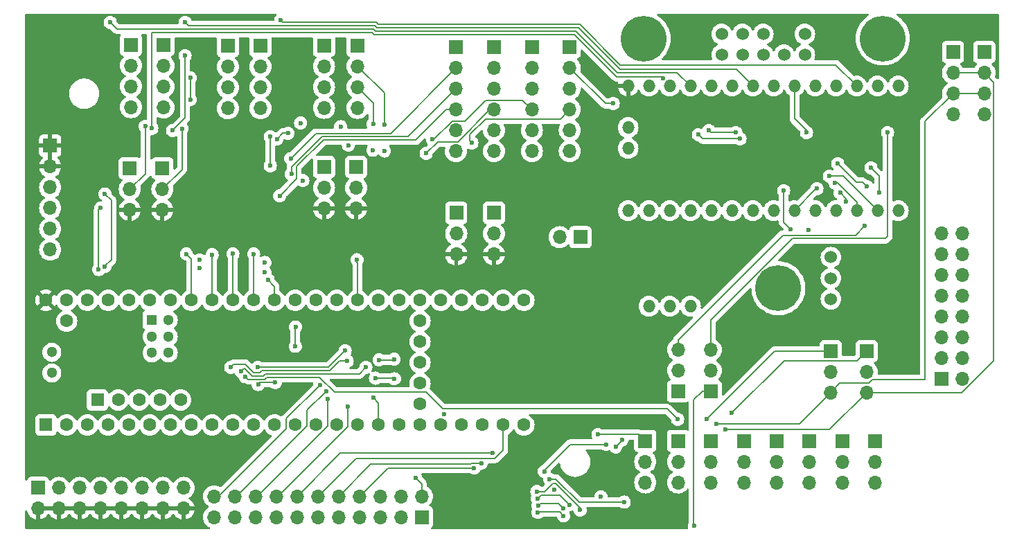
<source format=gbr>
%TF.GenerationSoftware,KiCad,Pcbnew,8.0.3*%
%TF.CreationDate,2024-07-14T18:55:44-07:00*%
%TF.ProjectId,robosub_teensy,726f626f-7375-4625-9f74-65656e73792e,rev?*%
%TF.SameCoordinates,Original*%
%TF.FileFunction,Copper,L1,Top*%
%TF.FilePolarity,Positive*%
%FSLAX46Y46*%
G04 Gerber Fmt 4.6, Leading zero omitted, Abs format (unit mm)*
G04 Created by KiCad (PCBNEW 8.0.3) date 2024-07-14 18:55:44*
%MOMM*%
%LPD*%
G01*
G04 APERTURE LIST*
%TA.AperFunction,ComponentPad*%
%ADD10O,1.700000X1.700000*%
%TD*%
%TA.AperFunction,ComponentPad*%
%ADD11R,1.700000X1.700000*%
%TD*%
%TA.AperFunction,ComponentPad*%
%ADD12C,5.588000*%
%TD*%
%TA.AperFunction,ComponentPad*%
%ADD13O,1.524000X1.524000*%
%TD*%
%TA.AperFunction,ComponentPad*%
%ADD14C,1.524000*%
%TD*%
%TA.AperFunction,ComponentPad*%
%ADD15C,1.300000*%
%TD*%
%TA.AperFunction,ComponentPad*%
%ADD16R,1.300000X1.300000*%
%TD*%
%TA.AperFunction,ComponentPad*%
%ADD17C,1.600000*%
%TD*%
%TA.AperFunction,ComponentPad*%
%ADD18R,1.600000X1.600000*%
%TD*%
%TA.AperFunction,ViaPad*%
%ADD19C,0.600000*%
%TD*%
%TA.AperFunction,Conductor*%
%ADD20C,0.200000*%
%TD*%
G04 APERTURE END LIST*
D10*
%TO.P,JP10,3,B*%
%TO.N,+5V*%
X169005000Y-181245000D03*
%TO.P,JP10,2,C*%
%TO.N,Net-(J25-Pin_1)*%
X169005000Y-178705000D03*
D11*
%TO.P,JP10,1,A*%
%TO.N,+3.3V*%
X169005000Y-176165000D03*
%TD*%
D10*
%TO.P,JP9,3,B*%
%TO.N,+5V*%
X165065000Y-181245000D03*
%TO.P,JP9,2,C*%
%TO.N,Net-(J24-Pin_1)*%
X165065000Y-178705000D03*
D11*
%TO.P,JP9,1,A*%
%TO.N,+3.3V*%
X165065000Y-176165000D03*
%TD*%
D10*
%TO.P,JP2,3,B*%
%TO.N,+5V*%
X145320000Y-181415000D03*
%TO.P,JP2,2,C*%
%TO.N,Net-(J14-Pin_1)*%
X145320000Y-178875000D03*
D11*
%TO.P,JP2,1,A*%
%TO.N,+3.3V*%
X145320000Y-176335000D03*
%TD*%
D10*
%TO.P,JP1,3,B*%
%TO.N,+5V*%
X141330000Y-181415000D03*
%TO.P,JP1,2,C*%
%TO.N,Net-(J13-Pin_1)*%
X141330000Y-178875000D03*
D11*
%TO.P,JP1,1,A*%
%TO.N,+3.3V*%
X141330000Y-176335000D03*
%TD*%
%TO.P,J25,1,Pin_1*%
%TO.N,Net-(J25-Pin_1)*%
X169145000Y-161315000D03*
D10*
%TO.P,J25,2,Pin_2*%
%TO.N,I2C3_SCL*%
X169145000Y-163855000D03*
%TO.P,J25,3,Pin_3*%
%TO.N,I2C3_SDA*%
X169145000Y-166395000D03*
%TO.P,J25,4,Pin_4*%
%TO.N,GND*%
X169145000Y-168935000D03*
%TD*%
D11*
%TO.P,J24,1,Pin_1*%
%TO.N,Net-(J24-Pin_1)*%
X165065000Y-161315000D03*
D10*
%TO.P,J24,2,Pin_2*%
%TO.N,I2C2_SCL*%
X165065000Y-163855000D03*
%TO.P,J24,3,Pin_3*%
%TO.N,I2C2_SDA*%
X165065000Y-166395000D03*
%TO.P,J24,4,Pin_4*%
%TO.N,GND*%
X165065000Y-168935000D03*
%TD*%
D11*
%TO.P,J21,1,Pin_1*%
%TO.N,+3.3V*%
X157285000Y-161360000D03*
D10*
%TO.P,J21,2,Pin_2*%
%TO.N,I2C1_SCL*%
X157285000Y-163900000D03*
%TO.P,J21,3,Pin_3*%
%TO.N,I2C1_SDA*%
X157285000Y-166440000D03*
%TO.P,J21,4,Pin_4*%
%TO.N,GND*%
X157285000Y-168980000D03*
%TD*%
D11*
%TO.P,J20,1,Pin_1*%
%TO.N,+3.3V*%
X153310000Y-161370000D03*
D10*
%TO.P,J20,2,Pin_2*%
%TO.N,I2C1_SCL*%
X153310000Y-163910000D03*
%TO.P,J20,3,Pin_3*%
%TO.N,I2C1_SDA*%
X153310000Y-166450000D03*
%TO.P,J20,4,Pin_4*%
%TO.N,GND*%
X153310000Y-168990000D03*
%TD*%
D11*
%TO.P,J19,1,Pin_1*%
%TO.N,+3.3V*%
X245760000Y-162100000D03*
D10*
%TO.P,J19,2,Pin_2*%
%TO.N,I2C1_SCL*%
X245760000Y-164640000D03*
%TO.P,J19,3,Pin_3*%
%TO.N,I2C1_SDA*%
X245760000Y-167180000D03*
%TO.P,J19,4,Pin_4*%
%TO.N,GND*%
X245760000Y-169720000D03*
%TD*%
D11*
%TO.P,J18,1,Pin_1*%
%TO.N,+3.3V*%
X241930000Y-162100000D03*
D10*
%TO.P,J18,2,Pin_2*%
%TO.N,I2C1_SCL*%
X241930000Y-164640000D03*
%TO.P,J18,3,Pin_3*%
%TO.N,I2C1_SDA*%
X241930000Y-167180000D03*
%TO.P,J18,4,Pin_4*%
%TO.N,GND*%
X241930000Y-169720000D03*
%TD*%
D11*
%TO.P,J14,1,Pin_1*%
%TO.N,Net-(J14-Pin_1)*%
X145455000Y-161270000D03*
D10*
%TO.P,J14,2,Pin_2*%
%TO.N,I2C1_SCL*%
X145455000Y-163810000D03*
%TO.P,J14,3,Pin_3*%
%TO.N,I2C1_SDA*%
X145455000Y-166350000D03*
%TO.P,J14,4,Pin_4*%
%TO.N,GND*%
X145455000Y-168890000D03*
%TD*%
D11*
%TO.P,J13,1,Pin_1*%
%TO.N,Net-(J13-Pin_1)*%
X141485000Y-161230000D03*
D10*
%TO.P,J13,2,Pin_2*%
%TO.N,I2C1_SCL*%
X141485000Y-163770000D03*
%TO.P,J13,3,Pin_3*%
%TO.N,I2C1_SDA*%
X141485000Y-166310000D03*
%TO.P,J13,4,Pin_4*%
%TO.N,GND*%
X141485000Y-168850000D03*
%TD*%
D11*
%TO.P,J12,1,Pin_1*%
%TO.N,GND*%
X130120000Y-215392000D03*
D10*
%TO.P,J12,2,Pin_2*%
%TO.N,+5V*%
X130120000Y-217932000D03*
%TO.P,J12,3,Pin_3*%
%TO.N,GND*%
X132660000Y-215392000D03*
%TO.P,J12,4,Pin_4*%
%TO.N,+5V*%
X132660000Y-217932000D03*
%TO.P,J12,5,Pin_5*%
%TO.N,GND*%
X135200000Y-215392000D03*
%TO.P,J12,6,Pin_6*%
%TO.N,+5V*%
X135200000Y-217932000D03*
%TO.P,J12,7,Pin_7*%
%TO.N,GND*%
X137740000Y-215392000D03*
%TO.P,J12,8,Pin_8*%
%TO.N,+5V*%
X137740000Y-217932000D03*
%TO.P,J12,9,Pin_9*%
%TO.N,GND*%
X140280000Y-215392000D03*
%TO.P,J12,10,Pin_10*%
%TO.N,+5V*%
X140280000Y-217932000D03*
%TO.P,J12,11,Pin_11*%
%TO.N,GND*%
X142820000Y-215392000D03*
%TO.P,J12,12,Pin_12*%
%TO.N,+5V*%
X142820000Y-217932000D03*
%TO.P,J12,13,Pin_13*%
%TO.N,GND*%
X145360000Y-215392000D03*
%TO.P,J12,14,Pin_14*%
%TO.N,+5V*%
X145360000Y-217932000D03*
%TO.P,J12,15,Pin_15*%
%TO.N,GND*%
X147900000Y-215392000D03*
%TO.P,J12,16,Pin_16*%
%TO.N,+5V*%
X147900000Y-217932000D03*
%TD*%
%TO.P,J11,16,Pin_16*%
%TO.N,+3.3V*%
X243100000Y-184255000D03*
%TO.P,J11,15,Pin_15*%
%TO.N,GND*%
X240560000Y-184255000D03*
%TO.P,J11,14,Pin_14*%
%TO.N,+3.3V*%
X243100000Y-186795000D03*
%TO.P,J11,13,Pin_13*%
%TO.N,GND*%
X240560000Y-186795000D03*
%TO.P,J11,12,Pin_12*%
%TO.N,+3.3V*%
X243100000Y-189335000D03*
%TO.P,J11,11,Pin_11*%
%TO.N,GND*%
X240560000Y-189335000D03*
%TO.P,J11,10,Pin_10*%
%TO.N,+3.3V*%
X243100000Y-191875000D03*
%TO.P,J11,9,Pin_9*%
%TO.N,GND*%
X240560000Y-191875000D03*
%TO.P,J11,8,Pin_8*%
%TO.N,+3.3V*%
X243100000Y-194415000D03*
%TO.P,J11,7,Pin_7*%
%TO.N,GND*%
X240560000Y-194415000D03*
%TO.P,J11,6,Pin_6*%
%TO.N,+3.3V*%
X243100000Y-196955000D03*
%TO.P,J11,5,Pin_5*%
%TO.N,GND*%
X240560000Y-196955000D03*
%TO.P,J11,4,Pin_4*%
%TO.N,+3.3V*%
X243100000Y-199495000D03*
%TO.P,J11,3,Pin_3*%
%TO.N,GND*%
X240560000Y-199495000D03*
%TO.P,J11,2,Pin_2*%
%TO.N,+3.3V*%
X243100000Y-202035000D03*
D11*
%TO.P,J11,1,Pin_1*%
%TO.N,GND*%
X240560000Y-202035000D03*
%TD*%
%TO.P,J17,1,Pin_1*%
%TO.N,GND*%
X177020000Y-218970000D03*
D10*
%TO.P,J17,2,Pin_2*%
%TO.N,D1{slash}A1*%
X177020000Y-216430000D03*
%TO.P,J17,3,Pin_3*%
%TO.N,GND*%
X174480000Y-218970000D03*
%TO.P,J17,4,Pin_4*%
%TO.N,D2{slash}A2*%
X174480000Y-216430000D03*
%TO.P,J17,5,Pin_5*%
%TO.N,GND*%
X171940000Y-218970000D03*
%TO.P,J17,6,Pin_6*%
%TO.N,D3{slash}PWM10*%
X171940000Y-216430000D03*
%TO.P,J17,7,Pin_7*%
%TO.N,GND*%
X169400000Y-218970000D03*
%TO.P,J17,8,Pin_8*%
%TO.N,D4{slash}PWM11*%
X169400000Y-216430000D03*
%TO.P,J17,9,Pin_9*%
%TO.N,GND*%
X166860000Y-218970000D03*
%TO.P,J17,10,Pin_10*%
%TO.N,D5*%
X166860000Y-216430000D03*
%TO.P,J17,11,Pin_11*%
%TO.N,GND*%
X164320000Y-218970000D03*
%TO.P,J17,12,Pin_12*%
%TO.N,D6*%
X164320000Y-216430000D03*
%TO.P,J17,13,Pin_13*%
%TO.N,GND*%
X161780000Y-218970000D03*
%TO.P,J17,14,Pin_14*%
%TO.N,D7*%
X161780000Y-216430000D03*
%TO.P,J17,15,Pin_15*%
%TO.N,GND*%
X159240000Y-218970000D03*
%TO.P,J17,16,Pin_16*%
%TO.N,D8{slash}A3{slash}PWM12*%
X159240000Y-216430000D03*
%TO.P,J17,17,Pin_17*%
%TO.N,GND*%
X156700000Y-218970000D03*
%TO.P,J17,18,Pin_18*%
%TO.N,D9{slash}A4{slash}PWM13*%
X156700000Y-216430000D03*
%TO.P,J17,19,Pin_19*%
%TO.N,GND*%
X154160000Y-218970000D03*
%TO.P,J17,20,Pin_20*%
%TO.N,D10{slash}A5*%
X154160000Y-216430000D03*
%TO.P,J17,21,Pin_21*%
%TO.N,GND*%
X151620000Y-218970000D03*
%TO.P,J17,22,Pin_22*%
%TO.N,D11{slash}PWM14*%
X151620000Y-216430000D03*
%TD*%
D11*
%TO.P,JP18,1,A*%
%TO.N,I2C2_SCL*%
X231375000Y-198680000D03*
D10*
%TO.P,JP18,2,C*%
%TO.N,Net-(JP18-C)*%
X231375000Y-201220000D03*
%TO.P,JP18,3,B*%
%TO.N,I2C1_SCL*%
X231375000Y-203760000D03*
%TD*%
D11*
%TO.P,JP17,1,A*%
%TO.N,I2C2_SDA*%
X226975000Y-198680000D03*
D10*
%TO.P,JP17,2,C*%
%TO.N,Net-(JP17-C)*%
X226975000Y-201220000D03*
%TO.P,JP17,3,B*%
%TO.N,I2C1_SDA*%
X226975000Y-203760000D03*
%TD*%
D11*
%TO.P,JP8,1,A*%
%TO.N,+3.3V*%
X185825000Y-181775000D03*
D10*
%TO.P,JP8,2,C*%
%TO.N,Net-(J23-Pin_1)*%
X185825000Y-184315000D03*
%TO.P,JP8,3,B*%
%TO.N,+5V*%
X185825000Y-186855000D03*
%TD*%
D11*
%TO.P,JP7,1,A*%
%TO.N,+3.3V*%
X181225000Y-181775000D03*
D10*
%TO.P,JP7,2,C*%
%TO.N,Net-(J22-Pin_1)*%
X181225000Y-184315000D03*
%TO.P,JP7,3,B*%
%TO.N,+5V*%
X181225000Y-186855000D03*
%TD*%
D11*
%TO.P,JP4,1,A*%
%TO.N,PWM1*%
X208336224Y-203575000D03*
D10*
%TO.P,JP4,2,C*%
%TO.N,Net-(J6-Pin_1)*%
X208336224Y-201035000D03*
%TO.P,JP4,3,B*%
%TO.N,PWM8{slash}AUDIO_DOUT*%
X208336224Y-198495000D03*
%TD*%
%TO.P,JP3,3,B*%
%TO.N,PWM7{slash}AUDIO_DIN*%
X212351020Y-198495000D03*
%TO.P,JP3,2,C*%
%TO.N,Net-(J4-Pin_1)*%
X212351020Y-201035000D03*
D11*
%TO.P,JP3,1,A*%
%TO.N,PWM0*%
X212351020Y-203575000D03*
%TD*%
%TO.P,J27,1,Pin_1*%
%TO.N,+3.3V*%
X195100000Y-161525000D03*
D10*
%TO.P,J27,2,Pin_2*%
%TO.N,SPI_MOSI*%
X195100000Y-164065000D03*
%TO.P,J27,3,Pin_3*%
%TO.N,SPI_MISO*%
X195100000Y-166605000D03*
%TO.P,J27,4,Pin_4*%
%TO.N,SPI_CS4*%
X195100000Y-169145000D03*
%TO.P,J27,5,Pin_5*%
%TO.N,SPI_SCK*%
X195100000Y-171685000D03*
%TO.P,J27,6,Pin_6*%
%TO.N,GND*%
X195100000Y-174225000D03*
%TD*%
D11*
%TO.P,J26,1,Pin_1*%
%TO.N,+3.3V*%
X190466666Y-161525000D03*
D10*
%TO.P,J26,2,Pin_2*%
%TO.N,SPI_MOSI*%
X190466666Y-164065000D03*
%TO.P,J26,3,Pin_3*%
%TO.N,SPI_MISO*%
X190466666Y-166605000D03*
%TO.P,J26,4,Pin_4*%
%TO.N,SPI_CS3*%
X190466666Y-169145000D03*
%TO.P,J26,5,Pin_5*%
%TO.N,SPI_SCK*%
X190466666Y-171685000D03*
%TO.P,J26,6,Pin_6*%
%TO.N,GND*%
X190466666Y-174225000D03*
%TD*%
D11*
%TO.P,J23,1,Pin_1*%
%TO.N,Net-(J23-Pin_1)*%
X185833333Y-161525000D03*
D10*
%TO.P,J23,2,Pin_2*%
%TO.N,SPI_MOSI*%
X185833333Y-164065000D03*
%TO.P,J23,3,Pin_3*%
%TO.N,SPI_MISO*%
X185833333Y-166605000D03*
%TO.P,J23,4,Pin_4*%
%TO.N,SPI_CS2*%
X185833333Y-169145000D03*
%TO.P,J23,5,Pin_5*%
%TO.N,SPI_SCK*%
X185833333Y-171685000D03*
%TO.P,J23,6,Pin_6*%
%TO.N,GND*%
X185833333Y-174225000D03*
%TD*%
D11*
%TO.P,J22,1,Pin_1*%
%TO.N,Net-(J22-Pin_1)*%
X181200000Y-161525000D03*
D10*
%TO.P,J22,2,Pin_2*%
%TO.N,SPI_MOSI*%
X181200000Y-164065000D03*
%TO.P,J22,3,Pin_3*%
%TO.N,SPI_MISO*%
X181200000Y-166605000D03*
%TO.P,J22,4,Pin_4*%
%TO.N,SPI_CS1*%
X181200000Y-169145000D03*
%TO.P,J22,5,Pin_5*%
%TO.N,SPI_SCK*%
X181200000Y-171685000D03*
%TO.P,J22,6,Pin_6*%
%TO.N,GND*%
X181200000Y-174225000D03*
%TD*%
D11*
%TO.P,J10,1,Pin_1*%
%TO.N,+5V*%
X131600000Y-173560000D03*
D10*
%TO.P,J10,2,Pin_2*%
X131600000Y-176100000D03*
%TO.P,J10,3,Pin_3*%
%TO.N,Analog_Current*%
X131600000Y-178640000D03*
%TO.P,J10,4,Pin_4*%
%TO.N,Analog_Voltage*%
X131600000Y-181180000D03*
%TO.P,J10,5,Pin_5*%
%TO.N,GND*%
X131600000Y-183720000D03*
%TO.P,J10,6,Pin_6*%
X131600000Y-186260000D03*
%TD*%
D11*
%TO.P,J9,1,Pin_1*%
%TO.N,PWM6*%
X216365816Y-209645000D03*
D10*
%TO.P,J9,2,Pin_2*%
%TO.N,unconnected-(J9-Pin_2-Pad2)*%
X216365816Y-212185000D03*
%TO.P,J9,3,Pin_3*%
%TO.N,GND*%
X216365816Y-214725000D03*
%TD*%
%TO.P,J8,3,Pin_3*%
%TO.N,GND*%
X204321428Y-214725000D03*
%TO.P,J8,2,Pin_2*%
%TO.N,unconnected-(J8-Pin_2-Pad2)*%
X204321428Y-212185000D03*
D11*
%TO.P,J8,1,Pin_1*%
%TO.N,PWM9*%
X204321428Y-209645000D03*
%TD*%
%TO.P,J7,1,Pin_1*%
%TO.N,PWM5*%
X220380612Y-209645000D03*
D10*
%TO.P,J7,2,Pin_2*%
%TO.N,unconnected-(J7-Pin_2-Pad2)*%
X220380612Y-212185000D03*
%TO.P,J7,3,Pin_3*%
%TO.N,GND*%
X220380612Y-214725000D03*
%TD*%
%TO.P,J6,3,Pin_3*%
%TO.N,GND*%
X208336224Y-214725000D03*
%TO.P,J6,2,Pin_2*%
%TO.N,unconnected-(J6-Pin_2-Pad2)*%
X208336224Y-212185000D03*
D11*
%TO.P,J6,1,Pin_1*%
%TO.N,Net-(J6-Pin_1)*%
X208336224Y-209645000D03*
%TD*%
D10*
%TO.P,J5,3,Pin_3*%
%TO.N,GND*%
X224395408Y-214725000D03*
%TO.P,J5,2,Pin_2*%
%TO.N,unconnected-(J5-Pin_2-Pad2)*%
X224395408Y-212185000D03*
D11*
%TO.P,J5,1,Pin_1*%
%TO.N,PWM4*%
X224395408Y-209645000D03*
%TD*%
%TO.P,J4,1,Pin_1*%
%TO.N,Net-(J4-Pin_1)*%
X212351020Y-209645000D03*
D10*
%TO.P,J4,2,Pin_2*%
%TO.N,unconnected-(J4-Pin_2-Pad2)*%
X212351020Y-212185000D03*
%TO.P,J4,3,Pin_3*%
%TO.N,GND*%
X212351020Y-214725000D03*
%TD*%
%TO.P,J3,3,Pin_3*%
%TO.N,GND*%
X228410204Y-214725000D03*
%TO.P,J3,2,Pin_2*%
%TO.N,unconnected-(J3-Pin_2-Pad2)*%
X228410204Y-212185000D03*
D11*
%TO.P,J3,1,Pin_1*%
%TO.N,PWM3*%
X228410204Y-209645000D03*
%TD*%
%TO.P,J2,1,Pin_1*%
%TO.N,UART_RX*%
X196400000Y-184745000D03*
D10*
%TO.P,J2,2,Pin_2*%
%TO.N,UART_TX*%
X193860000Y-184745000D03*
%TD*%
%TO.P,J1,3,Pin_3*%
%TO.N,GND*%
X232425000Y-214725000D03*
%TO.P,J1,2,Pin_2*%
%TO.N,unconnected-(J1-Pin_2-Pad2)*%
X232425000Y-212185000D03*
D11*
%TO.P,J1,1,Pin_1*%
%TO.N,PWM2*%
X232425000Y-209645000D03*
%TD*%
D12*
%TO.P,U2,*%
%TO.N,*%
X204114680Y-160473880D03*
X220589120Y-190989440D03*
X233352620Y-160453560D03*
D13*
%TO.P,U2,1,GND*%
%TO.N,GND*%
X202230000Y-181500000D03*
%TO.P,U2,2,0_RX1_CRX2_CS1*%
%TO.N,unconnected-(U2-0_RX1_CRX2_CS1-Pad2)*%
X204770000Y-181500000D03*
%TO.P,U2,3,1_TX1_CTX2_MISO1*%
%TO.N,unconnected-(U2-1_TX1_CTX2_MISO1-Pad3)*%
X207310000Y-181500000D03*
%TO.P,U2,4,2_OUT2*%
%TO.N,unconnected-(U2-2_OUT2-Pad4)*%
X209850000Y-181500000D03*
%TO.P,U2,5,3_LRCLK2*%
%TO.N,unconnected-(U2-3_LRCLK2-Pad5)*%
X212390000Y-181500000D03*
%TO.P,U2,6,4_BCLK2*%
%TO.N,unconnected-(U2-4_BCLK2-Pad6)*%
X214930000Y-181500000D03*
%TO.P,U2,7,5_IN2*%
%TO.N,unconnected-(U2-5_IN2-Pad7)*%
X217470000Y-181500000D03*
%TO.P,U2,8,6_OUT1D*%
%TO.N,unconnected-(U2-6_OUT1D-Pad8)*%
X220010000Y-181500000D03*
%TO.P,U2,9,7_RX2_OUT1A*%
%TO.N,Net-(JP11-B)*%
X222550000Y-181500000D03*
%TO.P,U2,10,8_TX2_IN1*%
%TO.N,Net-(JP12-B)*%
X225090000Y-181500000D03*
%TO.P,U2,11,9_OUT1C*%
%TO.N,unconnected-(U2-9_OUT1C-Pad11)*%
X227630000Y-181500000D03*
%TO.P,U2,12,10_CS_MQSR*%
%TO.N,Net-(JP13-B)*%
X230170000Y-181500000D03*
%TO.P,U2,13,11_MOSI_CTX1*%
%TO.N,Net-(JP14-B)*%
X232710000Y-181500000D03*
%TO.P,U2,14,12_MISO_MQSL*%
%TO.N,Net-(JP15-B)*%
X235250000Y-181500000D03*
%TO.P,U2,15,MIC*%
%TO.N,unconnected-(U2-MIC-Pad15)*%
X202230000Y-171340000D03*
%TO.P,U2,16,GND*%
%TO.N,unconnected-(U2-GND-Pad16)*%
X202230000Y-173880000D03*
%TO.P,U2,17,13_SCK_CRX1_LED*%
%TO.N,Net-(JP16-B)*%
X235250000Y-166260000D03*
%TO.P,U2,18,14_A0_TX3_SPDIF_OUT*%
%TO.N,unconnected-(U2-14_A0_TX3_SPDIF_OUT-Pad18)*%
X232710000Y-166260000D03*
%TO.P,U2,19,15_A1_RX3_SPDIF_IN_VOL*%
%TO.N,Vol_Knob*%
X230170000Y-166260000D03*
%TO.P,U2,20,16_A2_RX4_SCL1*%
%TO.N,unconnected-(U2-16_A2_RX4_SCL1-Pad20)*%
X227630000Y-166260000D03*
%TO.P,U2,21,17_A3_TX4_SDA1*%
%TO.N,unconnected-(U2-17_A3_TX4_SDA1-Pad21)*%
X225090000Y-166260000D03*
%TO.P,U2,22,18_A4_SDA0*%
%TO.N,Net-(JP17-C)*%
X222550000Y-166260000D03*
%TO.P,U2,23,19_A5_SCL0*%
%TO.N,Net-(JP18-C)*%
X220010000Y-166260000D03*
%TO.P,U2,24,20_A6_TX5_LRCLK1*%
%TO.N,LRCLK*%
X217470000Y-166260000D03*
%TO.P,U2,25,21_A7_RX5_BCLK1*%
%TO.N,BCLK*%
X214930000Y-166260000D03*
%TO.P,U2,26,22_A8_CTX1*%
%TO.N,unconnected-(U2-22_A8_CTX1-Pad26)*%
X212390000Y-166260000D03*
%TO.P,U2,27,23_A9_CRX1_MCLK1*%
%TO.N,MCLK*%
X209850000Y-166260000D03*
%TO.P,U2,28,3V*%
%TO.N,+3.3V*%
X207310000Y-166260000D03*
%TO.P,U2,29,GND*%
%TO.N,GND*%
X204770000Y-166260000D03*
%TO.P,U2,30,5V*%
%TO.N,+5V*%
X202230000Y-166260000D03*
D14*
%TO.P,U2,31,LINE_OUT_L*%
%TO.N,unconnected-(U2-LINE_OUT_L-Pad31)*%
X223820000Y-162450000D03*
%TO.P,U2,32,LINE_OUT_GND*%
%TO.N,unconnected-(U2-LINE_OUT_GND-Pad32)*%
X221280000Y-162450000D03*
%TO.P,U2,33,LINE_OUT_R*%
%TO.N,unconnected-(U2-LINE_OUT_R-Pad33)*%
X218740000Y-162450000D03*
%TO.P,U2,34,LINE_IN_R*%
%TO.N,unconnected-(U2-LINE_IN_R-Pad34)*%
X216200000Y-162450000D03*
%TO.P,U2,35,LINE_IN_L*%
%TO.N,unconnected-(U2-LINE_IN_L-Pad35)*%
X213660000Y-162450000D03*
%TO.P,U2,36,LINE_IN_R_GND*%
%TO.N,unconnected-(U2-LINE_IN_R_GND-Pad36)*%
X216200000Y-159910000D03*
%TO.P,U2,37,LINE_IN_L_GND*%
%TO.N,unconnected-(U2-LINE_IN_L_GND-Pad37)*%
X213660000Y-159910000D03*
%TO.P,U2,38,VOL_GND*%
%TO.N,unconnected-(U2-VOL_GND-Pad38)*%
X227020400Y-187192140D03*
%TO.P,U2,39,VOL_15_A1*%
%TO.N,unconnected-(U2-VOL_15_A1-Pad39)*%
X227020400Y-189772780D03*
%TO.P,U2,40,VOL_3.3V*%
%TO.N,unconnected-(U2-VOL_3.3V-Pad40)*%
X227020400Y-192310240D03*
D13*
%TO.P,U2,41,HEADPHONES_L*%
%TO.N,unconnected-(U2-HEADPHONES_L-Pad41)*%
X209850000Y-193184000D03*
%TO.P,U2,42,HEADPHONES_R*%
%TO.N,unconnected-(U2-HEADPHONES_R-Pad42)*%
X207310000Y-193184000D03*
%TO.P,U2,43,HEADPHONES_VGND*%
%TO.N,unconnected-(U2-HEADPHONES_VGND-Pad43)*%
X204770000Y-193184000D03*
D14*
%TO.P,U2,45*%
%TO.N,N/C*%
X218740000Y-159910000D03*
%TO.P,U2,46*%
X223820000Y-159910000D03*
%TD*%
D15*
%TO.P,U1,67,D+*%
%TO.N,unconnected-(U1-D+-Pad67)*%
X131805000Y-201340000D03*
%TO.P,U1,66,D-*%
%TO.N,unconnected-(U1-D--Pad66)*%
X131805000Y-198800000D03*
%TO.P,U1,65,R-*%
%TO.N,unconnected-(U1-R--Pad65)*%
X146045000Y-194888400D03*
%TO.P,U1,64,GND*%
%TO.N,unconnected-(U1-GND-Pad64)*%
X146045000Y-196888400D03*
%TO.P,U1,63,T+*%
%TO.N,unconnected-(U1-T+-Pad63)*%
X146045000Y-198888400D03*
%TO.P,U1,62,T-*%
%TO.N,unconnected-(U1-T--Pad62)*%
X144045000Y-198888400D03*
%TO.P,U1,61,LED*%
%TO.N,unconnected-(U1-LED-Pad61)*%
X144045000Y-196888400D03*
D16*
%TO.P,U1,60,R+*%
%TO.N,unconnected-(U1-R+-Pad60)*%
X144045000Y-194888400D03*
D17*
%TO.P,U1,59,GND*%
%TO.N,unconnected-(U1-GND-Pad59)*%
X147534200Y-204639200D03*
%TO.P,U1,58,GND*%
%TO.N,unconnected-(U1-GND-Pad58)*%
X144994200Y-204639200D03*
%TO.P,U1,57,D+*%
%TO.N,unconnected-(U1-D+-Pad57)*%
X142454200Y-204639200D03*
%TO.P,U1,56,D-*%
%TO.N,unconnected-(U1-D--Pad56)*%
X139914200Y-204639200D03*
D18*
%TO.P,U1,55,5V*%
%TO.N,unconnected-(U1-5V-Pad55)*%
X137374200Y-204639200D03*
D17*
%TO.P,U1,54,ON_OFF*%
%TO.N,unconnected-(U1-ON_OFF-Pad54)*%
X176795000Y-194990000D03*
%TO.P,U1,53,PROGRAM*%
%TO.N,unconnected-(U1-PROGRAM-Pad53)*%
X176795000Y-197530000D03*
%TO.P,U1,52,GND*%
%TO.N,unconnected-(U1-GND-Pad52)*%
X176795000Y-200070000D03*
%TO.P,U1,51,3V3*%
%TO.N,unconnected-(U1-3V3-Pad51)*%
X176795000Y-202610000D03*
%TO.P,U1,50,VBAT*%
%TO.N,unconnected-(U1-VBAT-Pad50)*%
X176795000Y-205150000D03*
%TO.P,U1,49,VUSB*%
%TO.N,unconnected-(U1-VUSB-Pad49)*%
X133615000Y-194990000D03*
%TO.P,U1,48,VIN*%
%TO.N,+5V*%
X131075000Y-192450000D03*
%TO.P,U1,47,GND*%
%TO.N,GND*%
X133615000Y-192450000D03*
%TO.P,U1,46,3V3*%
%TO.N,+3.3V*%
X136155000Y-192450000D03*
%TO.P,U1,45,23_A9_CRX1_MCLK1*%
%TO.N,MCLK*%
X138695000Y-192450000D03*
%TO.P,U1,44,22_A8_CTX1*%
%TO.N,D8{slash}A3{slash}PWM12*%
X141235000Y-192450000D03*
%TO.P,U1,43,21_A7_RX5_BCLK1*%
%TO.N,BCLK*%
X143775000Y-192450000D03*
%TO.P,U1,42,20_A6_TX5_LRCLK1*%
%TO.N,LRCLK*%
X146315000Y-192450000D03*
%TO.P,U1,41,19_A5_SCL*%
%TO.N,I2C1_SCL*%
X148855000Y-192450000D03*
%TO.P,U1,40,18_A4_SDA*%
%TO.N,I2C1_SDA*%
X151395000Y-192450000D03*
%TO.P,U1,39,17_A3_TX4_SDA1*%
%TO.N,I2C2_SDA*%
X153935000Y-192450000D03*
%TO.P,U1,38,16_A2_RX4_SCL1*%
%TO.N,I2C2_SCL*%
X156475000Y-192450000D03*
%TO.P,U1,37,15_A1_RX3_SPDIF_IN*%
%TO.N,Vol_Knob*%
X159015000Y-192450000D03*
%TO.P,U1,36,14_A0_TX3_SPDIF_OUT*%
%TO.N,D9{slash}A4{slash}PWM13*%
X161555000Y-192450000D03*
%TO.P,U1,35,13_SCK_LED*%
%TO.N,SPI_SCK*%
X164095000Y-192450000D03*
%TO.P,U1,34,GND*%
%TO.N,GND*%
X166635000Y-192450000D03*
%TO.P,U1,33,41_A17*%
%TO.N,Analog_Current*%
X169175000Y-192450000D03*
%TO.P,U1,32,40_A16*%
%TO.N,Analog_Voltage*%
X171715000Y-192450000D03*
%TO.P,U1,31,39_MISO1_OUT1A*%
%TO.N,D10{slash}A5*%
X174255000Y-192450000D03*
%TO.P,U1,30,38_CS1_IN1*%
%TO.N,SPI_CS2*%
X176795000Y-192450000D03*
%TO.P,U1,29,37_CS*%
%TO.N,SPI_CS3*%
X179335000Y-192450000D03*
%TO.P,U1,28,36_CS*%
%TO.N,SPI_CS4*%
X181875000Y-192450000D03*
%TO.P,U1,27,35_TX8*%
%TO.N,UART_TX*%
X184415000Y-192450000D03*
%TO.P,U1,26,34_RX8*%
%TO.N,UART_RX*%
X186955000Y-192450000D03*
%TO.P,U1,25,33_MCLK2*%
%TO.N,D11{slash}PWM14*%
X189495000Y-192450000D03*
%TO.P,U1,24,32_OUT1B*%
%TO.N,D7*%
X189495000Y-207690000D03*
%TO.P,U1,23,31_CTX3*%
%TO.N,D6*%
X186955000Y-207690000D03*
%TO.P,U1,22,30_CRX3*%
%TO.N,D5*%
X184415000Y-207690000D03*
%TO.P,U1,21,29_TX7*%
%TO.N,D4{slash}PWM11*%
X181875000Y-207690000D03*
%TO.P,U1,20,28_RX7*%
%TO.N,D3{slash}PWM10*%
X179335000Y-207690000D03*
%TO.P,U1,19,27_A13_SCK1*%
%TO.N,D2{slash}A2*%
X176795000Y-207690000D03*
%TO.P,U1,18,26_A12_MOSI1*%
%TO.N,D1{slash}A1*%
X174255000Y-207690000D03*
%TO.P,U1,17,25_A11_RX6_SDA2*%
%TO.N,I2C3_SDA*%
X171715000Y-207690000D03*
%TO.P,U1,16,24_A10_TX6_SCL2*%
%TO.N,I2C3_SCL*%
X169175000Y-207690000D03*
%TO.P,U1,15,3V3*%
%TO.N,+3.3V*%
X166635000Y-207690000D03*
%TO.P,U1,14,12_MISO_MQSL*%
%TO.N,SPI_MISO*%
X164095000Y-207690000D03*
%TO.P,U1,13,11_MOSI_CTX1*%
%TO.N,SPI_MOSI*%
X161555000Y-207690000D03*
%TO.P,U1,12,10_CS_MQSR*%
%TO.N,SPI_CS1*%
X159015000Y-207690000D03*
%TO.P,U1,11,9_OUT1C*%
%TO.N,PWM9*%
X156475000Y-207690000D03*
%TO.P,U1,10,8_TX2_IN1*%
%TO.N,PWM8{slash}AUDIO_DOUT*%
X153935000Y-207690000D03*
%TO.P,U1,9,7_RX2_OUT1A*%
%TO.N,PWM7{slash}AUDIO_DIN*%
X151395000Y-207690000D03*
%TO.P,U1,8,6_OUT1D*%
%TO.N,PWM6*%
X148855000Y-207690000D03*
%TO.P,U1,7,5_IN2*%
%TO.N,PWM5*%
X146315000Y-207690000D03*
%TO.P,U1,6,4_BCLK2*%
%TO.N,PWM4*%
X143775000Y-207690000D03*
%TO.P,U1,5,3_LRCLK2*%
%TO.N,PWM3*%
X141235000Y-207690000D03*
%TO.P,U1,4,2_OUT2*%
%TO.N,PWM2*%
X138695000Y-207690000D03*
%TO.P,U1,3,1_TX1_CTX2_MISO1*%
%TO.N,PWM1*%
X136155000Y-207690000D03*
%TO.P,U1,2,0_RX1_CRX2_CS1*%
%TO.N,PWM0*%
X133615000Y-207690000D03*
D18*
%TO.P,U1,1,GND*%
%TO.N,GND*%
X131075000Y-207690000D03*
%TD*%
D19*
%TO.N,SPI_MOSI*%
X200406000Y-168402000D03*
X210820000Y-172212000D03*
X215900000Y-172720000D03*
%TO.N,SPI_CS4*%
X212090000Y-171704000D03*
X215392000Y-171958000D03*
%TO.N,PWM7{slash}AUDIO_DIN*%
X233934000Y-171958000D03*
%TO.N,PWM8{slash}AUDIO_DOUT*%
X232918000Y-179324000D03*
X231140000Y-183388000D03*
X231902000Y-176276000D03*
%TO.N,I2C2_SCL*%
X167640000Y-198628000D03*
X214884000Y-206248000D03*
X156972000Y-200660000D03*
%TO.N,I2C1_SCL*%
X153670000Y-200660000D03*
X214122000Y-208280000D03*
X167894000Y-199898000D03*
%TO.N,I2C1_SDA*%
X170180000Y-200660000D03*
X154940000Y-201168000D03*
X213029063Y-207534459D03*
%TO.N,Vol_Knob*%
X158242000Y-189992000D03*
X158496000Y-176022000D03*
X158496000Y-172466000D03*
X159766000Y-158242000D03*
%TO.N,LRCLK*%
X148082000Y-158496000D03*
X148082000Y-162560000D03*
X146558000Y-171704000D03*
%TO.N,BCLK*%
X144018000Y-171450000D03*
X206480742Y-165280000D03*
%TO.N,MCLK*%
X138938000Y-158496000D03*
%TO.N,SPI_CS2*%
X177546000Y-174498000D03*
%TO.N,SPI_CS4*%
X183134000Y-173228000D03*
%TO.N,SPI_CS3*%
X178317308Y-172807453D03*
%TO.N,I2C2_SDA*%
X155467508Y-201813672D03*
X211836000Y-207010000D03*
X208280000Y-207010000D03*
%TO.N,Net-(JP17-C)*%
X224282000Y-183862000D03*
X224028000Y-171958000D03*
%TO.N,Net-(JP18-C)*%
X231394000Y-178562000D03*
X227838000Y-175768000D03*
%TO.N,Net-(JP15-B)*%
X222108000Y-183770620D03*
X221234000Y-179070000D03*
%TO.N,Net-(JP14-B)*%
X226822000Y-177292000D03*
%TO.N,Net-(JP13-B)*%
X227505380Y-178132620D03*
%TO.N,Net-(JP11-B)*%
X225298000Y-178816000D03*
%TO.N,Net-(JP12-B)*%
X228832265Y-180419197D03*
X228129882Y-179322807D03*
%TO.N,D11{slash}PWM14*%
X173670000Y-202050000D03*
X164553537Y-202810777D03*
X171360000Y-201980000D03*
%TO.N,D10{slash}A5*%
X165321380Y-203578620D03*
X173630000Y-199670000D03*
X171810000Y-199740000D03*
%TO.N,D9{slash}A4{slash}PWM13*%
X161590000Y-195720000D03*
X165540000Y-204560000D03*
X161560000Y-198080000D03*
%TO.N,D8{slash}A3{slash}PWM12*%
X157009927Y-202760000D03*
X159107620Y-202510000D03*
X167970000Y-205480000D03*
%TO.N,D7*%
X185690000Y-211130000D03*
%TO.N,D1{slash}A1*%
X179768380Y-206341620D03*
X176250000Y-214130000D03*
%TO.N,D4{slash}PWM11*%
X183420000Y-212980000D03*
%TO.N,D5*%
X184300000Y-212380000D03*
%TO.N,PWM9*%
X198540000Y-208880000D03*
%TO.N,PWM8{slash}AUDIO_DOUT*%
X191990000Y-213370000D03*
X199550000Y-210070000D03*
%TO.N,PWM7{slash}AUDIO_DIN*%
X192630000Y-214330000D03*
X201750000Y-217130000D03*
%TO.N,PWM6*%
X193180000Y-215570000D03*
X198910000Y-216480000D03*
%TO.N,PWM5*%
X191080000Y-215840000D03*
X196356216Y-218105456D03*
%TO.N,PWM4*%
X195052537Y-217457463D03*
X191148638Y-216687227D03*
%TO.N,PWM3*%
X194302253Y-217856935D03*
X191236663Y-217532660D03*
%TO.N,PWM2*%
X191203770Y-218382025D03*
X194342126Y-218816048D03*
%TO.N,PWM0*%
X210315650Y-219990000D03*
%TO.N,PWM1*%
X201480000Y-209530000D03*
X200720000Y-210390000D03*
%TO.N,I2C3_SDA*%
X171080000Y-170940000D03*
X171030000Y-174120000D03*
X171080000Y-204360000D03*
%TO.N,I2C3_SCL*%
X172420000Y-171000000D03*
X172450000Y-174210000D03*
%TO.N,SPI_CS1*%
X159650000Y-179690000D03*
%TO.N,SPI_MISO*%
X161076899Y-177036047D03*
%TO.N,SPI_MOSI*%
X160997537Y-175127537D03*
%TO.N,SPI_SCK*%
X168040380Y-173510000D03*
X162480000Y-177810000D03*
%TO.N,Net-(J25-Pin_1)*%
X167090000Y-171240000D03*
%TO.N,Net-(J24-Pin_1)*%
X162200000Y-170790000D03*
%TO.N,I2C2_SDA*%
X160670000Y-172040000D03*
X159300872Y-172739286D03*
X153935000Y-186780000D03*
%TO.N,I2C2_SCL*%
X156475000Y-186800000D03*
%TO.N,I2C1_SCL*%
X148732000Y-165270000D03*
X148732000Y-167921576D03*
X148250000Y-186800000D03*
%TO.N,I2C1_SDA*%
X151395000Y-186880000D03*
%TO.N,Net-(J14-Pin_1)*%
X147720620Y-171460620D03*
%TO.N,Net-(J13-Pin_1)*%
X143220000Y-171170000D03*
%TO.N,Analog_Voltage*%
X157846000Y-189025591D03*
X149830000Y-188520000D03*
%TO.N,Analog_Current*%
X149860000Y-187520000D03*
X157846000Y-187836148D03*
%TO.N,Analog_Voltage*%
X137770000Y-181190000D03*
X137531159Y-188694956D03*
%TO.N,Analog_Current*%
X138288000Y-179460831D03*
X138288000Y-188308050D03*
X169100000Y-187500000D03*
%TD*%
D20*
%TO.N,SPI_MOSI*%
X215900000Y-172720000D02*
X211328000Y-172720000D01*
X200406000Y-168402000D02*
X199437000Y-168402000D01*
X211328000Y-172720000D02*
X210820000Y-172212000D01*
X199437000Y-168402000D02*
X195100000Y-164065000D01*
%TO.N,SPI_CS4*%
X215392000Y-171958000D02*
X212344000Y-171958000D01*
X212344000Y-171958000D02*
X212090000Y-171704000D01*
%TO.N,PWM7{slash}AUDIO_DIN*%
X222290983Y-184912000D02*
X233680000Y-184912000D01*
X212351020Y-198495000D02*
X212351020Y-194851963D01*
%TO.N,PWM8{slash}AUDIO_DOUT*%
X208336224Y-198495000D02*
X208336224Y-197292919D01*
X208336224Y-197292919D02*
X221117143Y-184512000D01*
X221117143Y-184512000D02*
X230016000Y-184512000D01*
X230016000Y-184512000D02*
X231140000Y-183388000D01*
%TO.N,PWM7{slash}AUDIO_DIN*%
X233934000Y-184658000D02*
X233934000Y-171958000D01*
X233680000Y-184912000D02*
X233934000Y-184658000D01*
X212351020Y-194851963D02*
X222290983Y-184912000D01*
%TO.N,PWM8{slash}AUDIO_DOUT*%
X232918000Y-177292000D02*
X231902000Y-176276000D01*
X232918000Y-179324000D02*
X232918000Y-177292000D01*
%TO.N,D8{slash}A3{slash}PWM12*%
X157259927Y-202510000D02*
X157009927Y-202760000D01*
X159107620Y-202510000D02*
X157259927Y-202510000D01*
%TO.N,I2C1_SCL*%
X155432761Y-200294000D02*
X154036000Y-200294000D01*
%TO.N,I2C2_SCL*%
X231375000Y-198680000D02*
X230225000Y-199830000D01*
%TO.N,I2C1_SCL*%
X167894000Y-199898000D02*
X166935686Y-199898000D01*
X165773686Y-201060000D02*
X157491239Y-201060000D01*
X157491239Y-201060000D02*
X157241239Y-201310000D01*
%TO.N,I2C1_SDA*%
X169384000Y-201456000D02*
X165943372Y-201456000D01*
%TO.N,I2C2_SCL*%
X221302000Y-199830000D02*
X214884000Y-206248000D01*
X230225000Y-199830000D02*
X221302000Y-199830000D01*
%TO.N,I2C2_SDA*%
X158076611Y-201860000D02*
X157826611Y-202110000D01*
%TO.N,I2C1_SDA*%
X156283075Y-201710000D02*
X155379075Y-200806000D01*
X170180000Y-200660000D02*
X169384000Y-201456000D01*
%TO.N,I2C2_SDA*%
X166353391Y-203710000D02*
X164503391Y-201860000D01*
%TO.N,I2C1_SDA*%
X157660925Y-201710000D02*
X156283075Y-201710000D01*
%TO.N,I2C2_SDA*%
X208280000Y-207010000D02*
X207010000Y-205740000D01*
%TO.N,I2C1_SDA*%
X157910925Y-201460000D02*
X157660925Y-201710000D01*
%TO.N,I2C1_SCL*%
X154036000Y-200294000D02*
X153670000Y-200660000D01*
%TO.N,I2C1_SDA*%
X165943372Y-201456000D02*
X165939372Y-201460000D01*
%TO.N,I2C2_SDA*%
X207010000Y-205740000D02*
X179578000Y-205740000D01*
%TO.N,I2C1_SCL*%
X166935686Y-199898000D02*
X165773686Y-201060000D01*
%TO.N,I2C1_SDA*%
X155302000Y-200806000D02*
X154940000Y-201168000D01*
%TO.N,I2C2_SDA*%
X177548000Y-203710000D02*
X166353391Y-203710000D01*
X179578000Y-205740000D02*
X177548000Y-203710000D01*
%TO.N,I2C2_SCL*%
X167640000Y-198628000D02*
X165608000Y-200660000D01*
%TO.N,I2C1_SDA*%
X165939372Y-201460000D02*
X157910925Y-201460000D01*
%TO.N,I2C2_SDA*%
X164503391Y-201860000D02*
X158076611Y-201860000D01*
%TO.N,I2C1_SCL*%
X156448761Y-201310000D02*
X155432761Y-200294000D01*
X157241239Y-201310000D02*
X156448761Y-201310000D01*
%TO.N,I2C2_SDA*%
X157826611Y-202110000D02*
X155763836Y-202110000D01*
%TO.N,I2C1_SDA*%
X155379075Y-200806000D02*
X155302000Y-200806000D01*
%TO.N,I2C2_SDA*%
X155763836Y-202110000D02*
X155467508Y-201813672D01*
%TO.N,I2C2_SCL*%
X165608000Y-200660000D02*
X156972000Y-200660000D01*
%TO.N,I2C1_SCL*%
X226855000Y-208280000D02*
X214122000Y-208280000D01*
%TO.N,I2C1_SDA*%
X223200541Y-207534459D02*
X213029063Y-207534459D01*
%TO.N,I2C1_SCL*%
X231375000Y-203760000D02*
X226855000Y-208280000D01*
%TO.N,I2C1_SDA*%
X226975000Y-203760000D02*
X223200541Y-207534459D01*
%TO.N,MCLK*%
X171118629Y-159296000D02*
X139738000Y-159296000D01*
%TO.N,Vol_Knob*%
X230170000Y-166260000D02*
X227594000Y-163684000D01*
%TO.N,MCLK*%
X208220000Y-164630000D02*
X200894314Y-164630000D01*
%TO.N,Vol_Knob*%
X158242000Y-189992000D02*
X159015000Y-190765000D01*
%TO.N,LRCLK*%
X217470000Y-166260000D02*
X215440000Y-164230000D01*
%TO.N,BCLK*%
X171206944Y-159950000D02*
X195648628Y-159950000D01*
%TO.N,LRCLK*%
X148482000Y-158896000D02*
X148082000Y-158496000D01*
%TO.N,MCLK*%
X195814314Y-159550000D02*
X171372629Y-159550000D01*
%TO.N,BCLK*%
X144018000Y-171450000D02*
X144018000Y-159766000D01*
%TO.N,LRCLK*%
X171284315Y-158896000D02*
X148482000Y-158896000D01*
%TO.N,I2C2_SDA*%
X160670000Y-172040000D02*
X160000158Y-172040000D01*
%TO.N,Vol_Knob*%
X227594000Y-163684000D02*
X201276000Y-163684000D01*
%TO.N,BCLK*%
X144068315Y-159715685D02*
X170972629Y-159715685D01*
%TO.N,Vol_Knob*%
X160020000Y-158496000D02*
X159766000Y-158242000D01*
%TO.N,MCLK*%
X171372629Y-159550000D02*
X171118629Y-159296000D01*
%TO.N,BCLK*%
X206334742Y-165134000D02*
X206480742Y-165280000D01*
%TO.N,LRCLK*%
X171538314Y-159150000D02*
X171284315Y-158896000D01*
%TO.N,MCLK*%
X209850000Y-166260000D02*
X208220000Y-164630000D01*
%TO.N,BCLK*%
X144018000Y-159766000D02*
X144068315Y-159715685D01*
%TO.N,MCLK*%
X139738000Y-159296000D02*
X138938000Y-158496000D01*
%TO.N,Vol_Knob*%
X158496000Y-172466000D02*
X158496000Y-176022000D01*
%TO.N,LRCLK*%
X201256314Y-164230000D02*
X196176314Y-159150000D01*
%TO.N,Vol_Knob*%
X160020000Y-158496000D02*
X171450000Y-158496000D01*
X171704000Y-158750000D02*
X171450000Y-158496000D01*
%TO.N,I2C2_SDA*%
X160000158Y-172040000D02*
X159300872Y-172739286D01*
%TO.N,MCLK*%
X200894314Y-164630000D02*
X195814314Y-159550000D01*
%TO.N,Vol_Knob*%
X171704000Y-158750000D02*
X196342000Y-158750000D01*
%TO.N,LRCLK*%
X196176314Y-159150000D02*
X171538314Y-159150000D01*
%TO.N,Vol_Knob*%
X201276000Y-163684000D02*
X196342000Y-158750000D01*
%TO.N,LRCLK*%
X215440000Y-164230000D02*
X201256314Y-164230000D01*
%TO.N,BCLK*%
X170972629Y-159715685D02*
X171206944Y-159950000D01*
X195648628Y-159950000D02*
X200832628Y-165134000D01*
X200832628Y-165134000D02*
X206334742Y-165134000D01*
%TO.N,Vol_Knob*%
X159015000Y-190765000D02*
X159015000Y-192450000D01*
%TO.N,Net-(J14-Pin_1)*%
X145320000Y-178875000D02*
X147720620Y-176474380D01*
%TO.N,I2C1_SCL*%
X148732000Y-165270000D02*
X148732000Y-167921576D01*
%TO.N,LRCLK*%
X148082000Y-162560000D02*
X148082000Y-170180000D01*
X148082000Y-170180000D02*
X146558000Y-171704000D01*
%TO.N,Net-(J14-Pin_1)*%
X147720620Y-176474380D02*
X147720620Y-171460620D01*
%TO.N,Analog_Current*%
X138288000Y-188292000D02*
X138288000Y-188308050D01*
%TO.N,Analog_Voltage*%
X137770000Y-181190000D02*
X137531159Y-181428841D01*
X137531159Y-181428841D02*
X137531159Y-188694956D01*
%TO.N,Analog_Current*%
X139090000Y-187490000D02*
X138288000Y-188292000D01*
X138288000Y-179460831D02*
X139090000Y-180262831D01*
X139090000Y-180262831D02*
X139090000Y-187490000D01*
%TO.N,SPI_CS1*%
X161720000Y-176110000D02*
X161720000Y-177620000D01*
X164970000Y-172860000D02*
X161720000Y-176110000D01*
X179997919Y-169145000D02*
X176282919Y-172860000D01*
%TO.N,SPI_CS4*%
X182880000Y-172197032D02*
X182880000Y-172974000D01*
%TO.N,SPI_CS1*%
X181200000Y-169145000D02*
X179997919Y-169145000D01*
X176282919Y-172860000D02*
X164970000Y-172860000D01*
%TO.N,SPI_CS3*%
X178451201Y-172807453D02*
X178317308Y-172807453D01*
X184811000Y-167995000D02*
X182271000Y-170535000D01*
X182271000Y-170535000D02*
X180723654Y-170535000D01*
%TO.N,SPI_CS2*%
X185366346Y-169145000D02*
X181436346Y-173075000D01*
%TO.N,SPI_CS3*%
X190466666Y-169145000D02*
X189316666Y-167995000D01*
X189316666Y-167995000D02*
X184811000Y-167995000D01*
%TO.N,SPI_CS4*%
X184782032Y-170295000D02*
X182880000Y-172197032D01*
%TO.N,SPI_CS1*%
X161720000Y-177620000D02*
X159650000Y-179690000D01*
%TO.N,SPI_CS4*%
X195100000Y-169145000D02*
X193950000Y-170295000D01*
%TO.N,SPI_CS3*%
X180723654Y-170535000D02*
X178451201Y-172807453D01*
%TO.N,SPI_CS4*%
X193950000Y-170295000D02*
X184782032Y-170295000D01*
%TO.N,SPI_CS2*%
X181436346Y-173075000D02*
X178969000Y-173075000D01*
X178969000Y-173075000D02*
X177546000Y-174498000D01*
%TO.N,SPI_CS4*%
X182880000Y-172974000D02*
X183134000Y-173228000D01*
%TO.N,I2C1_SDA*%
X241930000Y-167180000D02*
X238506000Y-170604000D01*
X231648000Y-202610000D02*
X228125000Y-202610000D01*
X238506000Y-170604000D02*
X238506000Y-202184000D01*
X238506000Y-202184000D02*
X232074000Y-202184000D01*
X232074000Y-202184000D02*
X231648000Y-202610000D01*
%TO.N,D11{slash}PWM14*%
X160455000Y-206909314D02*
X164553537Y-202810777D01*
%TO.N,I2C2_SDA*%
X220166000Y-198680000D02*
X211836000Y-207010000D01*
%TO.N,D10{slash}A5*%
X162995000Y-205905000D02*
X165321380Y-203578620D01*
%TO.N,I2C3_SDA*%
X171715000Y-204995000D02*
X171080000Y-204360000D01*
%TO.N,D10{slash}A5*%
X154370635Y-216430000D02*
X162995000Y-207805635D01*
X162995000Y-207805635D02*
X162995000Y-205905000D01*
%TO.N,D11{slash}PWM14*%
X152170000Y-216430000D02*
X160455000Y-208145000D01*
X160455000Y-208145000D02*
X160455000Y-206909314D01*
%TO.N,I2C3_SDA*%
X171715000Y-207690000D02*
X171715000Y-204995000D01*
%TO.N,I2C2_SDA*%
X226975000Y-198680000D02*
X220166000Y-198680000D01*
%TO.N,I2C1_SDA*%
X228125000Y-202610000D02*
X226975000Y-203760000D01*
%TO.N,I2C1_SCL*%
X245760000Y-164640000D02*
X246910000Y-165790000D01*
X246910000Y-165790000D02*
X246910000Y-199851346D01*
X246910000Y-199851346D02*
X243001346Y-203760000D01*
X243001346Y-203760000D02*
X231375000Y-203760000D01*
X241930000Y-164640000D02*
X245760000Y-164640000D01*
%TO.N,I2C1_SDA*%
X241930000Y-167180000D02*
X245760000Y-167180000D01*
%TO.N,Net-(JP17-C)*%
X224028000Y-171958000D02*
X224028000Y-171704000D01*
X222550000Y-170226000D02*
X222550000Y-166260000D01*
%TO.N,Net-(JP15-B)*%
X221234000Y-179070000D02*
X221234000Y-182896620D01*
%TO.N,Net-(JP17-C)*%
X224028000Y-171704000D02*
X222550000Y-170226000D01*
%TO.N,Net-(JP15-B)*%
X221234000Y-182896620D02*
X222108000Y-183770620D01*
%TO.N,Net-(JP18-C)*%
X230124000Y-178054000D02*
X227838000Y-175768000D01*
X231394000Y-178562000D02*
X230886000Y-178054000D01*
X230886000Y-178054000D02*
X230124000Y-178054000D01*
%TO.N,Net-(JP13-B)*%
X227858934Y-178132620D02*
X227505380Y-178132620D01*
%TO.N,Net-(JP12-B)*%
X228832265Y-180025190D02*
X228129882Y-179322807D01*
X228832265Y-180419197D02*
X228832265Y-180025190D01*
%TO.N,Net-(JP13-B)*%
X230170000Y-180443686D02*
X227858934Y-178132620D01*
X230170000Y-181500000D02*
X230170000Y-180443686D01*
%TO.N,Net-(JP14-B)*%
X228502000Y-177292000D02*
X226822000Y-177292000D01*
X232710000Y-181500000D02*
X228502000Y-177292000D01*
%TO.N,Net-(JP11-B)*%
X222550000Y-181500000D02*
X225234000Y-178816000D01*
X225234000Y-178816000D02*
X225298000Y-178816000D01*
%TO.N,D11{slash}PWM14*%
X173600000Y-201980000D02*
X173670000Y-202050000D01*
X171360000Y-201980000D02*
X173600000Y-201980000D01*
%TO.N,D10{slash}A5*%
X173560000Y-199740000D02*
X173630000Y-199670000D01*
X171810000Y-199740000D02*
X173560000Y-199740000D01*
%TO.N,D9{slash}A4{slash}PWM13*%
X156910635Y-216430000D02*
X165535000Y-207805635D01*
X165540000Y-204710000D02*
X165540000Y-204560000D01*
X165535000Y-207805635D02*
X165535000Y-204715000D01*
X161560000Y-198080000D02*
X161560000Y-195750000D01*
X161560000Y-195750000D02*
X161590000Y-195720000D01*
X165535000Y-204715000D02*
X165540000Y-204710000D01*
%TO.N,D8{slash}A3{slash}PWM12*%
X159450635Y-216430000D02*
X167970000Y-207910635D01*
X167970000Y-207910635D02*
X167970000Y-205480000D01*
%TO.N,D6*%
X186955000Y-210784239D02*
X186955000Y-207690000D01*
X185959239Y-211780000D02*
X186955000Y-210784239D01*
X164320000Y-216430000D02*
X168970000Y-211780000D01*
X168970000Y-211780000D02*
X185959239Y-211780000D01*
%TO.N,D7*%
X161780000Y-216430000D02*
X167080000Y-211130000D01*
X167080000Y-211130000D02*
X185690000Y-211130000D01*
%TO.N,D1{slash}A1*%
X177020000Y-216430000D02*
X177020000Y-214900000D01*
X177020000Y-214900000D02*
X176250000Y-214130000D01*
%TO.N,D5*%
X183100761Y-212380000D02*
X184300000Y-212380000D01*
X182970761Y-212510000D02*
X183100761Y-212380000D01*
X170780000Y-212510000D02*
X182970761Y-212510000D01*
%TO.N,D4{slash}PWM11*%
X172850000Y-212980000D02*
X183420000Y-212980000D01*
%TO.N,D5*%
X166860000Y-216430000D02*
X170780000Y-212510000D01*
%TO.N,D4{slash}PWM11*%
X169400000Y-216430000D02*
X172850000Y-212980000D01*
%TO.N,PWM1*%
X200720000Y-210390000D02*
X201480000Y-209630000D01*
X201480000Y-209630000D02*
X201480000Y-209530000D01*
%TO.N,PWM9*%
X203556428Y-208880000D02*
X204321428Y-209645000D01*
X198540000Y-208880000D02*
X203556428Y-208880000D01*
%TO.N,PWM8{slash}AUDIO_DOUT*%
X191990000Y-213370000D02*
X191990000Y-213202284D01*
X195122284Y-210070000D02*
X199550000Y-210070000D01*
X191990000Y-213202284D02*
X195122284Y-210070000D01*
%TO.N,PWM5*%
X191080000Y-215840000D02*
X192039239Y-215840000D01*
%TO.N,PWM7{slash}AUDIO_DIN*%
X192630000Y-214330000D02*
X193410000Y-214330000D01*
X196210000Y-217130000D02*
X201750000Y-217130000D01*
%TO.N,PWM3*%
X191236663Y-217532660D02*
X191499323Y-217270000D01*
%TO.N,PWM5*%
X193039239Y-214840000D02*
X193354314Y-214840000D01*
%TO.N,PWM7{slash}AUDIO_DIN*%
X193410000Y-214330000D02*
X196210000Y-217130000D01*
%TO.N,PWM5*%
X196356216Y-217841902D02*
X196356216Y-218105456D01*
X192039239Y-215840000D02*
X193039239Y-214840000D01*
%TO.N,PWM4*%
X191575865Y-216260000D02*
X193855074Y-216260000D01*
%TO.N,PWM2*%
X193858432Y-218332354D02*
X194342126Y-218816048D01*
%TO.N,PWM3*%
X193715318Y-217270000D02*
X194302253Y-217856935D01*
%TO.N,PWM4*%
X193855074Y-216260000D02*
X195052537Y-217457463D01*
%TO.N,PWM3*%
X191499323Y-217270000D02*
X193715318Y-217270000D01*
%TO.N,PWM5*%
X193354314Y-214840000D02*
X196356216Y-217841902D01*
%TO.N,PWM2*%
X191203770Y-218382025D02*
X191253441Y-218332354D01*
%TO.N,PWM4*%
X191148638Y-216687227D02*
X191575865Y-216260000D01*
%TO.N,PWM2*%
X191253441Y-218332354D02*
X193858432Y-218332354D01*
%TO.N,PWM0*%
X211301020Y-203575000D02*
X210262205Y-204613815D01*
X210262205Y-204613815D02*
X210262205Y-219936555D01*
X212351020Y-203575000D02*
X211301020Y-203575000D01*
X210262205Y-219936555D02*
X210315650Y-219990000D01*
%TO.N,I2C3_SDA*%
X169145000Y-166395000D02*
X171080000Y-168330000D01*
X171080000Y-168330000D02*
X171080000Y-170940000D01*
%TO.N,I2C3_SCL*%
X169145000Y-163855000D02*
X172420000Y-167130000D01*
X172420000Y-167130000D02*
X172420000Y-171000000D01*
%TO.N,SPI_MISO*%
X175345000Y-172460000D02*
X164804314Y-172460000D01*
X164804314Y-172460000D02*
X161090000Y-176174314D01*
X181200000Y-166605000D02*
X175345000Y-172460000D01*
X161090000Y-177022946D02*
X161076899Y-177036047D01*
%TO.N,SPI_MOSI*%
X173205000Y-172060000D02*
X164065074Y-172060000D01*
%TO.N,SPI_MISO*%
X161090000Y-176174314D02*
X161090000Y-177022946D01*
%TO.N,SPI_MOSI*%
X181200000Y-164065000D02*
X173205000Y-172060000D01*
X164065074Y-172060000D02*
X160997537Y-175127537D01*
%TO.N,I2C1_SCL*%
X148250000Y-186800000D02*
X148855000Y-187405000D01*
X148855000Y-187405000D02*
X148855000Y-192450000D01*
%TO.N,I2C2_SCL*%
X156475000Y-186800000D02*
X156475000Y-192450000D01*
%TO.N,I2C2_SDA*%
X153935000Y-186780000D02*
X153935000Y-192450000D01*
%TO.N,I2C1_SDA*%
X151395000Y-186880000D02*
X151395000Y-192450000D01*
%TO.N,Net-(J13-Pin_1)*%
X143220000Y-171170000D02*
X143220000Y-176985000D01*
X143220000Y-176985000D02*
X141330000Y-178875000D01*
%TO.N,Analog_Current*%
X169100000Y-187500000D02*
X169100000Y-187820000D01*
X169100000Y-187820000D02*
X169175000Y-187895000D01*
X169175000Y-187895000D02*
X169175000Y-192450000D01*
%TD*%
%TA.AperFunction,Conductor*%
%TO.N,+5V*%
G36*
X131850000Y-175666988D02*
G01*
X131792993Y-175634075D01*
X131665826Y-175600000D01*
X131534174Y-175600000D01*
X131407007Y-175634075D01*
X131350000Y-175666988D01*
X131350000Y-173993012D01*
X131407007Y-174025925D01*
X131534174Y-174060000D01*
X131665826Y-174060000D01*
X131792993Y-174025925D01*
X131850000Y-173993012D01*
X131850000Y-175666988D01*
G37*
%TD.AperFunction*%
%TA.AperFunction,Conductor*%
G36*
X159218099Y-157445185D02*
G01*
X159263854Y-157497989D01*
X159273798Y-157567147D01*
X159244773Y-157630703D01*
X159238741Y-157637181D01*
X159136184Y-157739737D01*
X159040211Y-157892476D01*
X158980631Y-158062745D01*
X158980630Y-158062750D01*
X158966814Y-158185383D01*
X158939748Y-158249797D01*
X158882153Y-158289352D01*
X158843594Y-158295500D01*
X148947917Y-158295500D01*
X148880878Y-158275815D01*
X148835123Y-158223011D01*
X148830875Y-158212454D01*
X148807789Y-158146478D01*
X148711815Y-157993737D01*
X148584262Y-157866184D01*
X148431523Y-157770211D01*
X148261254Y-157710631D01*
X148261249Y-157710630D01*
X148082004Y-157690435D01*
X148081996Y-157690435D01*
X147902750Y-157710630D01*
X147902745Y-157710631D01*
X147732476Y-157770211D01*
X147579737Y-157866184D01*
X147452184Y-157993737D01*
X147356211Y-158146476D01*
X147296631Y-158316745D01*
X147296630Y-158316750D01*
X147276435Y-158495996D01*
X147276435Y-158496003D01*
X147283377Y-158557617D01*
X147271322Y-158626439D01*
X147223973Y-158677818D01*
X147160157Y-158695500D01*
X140038097Y-158695500D01*
X139971058Y-158675815D01*
X139950416Y-158659181D01*
X139768700Y-158477465D01*
X139735215Y-158416142D01*
X139733163Y-158403686D01*
X139723368Y-158316745D01*
X139663789Y-158146478D01*
X139567816Y-157993738D01*
X139440262Y-157866184D01*
X139394567Y-157837472D01*
X139287523Y-157770211D01*
X139117254Y-157710631D01*
X139117249Y-157710630D01*
X138938004Y-157690435D01*
X138937996Y-157690435D01*
X138758750Y-157710630D01*
X138758745Y-157710631D01*
X138588476Y-157770211D01*
X138435737Y-157866184D01*
X138308184Y-157993737D01*
X138212211Y-158146476D01*
X138152631Y-158316745D01*
X138152630Y-158316750D01*
X138132435Y-158495996D01*
X138132435Y-158496003D01*
X138152630Y-158675249D01*
X138152631Y-158675254D01*
X138212211Y-158845523D01*
X138271057Y-158939175D01*
X138308184Y-158998262D01*
X138435738Y-159125816D01*
X138588478Y-159221789D01*
X138758745Y-159281368D01*
X138845669Y-159291161D01*
X138910080Y-159318226D01*
X138919465Y-159326700D01*
X139253139Y-159660374D01*
X139253149Y-159660385D01*
X139257479Y-159664715D01*
X139257480Y-159664716D01*
X139369284Y-159776520D01*
X139428436Y-159810671D01*
X139506215Y-159855577D01*
X139658943Y-159896501D01*
X139658946Y-159896501D01*
X139824653Y-159896501D01*
X139824669Y-159896500D01*
X140124021Y-159896500D01*
X140191060Y-159916185D01*
X140236815Y-159968989D01*
X140246759Y-160038147D01*
X140223287Y-160094811D01*
X140221768Y-160096841D01*
X140191204Y-160137668D01*
X140191202Y-160137671D01*
X140140908Y-160272517D01*
X140136214Y-160316185D01*
X140134501Y-160332123D01*
X140134500Y-160332135D01*
X140134500Y-162127870D01*
X140134501Y-162127876D01*
X140140908Y-162187483D01*
X140191202Y-162322328D01*
X140191206Y-162322335D01*
X140277452Y-162437544D01*
X140277455Y-162437547D01*
X140392664Y-162523793D01*
X140392671Y-162523797D01*
X140524081Y-162572810D01*
X140580015Y-162614681D01*
X140604432Y-162680145D01*
X140589580Y-162748418D01*
X140568430Y-162776673D01*
X140446503Y-162898600D01*
X140310965Y-163092169D01*
X140310964Y-163092171D01*
X140211098Y-163306335D01*
X140211094Y-163306344D01*
X140149938Y-163534586D01*
X140149936Y-163534596D01*
X140129341Y-163769999D01*
X140129341Y-163770000D01*
X140149936Y-164005403D01*
X140149938Y-164005413D01*
X140211094Y-164233655D01*
X140211096Y-164233659D01*
X140211097Y-164233663D01*
X140271717Y-164363663D01*
X140310965Y-164447830D01*
X140310967Y-164447834D01*
X140401992Y-164577830D01*
X140445523Y-164639999D01*
X140446501Y-164641395D01*
X140446506Y-164641402D01*
X140613597Y-164808493D01*
X140613603Y-164808498D01*
X140799158Y-164938425D01*
X140842783Y-164993002D01*
X140849977Y-165062500D01*
X140818454Y-165124855D01*
X140799158Y-165141575D01*
X140613597Y-165271505D01*
X140446505Y-165438597D01*
X140310965Y-165632169D01*
X140310964Y-165632171D01*
X140211098Y-165846335D01*
X140211094Y-165846344D01*
X140149938Y-166074586D01*
X140149936Y-166074596D01*
X140129341Y-166309999D01*
X140129341Y-166310000D01*
X140149936Y-166545403D01*
X140149938Y-166545413D01*
X140211094Y-166773655D01*
X140211096Y-166773659D01*
X140211097Y-166773663D01*
X140271717Y-166903663D01*
X140310965Y-166987830D01*
X140310967Y-166987834D01*
X140374601Y-167078712D01*
X140445523Y-167179999D01*
X140446501Y-167181395D01*
X140446506Y-167181402D01*
X140613597Y-167348493D01*
X140613603Y-167348498D01*
X140799158Y-167478425D01*
X140842783Y-167533002D01*
X140849977Y-167602500D01*
X140818454Y-167664855D01*
X140799158Y-167681575D01*
X140613597Y-167811505D01*
X140446505Y-167978597D01*
X140310965Y-168172169D01*
X140310964Y-168172171D01*
X140211098Y-168386335D01*
X140211094Y-168386344D01*
X140149938Y-168614586D01*
X140149936Y-168614596D01*
X140129341Y-168849999D01*
X140129341Y-168850000D01*
X140149936Y-169085403D01*
X140149938Y-169085413D01*
X140211094Y-169313655D01*
X140211096Y-169313659D01*
X140211097Y-169313663D01*
X140271717Y-169443663D01*
X140310965Y-169527830D01*
X140310967Y-169527834D01*
X140370485Y-169612834D01*
X140446505Y-169721401D01*
X140613599Y-169888495D01*
X140709153Y-169955403D01*
X140807165Y-170024032D01*
X140807167Y-170024033D01*
X140807170Y-170024035D01*
X141021337Y-170123903D01*
X141249592Y-170185063D01*
X141437918Y-170201539D01*
X141484999Y-170205659D01*
X141485000Y-170205659D01*
X141485001Y-170205659D01*
X141524234Y-170202226D01*
X141720408Y-170185063D01*
X141948663Y-170123903D01*
X142162830Y-170024035D01*
X142356401Y-169888495D01*
X142523495Y-169721401D01*
X142659035Y-169527830D01*
X142758903Y-169313663D01*
X142820063Y-169085408D01*
X142840659Y-168850000D01*
X142840536Y-168848599D01*
X142833343Y-168766385D01*
X142820063Y-168614592D01*
X142758903Y-168386337D01*
X142659035Y-168172171D01*
X142621523Y-168118597D01*
X142523494Y-167978597D01*
X142356402Y-167811506D01*
X142356396Y-167811501D01*
X142170842Y-167681575D01*
X142127217Y-167626998D01*
X142120023Y-167557500D01*
X142151546Y-167495145D01*
X142170842Y-167478425D01*
X142210839Y-167450419D01*
X142356401Y-167348495D01*
X142523495Y-167181401D01*
X142659035Y-166987830D01*
X142758903Y-166773663D01*
X142820063Y-166545408D01*
X142840659Y-166310000D01*
X142840536Y-166308599D01*
X142828385Y-166169711D01*
X142820063Y-166074592D01*
X142772999Y-165898943D01*
X142758905Y-165846344D01*
X142758904Y-165846343D01*
X142758903Y-165846337D01*
X142659035Y-165632171D01*
X142654953Y-165626340D01*
X142523494Y-165438597D01*
X142356402Y-165271506D01*
X142356396Y-165271501D01*
X142170842Y-165141575D01*
X142127217Y-165086998D01*
X142120023Y-165017500D01*
X142151546Y-164955145D01*
X142170842Y-164938425D01*
X142235004Y-164893498D01*
X142356401Y-164808495D01*
X142523495Y-164641401D01*
X142659035Y-164447830D01*
X142758903Y-164233663D01*
X142820063Y-164005408D01*
X142840659Y-163770000D01*
X142840536Y-163768599D01*
X142825903Y-163601344D01*
X142820063Y-163534592D01*
X142759227Y-163307546D01*
X142758905Y-163306344D01*
X142758904Y-163306343D01*
X142758903Y-163306337D01*
X142659035Y-163092171D01*
X142644682Y-163071673D01*
X142523496Y-162898600D01*
X142470247Y-162845351D01*
X142401567Y-162776671D01*
X142368084Y-162715351D01*
X142373068Y-162645659D01*
X142414939Y-162589725D01*
X142445915Y-162572810D01*
X142577331Y-162523796D01*
X142692546Y-162437546D01*
X142778796Y-162322331D01*
X142829091Y-162187483D01*
X142835500Y-162127873D01*
X142835499Y-160332128D01*
X142829091Y-160272517D01*
X142778796Y-160137669D01*
X142746712Y-160094811D01*
X142722295Y-160029348D01*
X142737146Y-159961074D01*
X142786551Y-159911668D01*
X142845979Y-159896500D01*
X143293500Y-159896500D01*
X143360539Y-159916185D01*
X143406294Y-159968989D01*
X143417500Y-160020500D01*
X143417500Y-170247931D01*
X143397815Y-170314970D01*
X143345011Y-170360725D01*
X143279618Y-170371151D01*
X143220005Y-170364435D01*
X143219996Y-170364435D01*
X143040750Y-170384630D01*
X143040745Y-170384631D01*
X142870476Y-170444211D01*
X142717737Y-170540184D01*
X142590184Y-170667737D01*
X142494211Y-170820476D01*
X142434631Y-170990745D01*
X142434630Y-170990750D01*
X142414435Y-171169996D01*
X142414435Y-171170003D01*
X142434630Y-171349249D01*
X142434631Y-171349254D01*
X142494211Y-171519523D01*
X142529301Y-171575368D01*
X142574825Y-171647819D01*
X142590185Y-171672263D01*
X142592445Y-171675097D01*
X142593334Y-171677275D01*
X142593889Y-171678158D01*
X142593734Y-171678255D01*
X142618855Y-171739783D01*
X142619500Y-171752412D01*
X142619500Y-174941082D01*
X142599815Y-175008121D01*
X142547011Y-175053876D01*
X142477853Y-175063820D01*
X142430741Y-175044305D01*
X142430114Y-175045454D01*
X142422328Y-175041202D01*
X142287482Y-174990908D01*
X142287483Y-174990908D01*
X142227883Y-174984501D01*
X142227881Y-174984500D01*
X142227873Y-174984500D01*
X142227864Y-174984500D01*
X140432129Y-174984500D01*
X140432123Y-174984501D01*
X140372516Y-174990908D01*
X140237671Y-175041202D01*
X140237664Y-175041206D01*
X140122455Y-175127452D01*
X140122452Y-175127455D01*
X140036206Y-175242664D01*
X140036202Y-175242671D01*
X139985908Y-175377517D01*
X139983595Y-175399035D01*
X139979501Y-175437123D01*
X139979500Y-175437135D01*
X139979500Y-177232870D01*
X139979501Y-177232876D01*
X139985908Y-177292483D01*
X140036202Y-177427328D01*
X140036206Y-177427335D01*
X140122452Y-177542544D01*
X140122455Y-177542547D01*
X140237664Y-177628793D01*
X140237671Y-177628797D01*
X140369081Y-177677810D01*
X140425015Y-177719681D01*
X140449432Y-177785145D01*
X140434580Y-177853418D01*
X140413430Y-177881673D01*
X140291503Y-178003600D01*
X140155965Y-178197169D01*
X140155964Y-178197171D01*
X140056098Y-178411335D01*
X140056094Y-178411344D01*
X139994938Y-178639586D01*
X139994936Y-178639596D01*
X139974341Y-178874999D01*
X139974341Y-178875000D01*
X139994936Y-179110403D01*
X139994938Y-179110413D01*
X140056094Y-179338655D01*
X140056096Y-179338659D01*
X140056097Y-179338663D01*
X140155965Y-179552830D01*
X140155967Y-179552834D01*
X140291501Y-179746395D01*
X140291506Y-179746402D01*
X140458597Y-179913493D01*
X140458603Y-179913498D01*
X140514738Y-179952804D01*
X140638585Y-180039523D01*
X140644594Y-180043730D01*
X140688219Y-180098307D01*
X140695413Y-180167805D01*
X140663890Y-180230160D01*
X140644595Y-180246880D01*
X140458922Y-180376890D01*
X140458920Y-180376891D01*
X140291891Y-180543920D01*
X140291886Y-180543926D01*
X140156400Y-180737420D01*
X140156399Y-180737422D01*
X140056570Y-180951507D01*
X140056567Y-180951513D01*
X139999364Y-181164999D01*
X139999364Y-181165000D01*
X140896988Y-181165000D01*
X140864075Y-181222007D01*
X140830000Y-181349174D01*
X140830000Y-181480826D01*
X140864075Y-181607993D01*
X140896988Y-181665000D01*
X139999364Y-181665000D01*
X140056567Y-181878486D01*
X140056570Y-181878492D01*
X140156399Y-182092578D01*
X140291894Y-182286082D01*
X140458917Y-182453105D01*
X140652421Y-182588600D01*
X140866507Y-182688429D01*
X140866516Y-182688433D01*
X141080000Y-182745634D01*
X141080000Y-181848012D01*
X141137007Y-181880925D01*
X141264174Y-181915000D01*
X141395826Y-181915000D01*
X141522993Y-181880925D01*
X141580000Y-181848012D01*
X141580000Y-182745633D01*
X141793483Y-182688433D01*
X141793492Y-182688429D01*
X142007578Y-182588600D01*
X142201082Y-182453105D01*
X142368105Y-182286082D01*
X142503600Y-182092578D01*
X142603429Y-181878492D01*
X142603432Y-181878486D01*
X142660636Y-181665000D01*
X141763012Y-181665000D01*
X141795925Y-181607993D01*
X141830000Y-181480826D01*
X141830000Y-181349174D01*
X141795925Y-181222007D01*
X141763012Y-181165000D01*
X142660636Y-181165000D01*
X142660635Y-181164999D01*
X142603432Y-180951513D01*
X142603429Y-180951507D01*
X142503600Y-180737422D01*
X142503599Y-180737420D01*
X142368113Y-180543926D01*
X142368108Y-180543920D01*
X142201078Y-180376890D01*
X142015405Y-180246879D01*
X141971780Y-180192302D01*
X141964588Y-180122804D01*
X141996110Y-180060449D01*
X142015406Y-180043730D01*
X142020643Y-180040063D01*
X142201401Y-179913495D01*
X142368495Y-179746401D01*
X142504035Y-179552830D01*
X142603903Y-179338663D01*
X142665063Y-179110408D01*
X142685659Y-178875000D01*
X142665063Y-178639592D01*
X142630671Y-178511239D01*
X142632334Y-178441393D01*
X142662763Y-178391470D01*
X143700520Y-177353716D01*
X143750106Y-177267828D01*
X143800671Y-177219613D01*
X143869278Y-177206389D01*
X143934143Y-177232356D01*
X143973675Y-177286495D01*
X144026202Y-177427328D01*
X144026206Y-177427335D01*
X144112452Y-177542544D01*
X144112455Y-177542547D01*
X144227664Y-177628793D01*
X144227671Y-177628797D01*
X144359081Y-177677810D01*
X144415015Y-177719681D01*
X144439432Y-177785145D01*
X144424580Y-177853418D01*
X144403430Y-177881673D01*
X144281503Y-178003600D01*
X144145965Y-178197169D01*
X144145964Y-178197171D01*
X144046098Y-178411335D01*
X144046094Y-178411344D01*
X143984938Y-178639586D01*
X143984936Y-178639596D01*
X143964341Y-178874999D01*
X143964341Y-178875000D01*
X143984936Y-179110403D01*
X143984938Y-179110413D01*
X144046094Y-179338655D01*
X144046096Y-179338659D01*
X144046097Y-179338663D01*
X144145965Y-179552830D01*
X144145967Y-179552834D01*
X144281501Y-179746395D01*
X144281506Y-179746402D01*
X144448597Y-179913493D01*
X144448603Y-179913498D01*
X144504738Y-179952804D01*
X144628585Y-180039523D01*
X144634594Y-180043730D01*
X144678219Y-180098307D01*
X144685413Y-180167805D01*
X144653890Y-180230160D01*
X144634595Y-180246880D01*
X144448922Y-180376890D01*
X144448920Y-180376891D01*
X144281891Y-180543920D01*
X144281886Y-180543926D01*
X144146400Y-180737420D01*
X144146399Y-180737422D01*
X144046570Y-180951507D01*
X144046567Y-180951513D01*
X143989364Y-181164999D01*
X143989364Y-181165000D01*
X144886988Y-181165000D01*
X144854075Y-181222007D01*
X144820000Y-181349174D01*
X144820000Y-181480826D01*
X144854075Y-181607993D01*
X144886988Y-181665000D01*
X143989364Y-181665000D01*
X144046567Y-181878486D01*
X144046570Y-181878492D01*
X144146399Y-182092578D01*
X144281894Y-182286082D01*
X144448917Y-182453105D01*
X144642421Y-182588600D01*
X144856507Y-182688429D01*
X144856516Y-182688433D01*
X145070000Y-182745634D01*
X145070000Y-181848012D01*
X145127007Y-181880925D01*
X145254174Y-181915000D01*
X145385826Y-181915000D01*
X145512993Y-181880925D01*
X145570000Y-181848012D01*
X145570000Y-182745633D01*
X145783483Y-182688433D01*
X145783492Y-182688429D01*
X145997578Y-182588600D01*
X146191082Y-182453105D01*
X146358105Y-182286082D01*
X146493600Y-182092578D01*
X146593429Y-181878492D01*
X146593432Y-181878486D01*
X146650636Y-181665000D01*
X145753012Y-181665000D01*
X145785925Y-181607993D01*
X145820000Y-181480826D01*
X145820000Y-181349174D01*
X145785925Y-181222007D01*
X145753012Y-181165000D01*
X146650636Y-181165000D01*
X146650635Y-181164999D01*
X146593432Y-180951513D01*
X146593429Y-180951507D01*
X146493600Y-180737422D01*
X146493599Y-180737420D01*
X146358113Y-180543926D01*
X146358108Y-180543920D01*
X146191078Y-180376890D01*
X146005405Y-180246879D01*
X145961780Y-180192302D01*
X145954588Y-180122804D01*
X145986110Y-180060449D01*
X146005406Y-180043730D01*
X146010643Y-180040063D01*
X146191401Y-179913495D01*
X146358495Y-179746401D01*
X146494035Y-179552830D01*
X146593903Y-179338663D01*
X146655063Y-179110408D01*
X146675659Y-178875000D01*
X146655063Y-178639592D01*
X146620671Y-178511239D01*
X146622334Y-178441393D01*
X146652763Y-178391470D01*
X148079126Y-176965108D01*
X148079131Y-176965104D01*
X148089334Y-176954900D01*
X148089336Y-176954900D01*
X148201140Y-176843096D01*
X148280197Y-176706164D01*
X148321120Y-176553437D01*
X148321120Y-172465996D01*
X157690435Y-172465996D01*
X157690435Y-172466003D01*
X157710630Y-172645249D01*
X157710631Y-172645254D01*
X157770211Y-172815523D01*
X157866185Y-172968263D01*
X157868445Y-172971097D01*
X157869334Y-172973275D01*
X157869889Y-172974158D01*
X157869734Y-172974255D01*
X157894855Y-173035783D01*
X157895500Y-173048412D01*
X157895500Y-175439587D01*
X157875815Y-175506626D01*
X157868450Y-175516896D01*
X157866186Y-175519734D01*
X157770211Y-175672476D01*
X157710631Y-175842745D01*
X157710630Y-175842750D01*
X157690435Y-176021996D01*
X157690435Y-176022003D01*
X157710630Y-176201249D01*
X157710631Y-176201254D01*
X157770211Y-176371523D01*
X157849097Y-176497069D01*
X157866184Y-176524262D01*
X157993738Y-176651816D01*
X158146478Y-176747789D01*
X158316745Y-176807368D01*
X158316750Y-176807369D01*
X158495996Y-176827565D01*
X158496000Y-176827565D01*
X158496004Y-176827565D01*
X158675249Y-176807369D01*
X158675252Y-176807368D01*
X158675255Y-176807368D01*
X158845522Y-176747789D01*
X158998262Y-176651816D01*
X159125816Y-176524262D01*
X159221789Y-176371522D01*
X159281368Y-176201255D01*
X159285360Y-176165826D01*
X159301565Y-176022003D01*
X159301565Y-176021996D01*
X159281369Y-175842750D01*
X159281368Y-175842745D01*
X159255215Y-175768003D01*
X159221789Y-175672478D01*
X159125816Y-175519738D01*
X159125814Y-175519736D01*
X159125813Y-175519734D01*
X159123550Y-175516896D01*
X159122659Y-175514715D01*
X159122111Y-175513842D01*
X159122264Y-175513745D01*
X159097144Y-175452209D01*
X159096500Y-175439587D01*
X159096500Y-173660580D01*
X159116185Y-173593541D01*
X159168989Y-173547786D01*
X159234383Y-173537360D01*
X159300868Y-173544851D01*
X159300872Y-173544851D01*
X159300876Y-173544851D01*
X159480121Y-173524655D01*
X159480124Y-173524654D01*
X159480127Y-173524654D01*
X159650394Y-173465075D01*
X159803134Y-173369102D01*
X159930688Y-173241548D01*
X160026661Y-173088808D01*
X160086240Y-172918541D01*
X160095704Y-172834538D01*
X160122768Y-172770130D01*
X160180362Y-172730573D01*
X160250199Y-172728434D01*
X160284895Y-172743431D01*
X160320476Y-172765788D01*
X160320478Y-172765789D01*
X160462607Y-172815522D01*
X160490745Y-172825368D01*
X160490750Y-172825369D01*
X160669996Y-172845565D01*
X160670000Y-172845565D01*
X160670004Y-172845565D01*
X160849249Y-172825369D01*
X160849252Y-172825368D01*
X160849255Y-172825368D01*
X161019522Y-172765789D01*
X161172262Y-172669816D01*
X161299816Y-172542262D01*
X161395789Y-172389522D01*
X161455368Y-172219255D01*
X161455539Y-172217737D01*
X161475565Y-172040003D01*
X161475565Y-172039996D01*
X161455369Y-171860750D01*
X161455368Y-171860745D01*
X161426675Y-171778745D01*
X161395789Y-171690478D01*
X161392346Y-171684999D01*
X161323461Y-171575369D01*
X161299816Y-171537738D01*
X161172262Y-171410184D01*
X161140838Y-171390439D01*
X161019523Y-171314211D01*
X160849254Y-171254631D01*
X160849249Y-171254630D01*
X160670004Y-171234435D01*
X160669996Y-171234435D01*
X160490750Y-171254630D01*
X160490745Y-171254631D01*
X160320476Y-171314211D01*
X160167736Y-171410185D01*
X160164903Y-171412445D01*
X160162724Y-171413334D01*
X160161842Y-171413889D01*
X160161744Y-171413734D01*
X160100217Y-171438855D01*
X160087588Y-171439500D01*
X160086828Y-171439500D01*
X160086812Y-171439499D01*
X160079216Y-171439499D01*
X159921101Y-171439499D01*
X159860498Y-171455738D01*
X159768372Y-171480423D01*
X159768367Y-171480426D01*
X159631448Y-171559475D01*
X159631440Y-171559481D01*
X159282337Y-171908584D01*
X159221014Y-171942069D01*
X159208539Y-171944123D01*
X159175903Y-171947800D01*
X159107081Y-171935745D01*
X159074339Y-171912261D01*
X158998262Y-171836184D01*
X158845523Y-171740211D01*
X158675254Y-171680631D01*
X158675249Y-171680630D01*
X158496004Y-171660435D01*
X158495996Y-171660435D01*
X158316750Y-171680630D01*
X158316745Y-171680631D01*
X158146476Y-171740211D01*
X157993737Y-171836184D01*
X157866184Y-171963737D01*
X157770211Y-172116476D01*
X157710631Y-172286745D01*
X157710630Y-172286750D01*
X157690435Y-172465996D01*
X148321120Y-172465996D01*
X148321120Y-172043032D01*
X148340805Y-171975993D01*
X148348175Y-171965717D01*
X148350430Y-171962887D01*
X148350436Y-171962882D01*
X148446409Y-171810142D01*
X148505988Y-171639875D01*
X148507185Y-171629254D01*
X148526185Y-171460623D01*
X148526185Y-171460616D01*
X148505989Y-171281370D01*
X148505988Y-171281365D01*
X148488788Y-171232211D01*
X148446409Y-171111098D01*
X148350436Y-170958358D01*
X148339337Y-170947259D01*
X148305852Y-170885936D01*
X148310836Y-170816244D01*
X148327704Y-170789996D01*
X161394435Y-170789996D01*
X161394435Y-170790003D01*
X161414630Y-170969249D01*
X161414631Y-170969254D01*
X161474211Y-171139523D01*
X161537348Y-171240004D01*
X161570184Y-171292262D01*
X161697738Y-171419816D01*
X161850478Y-171515789D01*
X161975340Y-171559480D01*
X162020745Y-171575368D01*
X162020750Y-171575369D01*
X162199996Y-171595565D01*
X162200000Y-171595565D01*
X162200004Y-171595565D01*
X162379249Y-171575369D01*
X162379252Y-171575368D01*
X162379255Y-171575368D01*
X162549522Y-171515789D01*
X162702262Y-171419816D01*
X162829816Y-171292262D01*
X162925789Y-171139522D01*
X162985368Y-170969255D01*
X162987101Y-170953876D01*
X163005565Y-170790003D01*
X163005565Y-170789996D01*
X162985369Y-170610750D01*
X162985368Y-170610745D01*
X162955345Y-170524945D01*
X162925789Y-170440478D01*
X162924067Y-170437738D01*
X162853269Y-170325063D01*
X162829816Y-170287738D01*
X162702262Y-170160184D01*
X162684633Y-170149107D01*
X162549523Y-170064211D01*
X162379254Y-170004631D01*
X162379249Y-170004630D01*
X162200004Y-169984435D01*
X162199996Y-169984435D01*
X162020750Y-170004630D01*
X162020745Y-170004631D01*
X161850476Y-170064211D01*
X161697737Y-170160184D01*
X161570184Y-170287737D01*
X161474211Y-170440476D01*
X161414631Y-170610745D01*
X161414630Y-170610750D01*
X161394435Y-170789996D01*
X148327704Y-170789996D01*
X148339334Y-170771899D01*
X148440509Y-170670724D01*
X148440514Y-170670721D01*
X148450714Y-170660520D01*
X148450716Y-170660520D01*
X148562520Y-170548716D01*
X148641577Y-170411784D01*
X148682500Y-170259057D01*
X148682500Y-168843531D01*
X148702185Y-168776492D01*
X148754989Y-168730737D01*
X148792615Y-168720311D01*
X148825568Y-168716598D01*
X148911250Y-168706945D01*
X148911253Y-168706944D01*
X148911255Y-168706944D01*
X149081522Y-168647365D01*
X149234262Y-168551392D01*
X149361816Y-168423838D01*
X149457789Y-168271098D01*
X149517368Y-168100831D01*
X149521563Y-168063599D01*
X149537565Y-167921579D01*
X149537565Y-167921572D01*
X149517369Y-167742326D01*
X149517368Y-167742321D01*
X149508146Y-167715965D01*
X149457789Y-167572054D01*
X149361816Y-167419314D01*
X149361814Y-167419312D01*
X149361813Y-167419310D01*
X149359550Y-167416472D01*
X149358659Y-167414291D01*
X149358111Y-167413418D01*
X149358264Y-167413321D01*
X149333144Y-167351785D01*
X149332500Y-167339163D01*
X149332500Y-165852412D01*
X149352185Y-165785373D01*
X149359555Y-165775097D01*
X149361810Y-165772267D01*
X149361816Y-165772262D01*
X149457789Y-165619522D01*
X149517368Y-165449255D01*
X149517369Y-165449249D01*
X149537565Y-165270003D01*
X149537565Y-165269996D01*
X149517369Y-165090750D01*
X149517368Y-165090745D01*
X149511126Y-165072907D01*
X149457789Y-164920478D01*
X149440834Y-164893495D01*
X149377295Y-164792373D01*
X149361816Y-164767738D01*
X149234262Y-164640184D01*
X149150948Y-164587834D01*
X149081523Y-164544211D01*
X148911254Y-164484631D01*
X148911250Y-164484630D01*
X148792616Y-164471264D01*
X148728202Y-164444197D01*
X148688647Y-164386603D01*
X148682500Y-164348044D01*
X148682500Y-163142412D01*
X148702185Y-163075373D01*
X148709555Y-163065097D01*
X148711810Y-163062267D01*
X148711816Y-163062262D01*
X148807789Y-162909522D01*
X148867368Y-162739255D01*
X148868124Y-162732544D01*
X148887565Y-162560003D01*
X148887565Y-162559996D01*
X148867369Y-162380750D01*
X148867368Y-162380745D01*
X148813739Y-162227482D01*
X148807789Y-162210478D01*
X148781018Y-162167873D01*
X148711815Y-162057737D01*
X148584262Y-161930184D01*
X148431523Y-161834211D01*
X148261254Y-161774631D01*
X148261249Y-161774630D01*
X148082004Y-161754435D01*
X148081996Y-161754435D01*
X147902750Y-161774630D01*
X147902745Y-161774631D01*
X147732476Y-161834211D01*
X147579737Y-161930184D01*
X147452184Y-162057737D01*
X147356211Y-162210476D01*
X147296631Y-162380745D01*
X147296630Y-162380750D01*
X147276435Y-162559996D01*
X147276435Y-162560003D01*
X147296630Y-162739249D01*
X147296631Y-162739254D01*
X147356211Y-162909523D01*
X147402757Y-162983599D01*
X147448700Y-163056718D01*
X147452185Y-163062263D01*
X147454445Y-163065097D01*
X147455334Y-163067275D01*
X147455889Y-163068158D01*
X147455734Y-163068255D01*
X147480855Y-163129783D01*
X147481500Y-163142412D01*
X147481500Y-169879902D01*
X147461815Y-169946941D01*
X147445181Y-169967583D01*
X146539465Y-170873298D01*
X146478142Y-170906783D01*
X146465668Y-170908837D01*
X146378750Y-170918630D01*
X146208478Y-170978210D01*
X146055737Y-171074184D01*
X145928184Y-171201737D01*
X145832211Y-171354476D01*
X145772631Y-171524745D01*
X145772630Y-171524750D01*
X145752435Y-171703996D01*
X145752435Y-171704003D01*
X145772630Y-171883249D01*
X145772631Y-171883254D01*
X145832211Y-172053523D01*
X145910198Y-172177637D01*
X145928184Y-172206262D01*
X146055738Y-172333816D01*
X146101920Y-172362834D01*
X146155613Y-172396572D01*
X146208478Y-172429789D01*
X146311952Y-172465996D01*
X146378745Y-172489368D01*
X146378750Y-172489369D01*
X146557996Y-172509565D01*
X146558000Y-172509565D01*
X146558004Y-172509565D01*
X146737249Y-172489369D01*
X146737252Y-172489368D01*
X146737255Y-172489368D01*
X146907522Y-172429789D01*
X146930147Y-172415573D01*
X146997383Y-172396572D01*
X147064219Y-172416939D01*
X147109433Y-172470206D01*
X147120120Y-172520566D01*
X147120120Y-176174282D01*
X147100435Y-176241321D01*
X147083801Y-176261963D01*
X146882180Y-176463584D01*
X146820857Y-176497069D01*
X146751165Y-176492085D01*
X146695232Y-176450213D01*
X146670815Y-176384749D01*
X146670499Y-176375903D01*
X146670499Y-175437129D01*
X146670498Y-175437123D01*
X146670497Y-175437116D01*
X146664091Y-175377517D01*
X146637712Y-175306792D01*
X146613797Y-175242671D01*
X146613793Y-175242664D01*
X146527547Y-175127455D01*
X146527544Y-175127452D01*
X146412335Y-175041206D01*
X146412328Y-175041202D01*
X146277482Y-174990908D01*
X146277483Y-174990908D01*
X146217883Y-174984501D01*
X146217881Y-174984500D01*
X146217873Y-174984500D01*
X146217864Y-174984500D01*
X144422129Y-174984500D01*
X144422123Y-174984501D01*
X144362516Y-174990908D01*
X144227671Y-175041202D01*
X144227664Y-175041206D01*
X144112455Y-175127452D01*
X144112452Y-175127455D01*
X144043766Y-175219208D01*
X143987832Y-175261079D01*
X143918141Y-175266063D01*
X143856818Y-175232577D01*
X143823334Y-175171254D01*
X143820500Y-175144897D01*
X143820500Y-172372068D01*
X143840185Y-172305029D01*
X143892989Y-172259274D01*
X143958384Y-172248848D01*
X144017997Y-172255565D01*
X144018000Y-172255565D01*
X144018004Y-172255565D01*
X144197249Y-172235369D01*
X144197252Y-172235368D01*
X144197255Y-172235368D01*
X144367522Y-172175789D01*
X144520262Y-172079816D01*
X144647816Y-171952262D01*
X144743789Y-171799522D01*
X144803368Y-171629255D01*
X144805709Y-171608478D01*
X144823565Y-171450003D01*
X144823565Y-171449996D01*
X144803369Y-171270750D01*
X144803368Y-171270745D01*
X144768114Y-171169996D01*
X144743789Y-171100478D01*
X144647816Y-170947738D01*
X144647814Y-170947736D01*
X144647813Y-170947734D01*
X144645550Y-170944896D01*
X144644659Y-170942715D01*
X144644111Y-170941842D01*
X144644264Y-170941745D01*
X144619144Y-170880209D01*
X144618500Y-170867587D01*
X144618500Y-170184687D01*
X144638185Y-170117648D01*
X144690989Y-170071893D01*
X144760147Y-170061949D01*
X144794905Y-170072305D01*
X144991337Y-170163903D01*
X144991343Y-170163904D01*
X144991344Y-170163905D01*
X145046285Y-170178626D01*
X145219592Y-170225063D01*
X145407918Y-170241539D01*
X145454999Y-170245659D01*
X145455000Y-170245659D01*
X145455001Y-170245659D01*
X145494234Y-170242226D01*
X145690408Y-170225063D01*
X145918663Y-170163903D01*
X146132830Y-170064035D01*
X146326401Y-169928495D01*
X146493495Y-169761401D01*
X146629035Y-169567830D01*
X146728903Y-169353663D01*
X146790063Y-169125408D01*
X146810659Y-168890000D01*
X146790063Y-168654592D01*
X146728903Y-168426337D01*
X146629035Y-168212171D01*
X146601026Y-168172169D01*
X146493494Y-168018597D01*
X146326402Y-167851506D01*
X146326396Y-167851501D01*
X146140842Y-167721575D01*
X146097217Y-167666998D01*
X146090023Y-167597500D01*
X146121546Y-167535145D01*
X146140842Y-167518425D01*
X146189956Y-167484035D01*
X146326401Y-167388495D01*
X146493495Y-167221401D01*
X146629035Y-167027830D01*
X146728903Y-166813663D01*
X146790063Y-166585408D01*
X146810659Y-166350000D01*
X146790063Y-166114592D01*
X146728903Y-165886337D01*
X146629035Y-165672171D01*
X146619160Y-165658067D01*
X146493494Y-165478597D01*
X146326402Y-165311506D01*
X146326396Y-165311501D01*
X146140842Y-165181575D01*
X146097217Y-165126998D01*
X146090023Y-165057500D01*
X146121546Y-164995145D01*
X146140842Y-164978425D01*
X146189956Y-164944035D01*
X146326401Y-164848495D01*
X146493495Y-164681401D01*
X146629035Y-164487830D01*
X146728903Y-164273663D01*
X146790063Y-164045408D01*
X146810659Y-163810000D01*
X146790063Y-163574592D01*
X146728903Y-163346337D01*
X146629035Y-163132171D01*
X146601025Y-163092169D01*
X146493496Y-162938600D01*
X146433193Y-162878297D01*
X146371567Y-162816671D01*
X146338084Y-162755351D01*
X146343068Y-162685659D01*
X146384939Y-162629725D01*
X146415915Y-162612810D01*
X146547331Y-162563796D01*
X146662546Y-162477546D01*
X146748796Y-162362331D01*
X146799091Y-162227483D01*
X146805500Y-162167873D01*
X146805499Y-160440184D01*
X146825184Y-160373146D01*
X146877987Y-160327391D01*
X146929499Y-160316185D01*
X151838220Y-160316185D01*
X151905259Y-160335870D01*
X151951014Y-160388674D01*
X151961509Y-160453440D01*
X151960576Y-160462123D01*
X151959501Y-160472123D01*
X151959500Y-160472135D01*
X151959500Y-162267870D01*
X151959501Y-162267876D01*
X151965908Y-162327483D01*
X152016202Y-162462328D01*
X152016206Y-162462335D01*
X152102452Y-162577544D01*
X152102455Y-162577547D01*
X152217664Y-162663793D01*
X152217671Y-162663797D01*
X152349081Y-162712810D01*
X152405015Y-162754681D01*
X152429432Y-162820145D01*
X152414580Y-162888418D01*
X152393430Y-162916673D01*
X152271503Y-163038600D01*
X152135965Y-163232169D01*
X152135964Y-163232171D01*
X152036098Y-163446335D01*
X152036094Y-163446344D01*
X151974938Y-163674586D01*
X151974936Y-163674596D01*
X151954341Y-163909999D01*
X151954341Y-163910000D01*
X151974936Y-164145403D01*
X151974938Y-164145413D01*
X152036094Y-164373655D01*
X152036096Y-164373659D01*
X152036097Y-164373663D01*
X152110318Y-164532830D01*
X152135965Y-164587830D01*
X152135967Y-164587834D01*
X152271501Y-164781395D01*
X152271506Y-164781402D01*
X152438597Y-164948493D01*
X152438603Y-164948498D01*
X152624158Y-165078425D01*
X152667783Y-165133002D01*
X152674977Y-165202500D01*
X152643454Y-165264855D01*
X152624158Y-165281575D01*
X152438597Y-165411505D01*
X152271505Y-165578597D01*
X152135965Y-165772169D01*
X152135964Y-165772171D01*
X152036098Y-165986335D01*
X152036094Y-165986344D01*
X151974938Y-166214586D01*
X151974936Y-166214596D01*
X151954341Y-166449999D01*
X151954341Y-166450000D01*
X151974936Y-166685403D01*
X151974938Y-166685413D01*
X152036094Y-166913655D01*
X152036096Y-166913659D01*
X152036097Y-166913663D01*
X152108378Y-167068669D01*
X152135965Y-167127830D01*
X152135967Y-167127834D01*
X152271501Y-167321395D01*
X152271506Y-167321402D01*
X152438597Y-167488493D01*
X152438603Y-167488498D01*
X152624158Y-167618425D01*
X152667783Y-167673002D01*
X152674977Y-167742500D01*
X152643454Y-167804855D01*
X152624158Y-167821575D01*
X152438597Y-167951505D01*
X152271505Y-168118597D01*
X152135965Y-168312169D01*
X152135964Y-168312171D01*
X152036098Y-168526335D01*
X152036094Y-168526344D01*
X151974938Y-168754586D01*
X151974936Y-168754596D01*
X151954341Y-168989999D01*
X151954341Y-168990000D01*
X151974936Y-169225403D01*
X151974938Y-169225413D01*
X152036094Y-169453655D01*
X152036096Y-169453659D01*
X152036097Y-169453663D01*
X152110318Y-169612830D01*
X152135965Y-169667830D01*
X152135967Y-169667834D01*
X152232994Y-169806402D01*
X152271505Y-169861401D01*
X152438599Y-170028495D01*
X152535384Y-170096265D01*
X152632165Y-170164032D01*
X152632167Y-170164033D01*
X152632170Y-170164035D01*
X152846337Y-170263903D01*
X152846343Y-170263904D01*
X152846344Y-170263905D01*
X152901285Y-170278626D01*
X153074592Y-170325063D01*
X153262918Y-170341539D01*
X153309999Y-170345659D01*
X153310000Y-170345659D01*
X153310001Y-170345659D01*
X153349234Y-170342226D01*
X153545408Y-170325063D01*
X153773663Y-170263903D01*
X153987830Y-170164035D01*
X154181401Y-170028495D01*
X154348495Y-169861401D01*
X154484035Y-169667830D01*
X154583903Y-169453663D01*
X154645063Y-169225408D01*
X154665659Y-168990000D01*
X154645063Y-168754592D01*
X154583903Y-168526337D01*
X154484035Y-168312171D01*
X154457026Y-168273597D01*
X154348494Y-168118597D01*
X154181402Y-167951506D01*
X154181396Y-167951501D01*
X153995842Y-167821575D01*
X153952217Y-167766998D01*
X153945023Y-167697500D01*
X153976546Y-167635145D01*
X153995842Y-167618425D01*
X154076732Y-167561785D01*
X154181401Y-167488495D01*
X154348495Y-167321401D01*
X154484035Y-167127830D01*
X154583903Y-166913663D01*
X154645063Y-166685408D01*
X154665659Y-166450000D01*
X154645063Y-166214592D01*
X154583903Y-165986337D01*
X154484035Y-165772171D01*
X154472145Y-165755189D01*
X154348494Y-165578597D01*
X154181402Y-165411506D01*
X154181396Y-165411501D01*
X153995842Y-165281575D01*
X153952217Y-165226998D01*
X153945023Y-165157500D01*
X153976546Y-165095145D01*
X153995842Y-165078425D01*
X154056855Y-165035703D01*
X154181401Y-164948495D01*
X154348495Y-164781401D01*
X154484035Y-164587830D01*
X154583903Y-164373663D01*
X154645063Y-164145408D01*
X154665659Y-163910000D01*
X154645063Y-163674592D01*
X154587490Y-163459725D01*
X154583905Y-163446344D01*
X154583904Y-163446343D01*
X154583903Y-163446337D01*
X154484035Y-163232171D01*
X154463946Y-163203481D01*
X154348496Y-163038600D01*
X154293495Y-162983599D01*
X154226567Y-162916671D01*
X154193084Y-162855351D01*
X154198068Y-162785659D01*
X154239939Y-162729725D01*
X154270915Y-162712810D01*
X154402331Y-162663796D01*
X154517546Y-162577546D01*
X154603796Y-162462331D01*
X154654091Y-162327483D01*
X154660500Y-162267873D01*
X154660499Y-160472128D01*
X154658490Y-160453438D01*
X154670897Y-160384679D01*
X154718508Y-160333542D01*
X154781780Y-160316185D01*
X155812145Y-160316185D01*
X155879184Y-160335870D01*
X155924939Y-160388674D01*
X155935434Y-160453440D01*
X155935421Y-160453560D01*
X155934500Y-160462121D01*
X155934500Y-162257870D01*
X155934501Y-162257876D01*
X155940908Y-162317483D01*
X155991202Y-162452328D01*
X155991206Y-162452335D01*
X156077452Y-162567544D01*
X156077455Y-162567547D01*
X156192664Y-162653793D01*
X156192671Y-162653797D01*
X156324081Y-162702810D01*
X156380015Y-162744681D01*
X156404432Y-162810145D01*
X156389580Y-162878418D01*
X156368430Y-162906673D01*
X156246503Y-163028600D01*
X156110965Y-163222169D01*
X156110964Y-163222171D01*
X156011098Y-163436335D01*
X156011094Y-163436344D01*
X155949938Y-163664586D01*
X155949936Y-163664596D01*
X155929341Y-163899999D01*
X155929341Y-163900000D01*
X155949936Y-164135403D01*
X155949938Y-164135413D01*
X156011094Y-164363655D01*
X156011096Y-164363659D01*
X156011097Y-164363663D01*
X156089981Y-164532830D01*
X156110965Y-164577830D01*
X156110967Y-164577834D01*
X156183482Y-164681395D01*
X156243939Y-164767737D01*
X156246501Y-164771395D01*
X156246506Y-164771402D01*
X156413597Y-164938493D01*
X156413603Y-164938498D01*
X156599158Y-165068425D01*
X156642783Y-165123002D01*
X156649977Y-165192500D01*
X156618454Y-165254855D01*
X156599158Y-165271575D01*
X156413597Y-165401505D01*
X156246505Y-165568597D01*
X156110965Y-165762169D01*
X156110964Y-165762171D01*
X156011098Y-165976335D01*
X156011094Y-165976344D01*
X155949938Y-166204586D01*
X155949936Y-166204596D01*
X155929341Y-166439999D01*
X155929341Y-166440000D01*
X155949936Y-166675403D01*
X155949938Y-166675413D01*
X156011094Y-166903655D01*
X156011096Y-166903659D01*
X156011097Y-166903663D01*
X156092724Y-167078712D01*
X156110965Y-167117830D01*
X156110967Y-167117834D01*
X156246501Y-167311395D01*
X156246506Y-167311402D01*
X156413597Y-167478493D01*
X156413603Y-167478498D01*
X156599158Y-167608425D01*
X156642783Y-167663002D01*
X156649977Y-167732500D01*
X156618454Y-167794855D01*
X156599158Y-167811575D01*
X156413597Y-167941505D01*
X156246505Y-168108597D01*
X156110965Y-168302169D01*
X156110964Y-168302171D01*
X156011098Y-168516335D01*
X156011094Y-168516344D01*
X155949938Y-168744586D01*
X155949936Y-168744596D01*
X155929341Y-168979999D01*
X155929341Y-168980000D01*
X155949936Y-169215403D01*
X155949938Y-169215413D01*
X156011094Y-169443655D01*
X156011096Y-169443659D01*
X156011097Y-169443663D01*
X156089981Y-169612830D01*
X156110965Y-169657830D01*
X156110967Y-169657834D01*
X156173228Y-169746751D01*
X156246505Y-169851401D01*
X156413599Y-170018495D01*
X156478637Y-170064035D01*
X156607165Y-170154032D01*
X156607167Y-170154033D01*
X156607170Y-170154035D01*
X156821337Y-170253903D01*
X156821343Y-170253904D01*
X156821344Y-170253905D01*
X156840568Y-170259056D01*
X157049592Y-170315063D01*
X157221976Y-170330145D01*
X157284999Y-170335659D01*
X157285000Y-170335659D01*
X157285001Y-170335659D01*
X157324234Y-170332226D01*
X157520408Y-170315063D01*
X157748663Y-170253903D01*
X157962830Y-170154035D01*
X158156401Y-170018495D01*
X158323495Y-169851401D01*
X158459035Y-169657830D01*
X158558903Y-169443663D01*
X158620063Y-169215408D01*
X158640659Y-168980000D01*
X158620063Y-168744592D01*
X158566842Y-168545965D01*
X158558905Y-168516344D01*
X158558904Y-168516343D01*
X158558903Y-168516337D01*
X158459035Y-168302171D01*
X158439028Y-168273597D01*
X158323494Y-168108597D01*
X158156402Y-167941506D01*
X158156396Y-167941501D01*
X157970842Y-167811575D01*
X157927217Y-167756998D01*
X157920023Y-167687500D01*
X157951546Y-167625145D01*
X157970842Y-167608425D01*
X158022788Y-167572052D01*
X158156401Y-167478495D01*
X158323495Y-167311401D01*
X158459035Y-167117830D01*
X158558903Y-166903663D01*
X158620063Y-166675408D01*
X158640659Y-166440000D01*
X158620063Y-166204592D01*
X158566842Y-166005965D01*
X158558905Y-165976344D01*
X158558904Y-165976343D01*
X158558903Y-165976337D01*
X158459035Y-165762171D01*
X158454147Y-165755189D01*
X158323494Y-165568597D01*
X158156402Y-165401506D01*
X158156396Y-165401501D01*
X157970842Y-165271575D01*
X157927217Y-165216998D01*
X157920023Y-165147500D01*
X157951546Y-165085145D01*
X157970842Y-165068425D01*
X158024036Y-165031178D01*
X158156401Y-164938495D01*
X158323495Y-164771401D01*
X158459035Y-164577830D01*
X158558903Y-164363663D01*
X158620063Y-164135408D01*
X158640659Y-163900000D01*
X158620063Y-163664592D01*
X158561584Y-163446344D01*
X158558905Y-163436344D01*
X158558904Y-163436343D01*
X158558903Y-163436337D01*
X158459035Y-163222171D01*
X158445948Y-163203481D01*
X158323496Y-163028600D01*
X158263086Y-162968190D01*
X158201567Y-162906671D01*
X158168084Y-162845351D01*
X158173068Y-162775659D01*
X158214939Y-162719725D01*
X158245915Y-162702810D01*
X158377331Y-162653796D01*
X158492546Y-162567546D01*
X158578796Y-162452331D01*
X158629091Y-162317483D01*
X158635500Y-162257873D01*
X158635499Y-160462128D01*
X158634565Y-160453438D01*
X158646972Y-160384679D01*
X158694583Y-160333542D01*
X158757855Y-160316185D01*
X163590500Y-160316185D01*
X163657539Y-160335870D01*
X163703294Y-160388674D01*
X163714500Y-160440185D01*
X163714500Y-162212870D01*
X163714501Y-162212876D01*
X163720908Y-162272483D01*
X163771202Y-162407328D01*
X163771206Y-162407335D01*
X163857452Y-162522544D01*
X163857455Y-162522547D01*
X163972664Y-162608793D01*
X163972671Y-162608797D01*
X164104081Y-162657810D01*
X164160015Y-162699681D01*
X164184432Y-162765145D01*
X164169580Y-162833418D01*
X164148430Y-162861673D01*
X164026503Y-162983600D01*
X163890965Y-163177169D01*
X163890964Y-163177171D01*
X163791098Y-163391335D01*
X163791094Y-163391344D01*
X163729938Y-163619586D01*
X163729936Y-163619596D01*
X163709341Y-163854999D01*
X163709341Y-163855000D01*
X163729936Y-164090403D01*
X163729938Y-164090413D01*
X163791094Y-164318655D01*
X163791096Y-164318659D01*
X163791097Y-164318663D01*
X163862256Y-164471264D01*
X163890965Y-164532830D01*
X163890967Y-164532834D01*
X164026501Y-164726395D01*
X164026506Y-164726402D01*
X164193597Y-164893493D01*
X164193603Y-164893498D01*
X164379158Y-165023425D01*
X164422783Y-165078002D01*
X164429977Y-165147500D01*
X164398454Y-165209855D01*
X164379158Y-165226575D01*
X164193597Y-165356505D01*
X164026505Y-165523597D01*
X163890965Y-165717169D01*
X163890964Y-165717171D01*
X163791098Y-165931335D01*
X163791094Y-165931344D01*
X163729938Y-166159586D01*
X163729936Y-166159596D01*
X163709341Y-166394999D01*
X163709341Y-166395000D01*
X163729936Y-166630403D01*
X163729938Y-166630413D01*
X163791094Y-166858655D01*
X163791096Y-166858659D01*
X163791097Y-166858663D01*
X163851329Y-166987830D01*
X163890965Y-167072830D01*
X163890967Y-167072834D01*
X164026501Y-167266395D01*
X164026506Y-167266402D01*
X164193597Y-167433493D01*
X164193603Y-167433498D01*
X164379158Y-167563425D01*
X164422783Y-167618002D01*
X164429977Y-167687500D01*
X164398454Y-167749855D01*
X164379158Y-167766575D01*
X164193597Y-167896505D01*
X164026505Y-168063597D01*
X163890965Y-168257169D01*
X163890964Y-168257171D01*
X163791098Y-168471335D01*
X163791094Y-168471344D01*
X163729938Y-168699586D01*
X163729936Y-168699596D01*
X163709341Y-168934999D01*
X163709341Y-168935000D01*
X163729936Y-169170403D01*
X163729938Y-169170413D01*
X163791094Y-169398655D01*
X163791096Y-169398659D01*
X163791097Y-169398663D01*
X163869981Y-169567830D01*
X163890965Y-169612830D01*
X163890967Y-169612834D01*
X163994991Y-169761395D01*
X164026505Y-169806401D01*
X164193599Y-169973495D01*
X164257863Y-170018493D01*
X164387165Y-170109032D01*
X164387167Y-170109033D01*
X164387170Y-170109035D01*
X164601337Y-170208903D01*
X164829592Y-170270063D01*
X165017918Y-170286539D01*
X165064999Y-170290659D01*
X165065000Y-170290659D01*
X165065001Y-170290659D01*
X165104234Y-170287226D01*
X165300408Y-170270063D01*
X165528663Y-170208903D01*
X165742830Y-170109035D01*
X165936401Y-169973495D01*
X166103495Y-169806401D01*
X166239035Y-169612830D01*
X166338903Y-169398663D01*
X166400063Y-169170408D01*
X166420659Y-168935000D01*
X166400063Y-168699592D01*
X166338903Y-168471337D01*
X166239035Y-168257171D01*
X166234675Y-168250943D01*
X166103494Y-168063597D01*
X165936402Y-167896506D01*
X165936396Y-167896501D01*
X165750842Y-167766575D01*
X165707217Y-167711998D01*
X165700023Y-167642500D01*
X165731546Y-167580145D01*
X165750842Y-167563425D01*
X165802401Y-167527323D01*
X165936401Y-167433495D01*
X166103495Y-167266401D01*
X166239035Y-167072830D01*
X166338903Y-166858663D01*
X166400063Y-166630408D01*
X166420659Y-166395000D01*
X166400063Y-166159592D01*
X166338903Y-165931337D01*
X166239035Y-165717171D01*
X166234675Y-165710943D01*
X166103494Y-165523597D01*
X165936402Y-165356506D01*
X165936396Y-165356501D01*
X165750842Y-165226575D01*
X165707217Y-165171998D01*
X165700023Y-165102500D01*
X165731546Y-165040145D01*
X165750842Y-165023425D01*
X165794290Y-164993002D01*
X165936401Y-164893495D01*
X166103495Y-164726401D01*
X166239035Y-164532830D01*
X166338903Y-164318663D01*
X166400063Y-164090408D01*
X166420659Y-163855000D01*
X166400063Y-163619592D01*
X166338903Y-163391337D01*
X166239035Y-163177171D01*
X166222362Y-163153360D01*
X166103496Y-162983600D01*
X166049766Y-162929870D01*
X165981567Y-162861671D01*
X165948084Y-162800351D01*
X165953068Y-162730659D01*
X165994939Y-162674725D01*
X166025915Y-162657810D01*
X166157331Y-162608796D01*
X166272546Y-162522546D01*
X166358796Y-162407331D01*
X166409091Y-162272483D01*
X166415500Y-162212873D01*
X166415499Y-160440184D01*
X166435184Y-160373146D01*
X166487987Y-160327391D01*
X166539499Y-160316185D01*
X167670500Y-160316185D01*
X167737539Y-160335870D01*
X167783294Y-160388674D01*
X167794500Y-160440185D01*
X167794500Y-162212870D01*
X167794501Y-162212876D01*
X167800908Y-162272483D01*
X167851202Y-162407328D01*
X167851206Y-162407335D01*
X167937452Y-162522544D01*
X167937455Y-162522547D01*
X168052664Y-162608793D01*
X168052671Y-162608797D01*
X168184081Y-162657810D01*
X168240015Y-162699681D01*
X168264432Y-162765145D01*
X168249580Y-162833418D01*
X168228430Y-162861673D01*
X168106503Y-162983600D01*
X167970965Y-163177169D01*
X167970964Y-163177171D01*
X167871098Y-163391335D01*
X167871094Y-163391344D01*
X167809938Y-163619586D01*
X167809936Y-163619596D01*
X167789341Y-163854999D01*
X167789341Y-163855000D01*
X167809936Y-164090403D01*
X167809938Y-164090413D01*
X167871094Y-164318655D01*
X167871096Y-164318659D01*
X167871097Y-164318663D01*
X167942256Y-164471264D01*
X167970965Y-164532830D01*
X167970967Y-164532834D01*
X168106501Y-164726395D01*
X168106506Y-164726402D01*
X168273597Y-164893493D01*
X168273603Y-164893498D01*
X168459158Y-165023425D01*
X168502783Y-165078002D01*
X168509977Y-165147500D01*
X168478454Y-165209855D01*
X168459158Y-165226575D01*
X168273597Y-165356505D01*
X168106505Y-165523597D01*
X167970965Y-165717169D01*
X167970964Y-165717171D01*
X167871098Y-165931335D01*
X167871094Y-165931344D01*
X167809938Y-166159586D01*
X167809936Y-166159596D01*
X167789341Y-166394999D01*
X167789341Y-166395000D01*
X167809936Y-166630403D01*
X167809938Y-166630413D01*
X167871094Y-166858655D01*
X167871096Y-166858659D01*
X167871097Y-166858663D01*
X167931329Y-166987830D01*
X167970965Y-167072830D01*
X167970967Y-167072834D01*
X168106501Y-167266395D01*
X168106506Y-167266402D01*
X168273597Y-167433493D01*
X168273603Y-167433498D01*
X168459158Y-167563425D01*
X168502783Y-167618002D01*
X168509977Y-167687500D01*
X168478454Y-167749855D01*
X168459158Y-167766575D01*
X168273597Y-167896505D01*
X168106505Y-168063597D01*
X167970965Y-168257169D01*
X167970964Y-168257171D01*
X167871098Y-168471335D01*
X167871094Y-168471344D01*
X167809938Y-168699586D01*
X167809936Y-168699596D01*
X167789341Y-168934999D01*
X167789341Y-168935000D01*
X167809936Y-169170403D01*
X167809938Y-169170413D01*
X167871094Y-169398655D01*
X167871096Y-169398659D01*
X167871097Y-169398663D01*
X167949981Y-169567830D01*
X167970965Y-169612830D01*
X167970967Y-169612834D01*
X168074991Y-169761395D01*
X168106505Y-169806401D01*
X168273599Y-169973495D01*
X168337863Y-170018493D01*
X168467165Y-170109032D01*
X168467167Y-170109033D01*
X168467170Y-170109035D01*
X168681337Y-170208903D01*
X168909592Y-170270063D01*
X169097918Y-170286539D01*
X169144999Y-170290659D01*
X169145000Y-170290659D01*
X169145001Y-170290659D01*
X169184234Y-170287226D01*
X169380408Y-170270063D01*
X169608663Y-170208903D01*
X169822830Y-170109035D01*
X170016401Y-169973495D01*
X170183495Y-169806401D01*
X170243994Y-169720000D01*
X170253925Y-169705817D01*
X170308502Y-169662192D01*
X170378000Y-169654998D01*
X170440355Y-169686521D01*
X170475769Y-169746751D01*
X170479500Y-169776940D01*
X170479500Y-170357587D01*
X170459815Y-170424626D01*
X170452450Y-170434896D01*
X170450186Y-170437734D01*
X170354211Y-170590476D01*
X170294631Y-170760745D01*
X170294630Y-170760750D01*
X170274435Y-170939996D01*
X170274435Y-170940003D01*
X170294630Y-171119249D01*
X170294633Y-171119262D01*
X170355968Y-171294545D01*
X170359530Y-171364324D01*
X170324802Y-171424951D01*
X170262808Y-171457179D01*
X170238927Y-171459500D01*
X168009590Y-171459500D01*
X167942551Y-171439815D01*
X167896796Y-171387011D01*
X167886370Y-171321617D01*
X167895565Y-171240004D01*
X167895565Y-171239996D01*
X167875369Y-171060750D01*
X167875368Y-171060745D01*
X167835824Y-170947734D01*
X167815789Y-170890478D01*
X167792073Y-170852735D01*
X167752652Y-170789996D01*
X167719816Y-170737738D01*
X167592262Y-170610184D01*
X167439523Y-170514211D01*
X167269254Y-170454631D01*
X167269249Y-170454630D01*
X167090004Y-170434435D01*
X167089996Y-170434435D01*
X166910750Y-170454630D01*
X166910745Y-170454631D01*
X166740476Y-170514211D01*
X166587737Y-170610184D01*
X166460184Y-170737737D01*
X166364211Y-170890476D01*
X166304631Y-171060745D01*
X166304630Y-171060750D01*
X166284435Y-171239996D01*
X166284435Y-171240004D01*
X166293630Y-171321617D01*
X166281575Y-171390439D01*
X166234226Y-171441818D01*
X166170410Y-171459500D01*
X163986014Y-171459500D01*
X163945093Y-171470464D01*
X163945093Y-171470465D01*
X163907930Y-171480423D01*
X163833288Y-171500423D01*
X163833283Y-171500426D01*
X163696364Y-171579475D01*
X163696356Y-171579481D01*
X163584552Y-171691286D01*
X160979002Y-174296835D01*
X160917679Y-174330320D01*
X160905205Y-174332374D01*
X160818287Y-174342167D01*
X160648015Y-174401747D01*
X160495274Y-174497721D01*
X160367721Y-174625274D01*
X160271748Y-174778013D01*
X160212168Y-174948282D01*
X160212167Y-174948287D01*
X160191972Y-175127533D01*
X160191972Y-175127540D01*
X160212167Y-175306786D01*
X160212168Y-175306791D01*
X160271748Y-175477060D01*
X160367721Y-175629799D01*
X160495276Y-175757354D01*
X160495279Y-175757356D01*
X160498377Y-175759303D01*
X160499951Y-175761083D01*
X160500725Y-175761700D01*
X160500617Y-175761835D01*
X160544669Y-175811637D01*
X160555318Y-175880690D01*
X160539795Y-175926294D01*
X160530424Y-175942525D01*
X160530423Y-175942529D01*
X160489499Y-176095257D01*
X160489499Y-176095259D01*
X160489499Y-176263360D01*
X160489500Y-176263373D01*
X160489500Y-176440006D01*
X160469815Y-176507045D01*
X160453181Y-176527687D01*
X160447083Y-176533784D01*
X160351110Y-176686523D01*
X160291530Y-176856792D01*
X160291529Y-176856797D01*
X160271334Y-177036043D01*
X160271334Y-177036050D01*
X160291529Y-177215296D01*
X160291530Y-177215301D01*
X160351110Y-177385570D01*
X160447083Y-177538309D01*
X160574636Y-177665862D01*
X160574639Y-177665864D01*
X160596672Y-177679709D01*
X160642963Y-177732044D01*
X160653610Y-177801098D01*
X160625234Y-177864946D01*
X160618380Y-177872383D01*
X159631465Y-178859298D01*
X159570142Y-178892783D01*
X159557668Y-178894837D01*
X159470750Y-178904630D01*
X159300478Y-178964210D01*
X159147737Y-179060184D01*
X159020184Y-179187737D01*
X158924211Y-179340476D01*
X158864631Y-179510745D01*
X158864630Y-179510750D01*
X158844435Y-179689996D01*
X158844435Y-179690003D01*
X158864630Y-179869249D01*
X158864631Y-179869254D01*
X158924211Y-180039523D01*
X158976554Y-180122826D01*
X159020184Y-180192262D01*
X159147738Y-180319816D01*
X159238080Y-180376582D01*
X159282721Y-180404632D01*
X159300478Y-180415789D01*
X159426166Y-180459769D01*
X159470745Y-180475368D01*
X159470750Y-180475369D01*
X159649996Y-180495565D01*
X159650000Y-180495565D01*
X159650004Y-180495565D01*
X159829249Y-180475369D01*
X159829252Y-180475368D01*
X159829255Y-180475368D01*
X159999522Y-180415789D01*
X160152262Y-180319816D01*
X160279816Y-180192262D01*
X160375789Y-180039522D01*
X160435368Y-179869255D01*
X160445161Y-179782329D01*
X160472226Y-179717918D01*
X160480690Y-179708543D01*
X161775897Y-178413337D01*
X161837220Y-178379852D01*
X161906912Y-178384836D01*
X161951259Y-178413337D01*
X161977738Y-178439816D01*
X162130478Y-178535789D01*
X162221783Y-178567738D01*
X162300745Y-178595368D01*
X162300750Y-178595369D01*
X162479996Y-178615565D01*
X162480000Y-178615565D01*
X162480004Y-178615565D01*
X162659249Y-178595369D01*
X162659252Y-178595368D01*
X162659255Y-178595368D01*
X162829522Y-178535789D01*
X162982262Y-178439816D01*
X163109816Y-178312262D01*
X163205789Y-178159522D01*
X163265368Y-177989255D01*
X163268420Y-177962169D01*
X163285565Y-177810003D01*
X163285565Y-177809996D01*
X163265369Y-177630750D01*
X163265368Y-177630745D01*
X163259909Y-177615145D01*
X163205789Y-177460478D01*
X163201404Y-177453500D01*
X163158721Y-177385570D01*
X163109816Y-177307738D01*
X162982262Y-177180184D01*
X162915294Y-177138105D01*
X162829523Y-177084211D01*
X162659254Y-177024631D01*
X162659249Y-177024630D01*
X162480004Y-177004435D01*
X162479996Y-177004435D01*
X162458383Y-177006870D01*
X162389561Y-176994815D01*
X162338182Y-176947466D01*
X162320500Y-176883650D01*
X162320500Y-176410097D01*
X162340185Y-176343058D01*
X162356819Y-176322416D01*
X162929770Y-175749465D01*
X163502821Y-175176413D01*
X163564142Y-175142930D01*
X163633834Y-175147914D01*
X163689767Y-175189786D01*
X163714184Y-175255250D01*
X163714500Y-175264096D01*
X163714500Y-177062870D01*
X163714501Y-177062876D01*
X163720908Y-177122483D01*
X163771202Y-177257328D01*
X163771206Y-177257335D01*
X163857452Y-177372544D01*
X163857455Y-177372547D01*
X163972664Y-177458793D01*
X163972671Y-177458797D01*
X164104081Y-177507810D01*
X164160015Y-177549681D01*
X164184432Y-177615145D01*
X164169580Y-177683418D01*
X164148430Y-177711673D01*
X164026503Y-177833600D01*
X163890965Y-178027169D01*
X163890964Y-178027171D01*
X163791098Y-178241335D01*
X163791094Y-178241344D01*
X163729938Y-178469586D01*
X163729936Y-178469596D01*
X163709341Y-178704999D01*
X163709341Y-178705000D01*
X163729936Y-178940403D01*
X163729938Y-178940413D01*
X163791094Y-179168655D01*
X163791096Y-179168659D01*
X163791097Y-179168663D01*
X163874429Y-179347368D01*
X163890965Y-179382830D01*
X163890967Y-179382834D01*
X164026501Y-179576395D01*
X164026506Y-179576402D01*
X164193597Y-179743493D01*
X164193603Y-179743498D01*
X164242834Y-179777970D01*
X164373201Y-179869254D01*
X164379594Y-179873730D01*
X164423219Y-179928307D01*
X164430413Y-179997805D01*
X164398890Y-180060160D01*
X164379595Y-180076880D01*
X164193922Y-180206890D01*
X164193920Y-180206891D01*
X164026891Y-180373920D01*
X164026886Y-180373926D01*
X163891400Y-180567420D01*
X163891399Y-180567422D01*
X163791570Y-180781507D01*
X163791567Y-180781513D01*
X163734364Y-180994999D01*
X163734364Y-180995000D01*
X164631988Y-180995000D01*
X164599075Y-181052007D01*
X164565000Y-181179174D01*
X164565000Y-181310826D01*
X164599075Y-181437993D01*
X164631988Y-181495000D01*
X163734364Y-181495000D01*
X163791567Y-181708486D01*
X163791570Y-181708492D01*
X163891399Y-181922578D01*
X164026894Y-182116082D01*
X164193917Y-182283105D01*
X164387421Y-182418600D01*
X164601507Y-182518429D01*
X164601516Y-182518433D01*
X164815000Y-182575634D01*
X164815000Y-181678012D01*
X164872007Y-181710925D01*
X164999174Y-181745000D01*
X165130826Y-181745000D01*
X165257993Y-181710925D01*
X165315000Y-181678012D01*
X165315000Y-182575633D01*
X165528483Y-182518433D01*
X165528492Y-182518429D01*
X165742578Y-182418600D01*
X165936082Y-182283105D01*
X166103105Y-182116082D01*
X166238600Y-181922578D01*
X166338429Y-181708492D01*
X166338432Y-181708486D01*
X166395636Y-181495000D01*
X165498012Y-181495000D01*
X165530925Y-181437993D01*
X165565000Y-181310826D01*
X165565000Y-181179174D01*
X165530925Y-181052007D01*
X165498012Y-180995000D01*
X166395636Y-180995000D01*
X166395635Y-180994999D01*
X166338432Y-180781513D01*
X166338429Y-180781507D01*
X166238600Y-180567422D01*
X166238599Y-180567420D01*
X166103113Y-180373926D01*
X166103108Y-180373920D01*
X165936078Y-180206890D01*
X165750405Y-180076879D01*
X165706780Y-180022302D01*
X165699588Y-179952804D01*
X165731110Y-179890449D01*
X165750406Y-179873730D01*
X165756797Y-179869255D01*
X165936401Y-179743495D01*
X166103495Y-179576401D01*
X166239035Y-179382830D01*
X166338903Y-179168663D01*
X166400063Y-178940408D01*
X166420659Y-178705000D01*
X166420659Y-178704999D01*
X167649341Y-178704999D01*
X167649341Y-178705000D01*
X167669936Y-178940403D01*
X167669938Y-178940413D01*
X167731094Y-179168655D01*
X167731096Y-179168659D01*
X167731097Y-179168663D01*
X167814429Y-179347368D01*
X167830965Y-179382830D01*
X167830967Y-179382834D01*
X167966501Y-179576395D01*
X167966506Y-179576402D01*
X168133597Y-179743493D01*
X168133603Y-179743498D01*
X168182834Y-179777970D01*
X168313201Y-179869254D01*
X168319594Y-179873730D01*
X168363219Y-179928307D01*
X168370413Y-179997805D01*
X168338890Y-180060160D01*
X168319595Y-180076880D01*
X168133922Y-180206890D01*
X168133920Y-180206891D01*
X167966891Y-180373920D01*
X167966886Y-180373926D01*
X167831400Y-180567420D01*
X167831399Y-180567422D01*
X167731570Y-180781507D01*
X167731567Y-180781513D01*
X167674364Y-180994999D01*
X167674364Y-180995000D01*
X168571988Y-180995000D01*
X168539075Y-181052007D01*
X168505000Y-181179174D01*
X168505000Y-181310826D01*
X168539075Y-181437993D01*
X168571988Y-181495000D01*
X167674364Y-181495000D01*
X167731567Y-181708486D01*
X167731570Y-181708492D01*
X167831399Y-181922578D01*
X167966894Y-182116082D01*
X168133917Y-182283105D01*
X168327421Y-182418600D01*
X168541507Y-182518429D01*
X168541516Y-182518433D01*
X168755000Y-182575634D01*
X168755000Y-181678012D01*
X168812007Y-181710925D01*
X168939174Y-181745000D01*
X169070826Y-181745000D01*
X169197993Y-181710925D01*
X169255000Y-181678012D01*
X169255000Y-182575633D01*
X169468483Y-182518433D01*
X169468492Y-182518429D01*
X169682578Y-182418600D01*
X169876082Y-182283105D01*
X170043105Y-182116082D01*
X170178600Y-181922578D01*
X170278429Y-181708492D01*
X170278432Y-181708486D01*
X170335636Y-181495000D01*
X169438012Y-181495000D01*
X169470925Y-181437993D01*
X169505000Y-181310826D01*
X169505000Y-181179174D01*
X169470925Y-181052007D01*
X169438012Y-180995000D01*
X170335636Y-180995000D01*
X170335635Y-180994999D01*
X170278432Y-180781513D01*
X170278429Y-180781507D01*
X170178600Y-180567422D01*
X170178599Y-180567420D01*
X170043113Y-180373926D01*
X170043108Y-180373920D01*
X169876078Y-180206890D01*
X169690405Y-180076879D01*
X169646780Y-180022302D01*
X169639588Y-179952804D01*
X169671110Y-179890449D01*
X169690406Y-179873730D01*
X169696797Y-179869255D01*
X169876401Y-179743495D01*
X170043495Y-179576401D01*
X170179035Y-179382830D01*
X170278903Y-179168663D01*
X170340063Y-178940408D01*
X170360659Y-178705000D01*
X170340063Y-178469592D01*
X170278903Y-178241337D01*
X170179035Y-178027171D01*
X170167316Y-178010435D01*
X170043496Y-177833600D01*
X169986526Y-177776630D01*
X169921567Y-177711671D01*
X169888084Y-177650351D01*
X169893068Y-177580659D01*
X169934939Y-177524725D01*
X169965915Y-177507810D01*
X170097331Y-177458796D01*
X170212546Y-177372546D01*
X170298796Y-177257331D01*
X170349091Y-177122483D01*
X170355500Y-177062873D01*
X170355499Y-175267128D01*
X170349091Y-175207517D01*
X170325735Y-175144897D01*
X170298797Y-175072671D01*
X170298793Y-175072664D01*
X170212547Y-174957455D01*
X170212544Y-174957452D01*
X170097335Y-174871206D01*
X170097328Y-174871202D01*
X169962482Y-174820908D01*
X169962483Y-174820908D01*
X169902883Y-174814501D01*
X169902881Y-174814500D01*
X169902873Y-174814500D01*
X169902864Y-174814500D01*
X168107129Y-174814500D01*
X168107123Y-174814501D01*
X168047516Y-174820908D01*
X167912671Y-174871202D01*
X167912664Y-174871206D01*
X167797455Y-174957452D01*
X167797452Y-174957455D01*
X167711206Y-175072664D01*
X167711202Y-175072671D01*
X167660908Y-175207517D01*
X167654890Y-175263495D01*
X167654501Y-175267123D01*
X167654500Y-175267135D01*
X167654500Y-177062870D01*
X167654501Y-177062876D01*
X167660908Y-177122483D01*
X167711202Y-177257328D01*
X167711206Y-177257335D01*
X167797452Y-177372544D01*
X167797455Y-177372547D01*
X167912664Y-177458793D01*
X167912671Y-177458797D01*
X168044081Y-177507810D01*
X168100015Y-177549681D01*
X168124432Y-177615145D01*
X168109580Y-177683418D01*
X168088430Y-177711673D01*
X167966503Y-177833600D01*
X167830965Y-178027169D01*
X167830964Y-178027171D01*
X167731098Y-178241335D01*
X167731094Y-178241344D01*
X167669938Y-178469586D01*
X167669936Y-178469596D01*
X167649341Y-178704999D01*
X166420659Y-178704999D01*
X166400063Y-178469592D01*
X166338903Y-178241337D01*
X166239035Y-178027171D01*
X166227316Y-178010435D01*
X166103496Y-177833600D01*
X166046526Y-177776630D01*
X165981567Y-177711671D01*
X165948084Y-177650351D01*
X165953068Y-177580659D01*
X165994939Y-177524725D01*
X166025915Y-177507810D01*
X166157331Y-177458796D01*
X166272546Y-177372546D01*
X166358796Y-177257331D01*
X166409091Y-177122483D01*
X166415500Y-177062873D01*
X166415499Y-175267128D01*
X166409091Y-175207517D01*
X166385735Y-175144897D01*
X166358797Y-175072671D01*
X166358793Y-175072664D01*
X166272547Y-174957455D01*
X166272544Y-174957452D01*
X166157335Y-174871206D01*
X166157328Y-174871202D01*
X166022482Y-174820908D01*
X166022483Y-174820908D01*
X165962883Y-174814501D01*
X165962881Y-174814500D01*
X165962873Y-174814500D01*
X165962865Y-174814500D01*
X164164096Y-174814500D01*
X164097057Y-174794815D01*
X164051302Y-174742011D01*
X164041358Y-174672853D01*
X164070383Y-174609297D01*
X164076401Y-174602833D01*
X165182416Y-173496819D01*
X165243739Y-173463334D01*
X165270097Y-173460500D01*
X167118424Y-173460500D01*
X167185463Y-173480185D01*
X167231218Y-173532989D01*
X167241644Y-173570616D01*
X167255010Y-173689250D01*
X167255011Y-173689254D01*
X167314591Y-173859523D01*
X167327456Y-173879997D01*
X167410564Y-174012262D01*
X167538118Y-174139816D01*
X167690858Y-174235789D01*
X167861125Y-174295368D01*
X167861130Y-174295369D01*
X168040376Y-174315565D01*
X168040380Y-174315565D01*
X168040384Y-174315565D01*
X168219629Y-174295369D01*
X168219632Y-174295368D01*
X168219635Y-174295368D01*
X168389902Y-174235789D01*
X168542642Y-174139816D01*
X168670196Y-174012262D01*
X168766169Y-173859522D01*
X168825748Y-173689255D01*
X168825749Y-173689250D01*
X168839116Y-173570616D01*
X168866183Y-173506202D01*
X168923777Y-173466647D01*
X168962336Y-173460500D01*
X170274622Y-173460500D01*
X170341661Y-173480185D01*
X170387416Y-173532989D01*
X170397360Y-173602147D01*
X170379616Y-173650472D01*
X170304211Y-173770476D01*
X170244631Y-173940745D01*
X170244630Y-173940750D01*
X170224435Y-174119996D01*
X170224435Y-174120003D01*
X170244630Y-174299249D01*
X170244631Y-174299254D01*
X170304211Y-174469523D01*
X170400184Y-174622262D01*
X170527738Y-174749816D01*
X170680478Y-174845789D01*
X170753110Y-174871204D01*
X170850745Y-174905368D01*
X170850750Y-174905369D01*
X171029996Y-174925565D01*
X171030000Y-174925565D01*
X171030004Y-174925565D01*
X171209249Y-174905369D01*
X171209252Y-174905368D01*
X171209255Y-174905368D01*
X171379522Y-174845789D01*
X171532262Y-174749816D01*
X171613626Y-174668451D01*
X171674945Y-174634969D01*
X171744637Y-174639953D01*
X171800571Y-174681824D01*
X171806297Y-174690161D01*
X171820184Y-174712262D01*
X171947738Y-174839816D01*
X171997692Y-174871204D01*
X172084206Y-174925565D01*
X172100478Y-174935789D01*
X172234342Y-174982630D01*
X172270745Y-174995368D01*
X172270750Y-174995369D01*
X172449996Y-175015565D01*
X172450000Y-175015565D01*
X172450004Y-175015565D01*
X172629249Y-174995369D01*
X172629252Y-174995368D01*
X172629255Y-174995368D01*
X172799522Y-174935789D01*
X172952262Y-174839816D01*
X173079816Y-174712262D01*
X173175789Y-174559522D01*
X173235368Y-174389255D01*
X173235369Y-174389249D01*
X173255565Y-174210003D01*
X173255565Y-174209996D01*
X173235369Y-174030750D01*
X173235368Y-174030745D01*
X173229288Y-174013369D01*
X173175789Y-173860478D01*
X173175188Y-173859522D01*
X173113499Y-173761344D01*
X173079816Y-173707738D01*
X173044259Y-173672181D01*
X173010774Y-173610858D01*
X173015758Y-173541166D01*
X173057630Y-173485233D01*
X173123094Y-173460816D01*
X173131940Y-173460500D01*
X176196250Y-173460500D01*
X176196266Y-173460501D01*
X176203862Y-173460501D01*
X176361973Y-173460501D01*
X176361976Y-173460501D01*
X176514704Y-173419577D01*
X176574908Y-173384818D01*
X176651635Y-173340520D01*
X176763439Y-173228716D01*
X176763439Y-173228714D01*
X176773643Y-173218511D01*
X176773647Y-173218506D01*
X177302694Y-172689458D01*
X177364015Y-172655975D01*
X177433707Y-172660959D01*
X177489640Y-172702831D01*
X177514057Y-172768295D01*
X177513594Y-172791021D01*
X177511743Y-172807453D01*
X177511743Y-172807456D01*
X177531938Y-172986702D01*
X177531939Y-172986707D01*
X177591519Y-173156976D01*
X177687492Y-173309715D01*
X177698589Y-173320812D01*
X177732074Y-173382135D01*
X177727090Y-173451827D01*
X177698589Y-173496174D01*
X177527465Y-173667298D01*
X177466142Y-173700783D01*
X177453668Y-173702837D01*
X177366750Y-173712630D01*
X177196478Y-173772210D01*
X177043737Y-173868184D01*
X176916184Y-173995737D01*
X176820211Y-174148476D01*
X176760631Y-174318745D01*
X176760630Y-174318750D01*
X176740435Y-174497996D01*
X176740435Y-174498003D01*
X176760630Y-174677249D01*
X176760631Y-174677254D01*
X176820211Y-174847523D01*
X176892416Y-174962435D01*
X176916184Y-175000262D01*
X177043738Y-175127816D01*
X177075724Y-175147914D01*
X177170579Y-175207516D01*
X177196478Y-175223789D01*
X177320331Y-175267127D01*
X177366745Y-175283368D01*
X177366750Y-175283369D01*
X177545996Y-175303565D01*
X177546000Y-175303565D01*
X177546004Y-175303565D01*
X177725249Y-175283369D01*
X177725252Y-175283368D01*
X177725255Y-175283368D01*
X177895522Y-175223789D01*
X178048262Y-175127816D01*
X178175816Y-175000262D01*
X178271789Y-174847522D01*
X178331368Y-174677255D01*
X178341161Y-174590329D01*
X178368226Y-174525918D01*
X178376690Y-174516543D01*
X179181416Y-173711819D01*
X179242739Y-173678334D01*
X179269097Y-173675500D01*
X179787497Y-173675500D01*
X179854536Y-173695185D01*
X179900291Y-173747989D01*
X179910235Y-173817147D01*
X179907272Y-173831593D01*
X179864938Y-173989586D01*
X179864936Y-173989596D01*
X179844341Y-174224999D01*
X179844341Y-174225000D01*
X179864936Y-174460403D01*
X179864938Y-174460413D01*
X179926094Y-174688655D01*
X179926096Y-174688659D01*
X179926097Y-174688663D01*
X180025864Y-174902614D01*
X180025965Y-174902830D01*
X180025967Y-174902834D01*
X180104903Y-175015565D01*
X180161505Y-175096401D01*
X180328599Y-175263495D01*
X180425384Y-175331265D01*
X180522165Y-175399032D01*
X180522167Y-175399033D01*
X180522170Y-175399035D01*
X180736337Y-175498903D01*
X180964592Y-175560063D01*
X181152918Y-175576539D01*
X181199999Y-175580659D01*
X181200000Y-175580659D01*
X181200001Y-175580659D01*
X181239234Y-175577226D01*
X181435408Y-175560063D01*
X181663663Y-175498903D01*
X181877830Y-175399035D01*
X182071401Y-175263495D01*
X182238495Y-175096401D01*
X182374035Y-174902830D01*
X182473903Y-174688663D01*
X182535063Y-174460408D01*
X182555659Y-174225000D01*
X182538983Y-174034403D01*
X182552749Y-173965907D01*
X182601364Y-173915724D01*
X182669393Y-173899790D01*
X182728483Y-173918605D01*
X182784478Y-173953789D01*
X182951584Y-174012262D01*
X182954745Y-174013368D01*
X182954750Y-174013369D01*
X183133996Y-174033565D01*
X183134000Y-174033565D01*
X183134004Y-174033565D01*
X183313249Y-174013369D01*
X183313252Y-174013368D01*
X183313255Y-174013368D01*
X183483522Y-173953789D01*
X183636262Y-173857816D01*
X183763816Y-173730262D01*
X183859789Y-173577522D01*
X183919368Y-173407255D01*
X183921896Y-173384817D01*
X183939565Y-173228003D01*
X183939565Y-173227996D01*
X183919369Y-173048750D01*
X183919368Y-173048745D01*
X183904817Y-173007160D01*
X183859789Y-172878478D01*
X183763816Y-172725738D01*
X183636262Y-172598184D01*
X183636260Y-172598182D01*
X183578659Y-172561989D01*
X183532369Y-172509655D01*
X183521721Y-172440601D01*
X183550096Y-172376753D01*
X183556940Y-172369326D01*
X184270624Y-171655641D01*
X184331945Y-171622158D01*
X184401636Y-171627142D01*
X184457570Y-171669013D01*
X184481831Y-171732516D01*
X184498269Y-171920403D01*
X184498271Y-171920413D01*
X184559427Y-172148655D01*
X184559429Y-172148659D01*
X184559430Y-172148663D01*
X184645768Y-172333815D01*
X184659298Y-172362830D01*
X184659300Y-172362834D01*
X184794834Y-172556395D01*
X184794839Y-172556402D01*
X184961930Y-172723493D01*
X184961936Y-172723498D01*
X185147491Y-172853425D01*
X185191116Y-172908002D01*
X185198310Y-172977500D01*
X185166787Y-173039855D01*
X185147491Y-173056575D01*
X184961930Y-173186505D01*
X184794838Y-173353597D01*
X184659298Y-173547169D01*
X184659297Y-173547171D01*
X184559431Y-173761335D01*
X184559427Y-173761344D01*
X184498271Y-173989586D01*
X184498269Y-173989596D01*
X184477674Y-174224999D01*
X184477674Y-174225000D01*
X184498269Y-174460403D01*
X184498271Y-174460413D01*
X184559427Y-174688655D01*
X184559429Y-174688659D01*
X184559430Y-174688663D01*
X184659197Y-174902614D01*
X184659298Y-174902830D01*
X184659300Y-174902834D01*
X184738236Y-175015565D01*
X184794838Y-175096401D01*
X184961932Y-175263495D01*
X185058717Y-175331265D01*
X185155498Y-175399032D01*
X185155500Y-175399033D01*
X185155503Y-175399035D01*
X185369670Y-175498903D01*
X185597925Y-175560063D01*
X185786251Y-175576539D01*
X185833332Y-175580659D01*
X185833333Y-175580659D01*
X185833334Y-175580659D01*
X185872567Y-175577226D01*
X186068741Y-175560063D01*
X186296996Y-175498903D01*
X186511163Y-175399035D01*
X186704734Y-175263495D01*
X186871828Y-175096401D01*
X187007368Y-174902830D01*
X187107236Y-174688663D01*
X187168396Y-174460408D01*
X187188992Y-174225000D01*
X187168396Y-173989592D01*
X187107236Y-173761337D01*
X187007368Y-173547171D01*
X187003164Y-173541166D01*
X186871827Y-173353597D01*
X186704735Y-173186506D01*
X186704729Y-173186501D01*
X186519175Y-173056575D01*
X186475550Y-173001998D01*
X186468356Y-172932500D01*
X186499879Y-172870145D01*
X186519175Y-172853425D01*
X186559244Y-172825368D01*
X186704734Y-172723495D01*
X186871828Y-172556401D01*
X187007368Y-172362830D01*
X187107236Y-172148663D01*
X187168396Y-171920408D01*
X187188992Y-171685000D01*
X187168396Y-171449592D01*
X187107236Y-171221337D01*
X187037553Y-171071904D01*
X187027062Y-171002828D01*
X187055582Y-170939044D01*
X187114058Y-170900804D01*
X187149936Y-170895500D01*
X189150063Y-170895500D01*
X189217102Y-170915185D01*
X189262857Y-170967989D01*
X189272801Y-171037147D01*
X189262445Y-171071905D01*
X189192763Y-171221335D01*
X189192760Y-171221344D01*
X189131604Y-171449586D01*
X189131602Y-171449596D01*
X189111007Y-171684999D01*
X189111007Y-171685000D01*
X189131602Y-171920403D01*
X189131604Y-171920413D01*
X189192760Y-172148655D01*
X189192762Y-172148659D01*
X189192763Y-172148663D01*
X189279101Y-172333815D01*
X189292631Y-172362830D01*
X189292633Y-172362834D01*
X189428167Y-172556395D01*
X189428172Y-172556402D01*
X189595263Y-172723493D01*
X189595269Y-172723498D01*
X189780824Y-172853425D01*
X189824449Y-172908002D01*
X189831643Y-172977500D01*
X189800120Y-173039855D01*
X189780824Y-173056575D01*
X189595263Y-173186505D01*
X189428171Y-173353597D01*
X189292631Y-173547169D01*
X189292630Y-173547171D01*
X189192764Y-173761335D01*
X189192760Y-173761344D01*
X189131604Y-173989586D01*
X189131602Y-173989596D01*
X189111007Y-174224999D01*
X189111007Y-174225000D01*
X189131602Y-174460403D01*
X189131604Y-174460413D01*
X189192760Y-174688655D01*
X189192762Y-174688659D01*
X189192763Y-174688663D01*
X189292530Y-174902614D01*
X189292631Y-174902830D01*
X189292633Y-174902834D01*
X189371569Y-175015565D01*
X189428171Y-175096401D01*
X189595265Y-175263495D01*
X189692050Y-175331265D01*
X189788831Y-175399032D01*
X189788833Y-175399033D01*
X189788836Y-175399035D01*
X190003003Y-175498903D01*
X190231258Y-175560063D01*
X190419584Y-175576539D01*
X190466665Y-175580659D01*
X190466666Y-175580659D01*
X190466667Y-175580659D01*
X190505900Y-175577226D01*
X190702074Y-175560063D01*
X190930329Y-175498903D01*
X191144496Y-175399035D01*
X191338067Y-175263495D01*
X191505161Y-175096401D01*
X191640701Y-174902830D01*
X191740569Y-174688663D01*
X191801729Y-174460408D01*
X191822325Y-174225000D01*
X191801729Y-173989592D01*
X191740569Y-173761337D01*
X191640701Y-173547171D01*
X191636497Y-173541166D01*
X191505160Y-173353597D01*
X191338068Y-173186506D01*
X191338062Y-173186501D01*
X191152508Y-173056575D01*
X191108883Y-173001998D01*
X191101689Y-172932500D01*
X191133212Y-172870145D01*
X191152508Y-172853425D01*
X191192577Y-172825368D01*
X191338067Y-172723495D01*
X191505161Y-172556401D01*
X191640701Y-172362830D01*
X191740569Y-172148663D01*
X191801729Y-171920408D01*
X191822325Y-171685000D01*
X191801729Y-171449592D01*
X191740569Y-171221337D01*
X191670886Y-171071904D01*
X191660395Y-171002828D01*
X191688915Y-170939044D01*
X191747391Y-170900804D01*
X191783269Y-170895500D01*
X193783397Y-170895500D01*
X193850436Y-170915185D01*
X193896191Y-170967989D01*
X193906135Y-171037147D01*
X193895779Y-171071905D01*
X193826097Y-171221335D01*
X193826094Y-171221344D01*
X193764938Y-171449586D01*
X193764936Y-171449596D01*
X193744341Y-171684999D01*
X193744341Y-171685000D01*
X193764936Y-171920403D01*
X193764938Y-171920413D01*
X193826094Y-172148655D01*
X193826096Y-172148659D01*
X193826097Y-172148663D01*
X193912435Y-172333815D01*
X193925965Y-172362830D01*
X193925967Y-172362834D01*
X194061501Y-172556395D01*
X194061506Y-172556402D01*
X194228597Y-172723493D01*
X194228603Y-172723498D01*
X194414158Y-172853425D01*
X194457783Y-172908002D01*
X194464977Y-172977500D01*
X194433454Y-173039855D01*
X194414158Y-173056575D01*
X194228597Y-173186505D01*
X194061505Y-173353597D01*
X193925965Y-173547169D01*
X193925964Y-173547171D01*
X193826098Y-173761335D01*
X193826094Y-173761344D01*
X193764938Y-173989586D01*
X193764936Y-173989596D01*
X193744341Y-174224999D01*
X193744341Y-174225000D01*
X193764936Y-174460403D01*
X193764938Y-174460413D01*
X193826094Y-174688655D01*
X193826096Y-174688659D01*
X193826097Y-174688663D01*
X193925864Y-174902614D01*
X193925965Y-174902830D01*
X193925967Y-174902834D01*
X194004903Y-175015565D01*
X194061505Y-175096401D01*
X194228599Y-175263495D01*
X194325384Y-175331265D01*
X194422165Y-175399032D01*
X194422167Y-175399033D01*
X194422170Y-175399035D01*
X194636337Y-175498903D01*
X194864592Y-175560063D01*
X195052918Y-175576539D01*
X195099999Y-175580659D01*
X195100000Y-175580659D01*
X195100001Y-175580659D01*
X195139234Y-175577226D01*
X195335408Y-175560063D01*
X195563663Y-175498903D01*
X195777830Y-175399035D01*
X195971401Y-175263495D01*
X196138495Y-175096401D01*
X196274035Y-174902830D01*
X196373903Y-174688663D01*
X196435063Y-174460408D01*
X196455659Y-174225000D01*
X196435063Y-173989592D01*
X196373903Y-173761337D01*
X196274035Y-173547171D01*
X196269831Y-173541166D01*
X196138494Y-173353597D01*
X195971402Y-173186506D01*
X195971396Y-173186501D01*
X195785842Y-173056575D01*
X195742217Y-173001998D01*
X195735023Y-172932500D01*
X195766546Y-172870145D01*
X195785842Y-172853425D01*
X195825911Y-172825368D01*
X195971401Y-172723495D01*
X196138495Y-172556401D01*
X196274035Y-172362830D01*
X196373903Y-172148663D01*
X196435063Y-171920408D01*
X196455659Y-171685000D01*
X196435063Y-171449592D01*
X196405697Y-171339997D01*
X200962677Y-171339997D01*
X200962677Y-171340002D01*
X200981929Y-171560062D01*
X200981930Y-171560070D01*
X201039104Y-171773445D01*
X201039105Y-171773447D01*
X201039106Y-171773450D01*
X201117734Y-171942069D01*
X201132466Y-171973662D01*
X201132468Y-171973666D01*
X201259170Y-172154615D01*
X201259175Y-172154621D01*
X201415378Y-172310824D01*
X201415384Y-172310829D01*
X201596333Y-172437531D01*
X201596335Y-172437532D01*
X201596338Y-172437534D01*
X201707497Y-172489368D01*
X201725189Y-172497618D01*
X201777628Y-172543790D01*
X201796780Y-172610984D01*
X201776564Y-172677865D01*
X201725189Y-172722382D01*
X201596340Y-172782465D01*
X201596338Y-172782466D01*
X201415377Y-172909175D01*
X201259175Y-173065377D01*
X201132466Y-173246338D01*
X201132465Y-173246340D01*
X201039107Y-173446548D01*
X201039104Y-173446554D01*
X200981930Y-173659929D01*
X200981929Y-173659937D01*
X200962677Y-173879997D01*
X200962677Y-173880002D01*
X200981929Y-174100062D01*
X200981930Y-174100070D01*
X201039104Y-174313445D01*
X201039105Y-174313447D01*
X201039106Y-174313450D01*
X201080280Y-174401748D01*
X201132466Y-174513662D01*
X201132468Y-174513666D01*
X201259170Y-174694615D01*
X201259175Y-174694621D01*
X201415378Y-174850824D01*
X201415384Y-174850829D01*
X201596333Y-174977531D01*
X201596335Y-174977532D01*
X201596338Y-174977534D01*
X201796550Y-175070894D01*
X202009932Y-175128070D01*
X202167123Y-175141822D01*
X202229998Y-175147323D01*
X202230000Y-175147323D01*
X202230002Y-175147323D01*
X202285017Y-175142509D01*
X202450068Y-175128070D01*
X202663450Y-175070894D01*
X202863662Y-174977534D01*
X203044620Y-174850826D01*
X203200826Y-174694620D01*
X203327534Y-174513662D01*
X203420894Y-174313450D01*
X203478070Y-174100068D01*
X203497323Y-173880000D01*
X203496186Y-173867007D01*
X203486942Y-173761344D01*
X203478070Y-173659932D01*
X203420894Y-173446550D01*
X203327534Y-173246339D01*
X203264180Y-173155859D01*
X203200827Y-173065381D01*
X203132813Y-172997367D01*
X203044620Y-172909174D01*
X203044616Y-172909171D01*
X203044615Y-172909170D01*
X202863666Y-172782468D01*
X202863658Y-172782464D01*
X202734811Y-172722382D01*
X202682371Y-172676210D01*
X202663219Y-172609017D01*
X202683435Y-172542135D01*
X202734811Y-172497618D01*
X202752503Y-172489368D01*
X202863662Y-172437534D01*
X203044620Y-172310826D01*
X203143450Y-172211996D01*
X210014435Y-172211996D01*
X210014435Y-172212003D01*
X210034630Y-172391249D01*
X210034631Y-172391254D01*
X210094211Y-172561523D01*
X210174377Y-172689106D01*
X210190184Y-172714262D01*
X210317738Y-172841816D01*
X210470478Y-172937789D01*
X210640745Y-172997368D01*
X210727669Y-173007161D01*
X210792080Y-173034226D01*
X210801465Y-173042700D01*
X210843139Y-173084374D01*
X210843149Y-173084385D01*
X210847479Y-173088715D01*
X210847480Y-173088716D01*
X210959284Y-173200520D01*
X210959286Y-173200521D01*
X210959290Y-173200524D01*
X211096209Y-173279573D01*
X211096216Y-173279577D01*
X211197754Y-173306784D01*
X211197753Y-173306784D01*
X211208570Y-173309682D01*
X211248942Y-173320500D01*
X211248943Y-173320500D01*
X215317588Y-173320500D01*
X215384627Y-173340185D01*
X215394903Y-173347555D01*
X215397736Y-173349814D01*
X215397738Y-173349816D01*
X215550478Y-173445789D01*
X215694470Y-173496174D01*
X215720745Y-173505368D01*
X215720750Y-173505369D01*
X215899996Y-173525565D01*
X215900000Y-173525565D01*
X215900004Y-173525565D01*
X216079249Y-173505369D01*
X216079252Y-173505368D01*
X216079255Y-173505368D01*
X216249522Y-173445789D01*
X216402262Y-173349816D01*
X216529816Y-173222262D01*
X216625789Y-173069522D01*
X216685368Y-172899255D01*
X216687709Y-172878478D01*
X216705565Y-172720003D01*
X216705565Y-172719996D01*
X216685369Y-172540750D01*
X216685368Y-172540745D01*
X216662188Y-172474500D01*
X216625789Y-172370478D01*
X216620983Y-172362830D01*
X216553584Y-172255565D01*
X216529816Y-172217738D01*
X216402262Y-172090184D01*
X216402260Y-172090182D01*
X216248558Y-171993604D01*
X216202268Y-171941270D01*
X216191311Y-171902494D01*
X216177369Y-171778750D01*
X216177368Y-171778745D01*
X216151215Y-171704003D01*
X216117789Y-171608478D01*
X216101267Y-171582184D01*
X216061894Y-171519522D01*
X216021816Y-171455738D01*
X215894262Y-171328184D01*
X215832732Y-171289522D01*
X215741523Y-171232211D01*
X215571254Y-171172631D01*
X215571249Y-171172630D01*
X215392004Y-171152435D01*
X215391996Y-171152435D01*
X215212750Y-171172630D01*
X215212745Y-171172631D01*
X215042476Y-171232211D01*
X214889736Y-171328185D01*
X214886903Y-171330445D01*
X214884724Y-171331334D01*
X214883842Y-171331889D01*
X214883744Y-171331734D01*
X214822217Y-171356855D01*
X214809588Y-171357500D01*
X212886220Y-171357500D01*
X212819181Y-171337815D01*
X212781226Y-171299472D01*
X212778130Y-171294545D01*
X212719816Y-171201738D01*
X212592262Y-171074184D01*
X212533318Y-171037147D01*
X212439523Y-170978211D01*
X212269254Y-170918631D01*
X212269249Y-170918630D01*
X212090004Y-170898435D01*
X212089996Y-170898435D01*
X211910750Y-170918630D01*
X211910745Y-170918631D01*
X211740476Y-170978211D01*
X211587737Y-171074184D01*
X211460184Y-171201737D01*
X211364208Y-171354480D01*
X211342514Y-171416480D01*
X211301792Y-171473256D01*
X211236839Y-171499003D01*
X211176248Y-171488072D01*
X211176095Y-171488511D01*
X211173342Y-171487547D01*
X211171675Y-171487247D01*
X211169527Y-171486213D01*
X211169522Y-171486211D01*
X211096396Y-171460623D01*
X210999254Y-171426631D01*
X210999249Y-171426630D01*
X210820004Y-171406435D01*
X210819996Y-171406435D01*
X210640750Y-171426630D01*
X210640745Y-171426631D01*
X210470476Y-171486211D01*
X210317737Y-171582184D01*
X210190184Y-171709737D01*
X210094211Y-171862476D01*
X210034631Y-172032745D01*
X210034630Y-172032750D01*
X210014435Y-172211996D01*
X203143450Y-172211996D01*
X203200826Y-172154620D01*
X203327534Y-171973662D01*
X203420894Y-171773450D01*
X203478070Y-171560068D01*
X203495792Y-171357500D01*
X203497323Y-171340002D01*
X203497323Y-171339997D01*
X203486942Y-171221344D01*
X203478070Y-171119932D01*
X203420894Y-170906550D01*
X203327534Y-170706339D01*
X203249375Y-170594716D01*
X203200827Y-170525381D01*
X203130076Y-170454630D01*
X203044620Y-170369174D01*
X203044616Y-170369171D01*
X203044615Y-170369170D01*
X202863666Y-170242468D01*
X202863662Y-170242466D01*
X202826341Y-170225063D01*
X202663450Y-170149106D01*
X202663447Y-170149105D01*
X202663445Y-170149104D01*
X202450070Y-170091930D01*
X202450062Y-170091929D01*
X202230002Y-170072677D01*
X202229998Y-170072677D01*
X202009937Y-170091929D01*
X202009929Y-170091930D01*
X201796554Y-170149104D01*
X201796548Y-170149107D01*
X201596340Y-170242465D01*
X201596338Y-170242466D01*
X201415377Y-170369175D01*
X201259175Y-170525377D01*
X201132466Y-170706338D01*
X201132465Y-170706340D01*
X201039107Y-170906548D01*
X201039104Y-170906554D01*
X200981930Y-171119929D01*
X200981929Y-171119937D01*
X200962677Y-171339997D01*
X196405697Y-171339997D01*
X196373903Y-171221337D01*
X196274035Y-171007171D01*
X196264744Y-170993901D01*
X196138494Y-170813597D01*
X195971402Y-170646506D01*
X195971396Y-170646501D01*
X195785842Y-170516575D01*
X195742217Y-170461998D01*
X195735023Y-170392500D01*
X195766546Y-170330145D01*
X195785842Y-170313425D01*
X195856564Y-170263905D01*
X195971401Y-170183495D01*
X196138495Y-170016401D01*
X196274035Y-169822830D01*
X196373903Y-169608663D01*
X196435063Y-169380408D01*
X196455659Y-169145000D01*
X196453944Y-169125403D01*
X196435063Y-168909593D01*
X196435061Y-168909586D01*
X196435060Y-168909583D01*
X196380764Y-168706944D01*
X196373905Y-168681344D01*
X196373904Y-168681343D01*
X196373903Y-168681337D01*
X196274035Y-168467171D01*
X196246258Y-168427500D01*
X196138494Y-168273597D01*
X195971402Y-168106506D01*
X195971396Y-168106501D01*
X195785842Y-167976575D01*
X195742217Y-167921998D01*
X195735023Y-167852500D01*
X195766546Y-167790145D01*
X195785842Y-167773425D01*
X195859891Y-167721575D01*
X195971401Y-167643495D01*
X196138495Y-167476401D01*
X196274035Y-167282830D01*
X196373903Y-167068663D01*
X196435063Y-166840408D01*
X196455659Y-166605000D01*
X196453223Y-166577153D01*
X196466987Y-166508657D01*
X196515601Y-166458473D01*
X196583629Y-166442538D01*
X196649473Y-166465911D01*
X196664431Y-166478666D01*
X198952139Y-168766374D01*
X198952149Y-168766385D01*
X198956479Y-168770715D01*
X198956480Y-168770716D01*
X199068284Y-168882520D01*
X199068286Y-168882521D01*
X199115175Y-168909592D01*
X199115174Y-168909592D01*
X199115177Y-168909593D01*
X199205209Y-168961574D01*
X199205210Y-168961574D01*
X199205215Y-168961577D01*
X199357942Y-169002500D01*
X199357943Y-169002500D01*
X199823588Y-169002500D01*
X199890627Y-169022185D01*
X199900903Y-169029555D01*
X199903736Y-169031814D01*
X199903738Y-169031816D01*
X199989021Y-169085403D01*
X200052696Y-169125413D01*
X200056478Y-169127789D01*
X200191231Y-169174941D01*
X200226745Y-169187368D01*
X200226750Y-169187369D01*
X200405996Y-169207565D01*
X200406000Y-169207565D01*
X200406004Y-169207565D01*
X200585249Y-169187369D01*
X200585252Y-169187368D01*
X200585255Y-169187368D01*
X200755522Y-169127789D01*
X200908262Y-169031816D01*
X201035816Y-168904262D01*
X201131789Y-168751522D01*
X201191368Y-168581255D01*
X201194733Y-168551391D01*
X201211565Y-168402003D01*
X201211565Y-168401996D01*
X201191369Y-168222750D01*
X201191368Y-168222745D01*
X201154925Y-168118597D01*
X201131789Y-168052478D01*
X201131112Y-168051401D01*
X201065560Y-167947076D01*
X201035816Y-167899738D01*
X200908262Y-167772184D01*
X200872726Y-167749855D01*
X200755523Y-167676211D01*
X200585254Y-167616631D01*
X200585249Y-167616630D01*
X200406004Y-167596435D01*
X200405996Y-167596435D01*
X200226750Y-167616630D01*
X200226745Y-167616631D01*
X200056476Y-167676211D01*
X199903736Y-167772185D01*
X199900903Y-167774445D01*
X199898724Y-167775334D01*
X199897842Y-167775889D01*
X199897744Y-167775734D01*
X199836217Y-167800855D01*
X199823588Y-167801500D01*
X199737097Y-167801500D01*
X199670058Y-167781815D01*
X199649416Y-167765181D01*
X196432766Y-164548531D01*
X196399281Y-164487208D01*
X196400672Y-164428757D01*
X196407147Y-164404592D01*
X196435063Y-164300408D01*
X196455659Y-164065000D01*
X196435063Y-163829592D01*
X196382290Y-163632638D01*
X196373905Y-163601344D01*
X196373904Y-163601343D01*
X196373903Y-163601337D01*
X196274035Y-163387171D01*
X196261010Y-163368570D01*
X196138496Y-163193600D01*
X196087308Y-163142412D01*
X196016567Y-163071671D01*
X195983084Y-163010351D01*
X195988068Y-162940659D01*
X196029939Y-162884725D01*
X196060915Y-162867810D01*
X196192331Y-162818796D01*
X196307546Y-162732546D01*
X196393796Y-162617331D01*
X196444091Y-162482483D01*
X196450500Y-162422873D01*
X196450499Y-161900466D01*
X196470183Y-161833429D01*
X196522987Y-161787674D01*
X196592146Y-161777730D01*
X196655702Y-161806755D01*
X196662180Y-161812787D01*
X200347767Y-165498374D01*
X200347777Y-165498385D01*
X200352107Y-165502715D01*
X200352108Y-165502716D01*
X200463912Y-165614520D01*
X200547642Y-165662861D01*
X200574720Y-165678495D01*
X200600843Y-165693577D01*
X200753571Y-165734500D01*
X200902689Y-165734500D01*
X200969728Y-165754185D01*
X201015483Y-165806989D01*
X201025427Y-165876147D01*
X201022464Y-165890594D01*
X200990469Y-166009999D01*
X200990469Y-166010000D01*
X201787749Y-166010000D01*
X201756619Y-166063919D01*
X201722000Y-166193120D01*
X201722000Y-166326880D01*
X201756619Y-166456081D01*
X201787749Y-166510000D01*
X200990469Y-166510000D01*
X201039575Y-166693270D01*
X201039580Y-166693284D01*
X201132899Y-166893407D01*
X201132900Y-166893409D01*
X201259563Y-167074301D01*
X201415698Y-167230436D01*
X201596590Y-167357099D01*
X201596592Y-167357100D01*
X201796715Y-167450419D01*
X201796729Y-167450424D01*
X201979999Y-167499531D01*
X201980000Y-167499530D01*
X201980000Y-166702251D01*
X202033919Y-166733381D01*
X202163120Y-166768000D01*
X202296880Y-166768000D01*
X202426081Y-166733381D01*
X202480000Y-166702251D01*
X202480000Y-167499531D01*
X202663270Y-167450424D01*
X202663284Y-167450419D01*
X202863407Y-167357100D01*
X202863409Y-167357099D01*
X203044301Y-167230436D01*
X203200436Y-167074301D01*
X203327097Y-166893412D01*
X203387340Y-166764219D01*
X203433512Y-166711780D01*
X203500706Y-166692627D01*
X203567587Y-166712842D01*
X203612105Y-166764218D01*
X203672466Y-166893662D01*
X203672468Y-166893666D01*
X203799170Y-167074615D01*
X203799175Y-167074621D01*
X203955378Y-167230824D01*
X203955384Y-167230829D01*
X204136333Y-167357531D01*
X204136335Y-167357532D01*
X204136338Y-167357534D01*
X204336550Y-167450894D01*
X204549932Y-167508070D01*
X204707123Y-167521822D01*
X204769998Y-167527323D01*
X204770000Y-167527323D01*
X204770002Y-167527323D01*
X204825017Y-167522509D01*
X204990068Y-167508070D01*
X205203450Y-167450894D01*
X205403662Y-167357534D01*
X205584620Y-167230826D01*
X205740826Y-167074620D01*
X205867534Y-166893662D01*
X205927618Y-166764811D01*
X205973790Y-166712371D01*
X206040983Y-166693219D01*
X206107865Y-166713435D01*
X206152382Y-166764811D01*
X206212464Y-166893658D01*
X206212468Y-166893666D01*
X206339170Y-167074615D01*
X206339175Y-167074621D01*
X206495378Y-167230824D01*
X206495384Y-167230829D01*
X206676333Y-167357531D01*
X206676335Y-167357532D01*
X206676338Y-167357534D01*
X206876550Y-167450894D01*
X207089932Y-167508070D01*
X207247123Y-167521822D01*
X207309998Y-167527323D01*
X207310000Y-167527323D01*
X207310002Y-167527323D01*
X207365017Y-167522509D01*
X207530068Y-167508070D01*
X207743450Y-167450894D01*
X207943662Y-167357534D01*
X208124620Y-167230826D01*
X208280826Y-167074620D01*
X208407534Y-166893662D01*
X208467618Y-166764811D01*
X208513790Y-166712371D01*
X208580983Y-166693219D01*
X208647865Y-166713435D01*
X208692382Y-166764811D01*
X208752464Y-166893658D01*
X208752468Y-166893666D01*
X208879170Y-167074615D01*
X208879175Y-167074621D01*
X209035378Y-167230824D01*
X209035384Y-167230829D01*
X209216333Y-167357531D01*
X209216335Y-167357532D01*
X209216338Y-167357534D01*
X209416550Y-167450894D01*
X209629932Y-167508070D01*
X209787123Y-167521822D01*
X209849998Y-167527323D01*
X209850000Y-167527323D01*
X209850002Y-167527323D01*
X209905017Y-167522509D01*
X210070068Y-167508070D01*
X210283450Y-167450894D01*
X210483662Y-167357534D01*
X210664620Y-167230826D01*
X210820826Y-167074620D01*
X210947534Y-166893662D01*
X211007618Y-166764811D01*
X211053790Y-166712371D01*
X211120983Y-166693219D01*
X211187865Y-166713435D01*
X211232382Y-166764811D01*
X211292464Y-166893658D01*
X211292468Y-166893666D01*
X211419170Y-167074615D01*
X211419175Y-167074621D01*
X211575378Y-167230824D01*
X211575384Y-167230829D01*
X211756333Y-167357531D01*
X211756335Y-167357532D01*
X211756338Y-167357534D01*
X211956550Y-167450894D01*
X212169932Y-167508070D01*
X212327123Y-167521822D01*
X212389998Y-167527323D01*
X212390000Y-167527323D01*
X212390002Y-167527323D01*
X212445017Y-167522509D01*
X212610068Y-167508070D01*
X212823450Y-167450894D01*
X213023662Y-167357534D01*
X213204620Y-167230826D01*
X213360826Y-167074620D01*
X213487534Y-166893662D01*
X213547618Y-166764811D01*
X213593790Y-166712371D01*
X213660983Y-166693219D01*
X213727865Y-166713435D01*
X213772382Y-166764811D01*
X213832464Y-166893658D01*
X213832468Y-166893666D01*
X213959170Y-167074615D01*
X213959175Y-167074621D01*
X214115378Y-167230824D01*
X214115384Y-167230829D01*
X214296333Y-167357531D01*
X214296335Y-167357532D01*
X214296338Y-167357534D01*
X214496550Y-167450894D01*
X214709932Y-167508070D01*
X214867123Y-167521822D01*
X214929998Y-167527323D01*
X214930000Y-167527323D01*
X214930002Y-167527323D01*
X214985017Y-167522509D01*
X215150068Y-167508070D01*
X215363450Y-167450894D01*
X215563662Y-167357534D01*
X215744620Y-167230826D01*
X215900826Y-167074620D01*
X216027534Y-166893662D01*
X216087618Y-166764811D01*
X216133790Y-166712371D01*
X216200983Y-166693219D01*
X216267865Y-166713435D01*
X216312382Y-166764811D01*
X216372464Y-166893658D01*
X216372468Y-166893666D01*
X216499170Y-167074615D01*
X216499175Y-167074621D01*
X216655378Y-167230824D01*
X216655384Y-167230829D01*
X216836333Y-167357531D01*
X216836335Y-167357532D01*
X216836338Y-167357534D01*
X217036550Y-167450894D01*
X217249932Y-167508070D01*
X217407123Y-167521822D01*
X217469998Y-167527323D01*
X217470000Y-167527323D01*
X217470002Y-167527323D01*
X217525017Y-167522509D01*
X217690068Y-167508070D01*
X217903450Y-167450894D01*
X218103662Y-167357534D01*
X218284620Y-167230826D01*
X218440826Y-167074620D01*
X218567534Y-166893662D01*
X218627618Y-166764811D01*
X218673790Y-166712371D01*
X218740983Y-166693219D01*
X218807865Y-166713435D01*
X218852382Y-166764811D01*
X218912464Y-166893658D01*
X218912468Y-166893666D01*
X219039170Y-167074615D01*
X219039175Y-167074621D01*
X219195378Y-167230824D01*
X219195384Y-167230829D01*
X219376333Y-167357531D01*
X219376335Y-167357532D01*
X219376338Y-167357534D01*
X219576550Y-167450894D01*
X219789932Y-167508070D01*
X219947123Y-167521822D01*
X220009998Y-167527323D01*
X220010000Y-167527323D01*
X220010002Y-167527323D01*
X220065017Y-167522509D01*
X220230068Y-167508070D01*
X220443450Y-167450894D01*
X220643662Y-167357534D01*
X220824620Y-167230826D01*
X220980826Y-167074620D01*
X221107534Y-166893662D01*
X221167618Y-166764811D01*
X221213790Y-166712371D01*
X221280983Y-166693219D01*
X221347865Y-166713435D01*
X221392382Y-166764811D01*
X221452464Y-166893658D01*
X221452468Y-166893666D01*
X221579170Y-167074615D01*
X221579174Y-167074620D01*
X221735380Y-167230826D01*
X221896623Y-167343729D01*
X221940248Y-167398306D01*
X221949500Y-167445304D01*
X221949500Y-170139330D01*
X221949499Y-170139348D01*
X221949499Y-170305054D01*
X221949498Y-170305054D01*
X221990424Y-170457789D01*
X221990425Y-170457790D01*
X222006410Y-170485476D01*
X222006411Y-170485477D01*
X222069477Y-170594712D01*
X222069481Y-170594717D01*
X222188349Y-170713585D01*
X222188355Y-170713590D01*
X223201508Y-171726744D01*
X223234993Y-171788067D01*
X223237047Y-171828308D01*
X223222435Y-171957996D01*
X223222435Y-171958003D01*
X223242630Y-172137249D01*
X223242631Y-172137254D01*
X223302211Y-172307523D01*
X223383901Y-172437531D01*
X223398184Y-172460262D01*
X223525738Y-172587816D01*
X223562610Y-172610984D01*
X223656238Y-172669815D01*
X223678478Y-172683789D01*
X223806066Y-172728434D01*
X223848745Y-172743368D01*
X223848750Y-172743369D01*
X224027996Y-172763565D01*
X224028000Y-172763565D01*
X224028004Y-172763565D01*
X224207249Y-172743369D01*
X224207252Y-172743368D01*
X224207255Y-172743368D01*
X224377522Y-172683789D01*
X224530262Y-172587816D01*
X224657816Y-172460262D01*
X224753789Y-172307522D01*
X224813368Y-172137255D01*
X224815709Y-172116478D01*
X224833565Y-171958003D01*
X224833565Y-171957996D01*
X224813369Y-171778750D01*
X224813368Y-171778745D01*
X224787215Y-171704003D01*
X224753789Y-171608478D01*
X224737267Y-171582184D01*
X224697894Y-171519522D01*
X224657816Y-171455738D01*
X224530262Y-171328184D01*
X224530260Y-171328182D01*
X224464485Y-171286853D01*
X224442777Y-171269541D01*
X223186819Y-170013583D01*
X223153334Y-169952260D01*
X223150500Y-169925902D01*
X223150500Y-167445304D01*
X223170185Y-167378265D01*
X223203375Y-167343730D01*
X223364620Y-167230826D01*
X223520826Y-167074620D01*
X223647534Y-166893662D01*
X223707618Y-166764811D01*
X223753790Y-166712371D01*
X223820983Y-166693219D01*
X223887865Y-166713435D01*
X223932382Y-166764811D01*
X223992464Y-166893658D01*
X223992468Y-166893666D01*
X224119170Y-167074615D01*
X224119175Y-167074621D01*
X224275378Y-167230824D01*
X224275384Y-167230829D01*
X224456333Y-167357531D01*
X224456335Y-167357532D01*
X224456338Y-167357534D01*
X224656550Y-167450894D01*
X224869932Y-167508070D01*
X225027123Y-167521822D01*
X225089998Y-167527323D01*
X225090000Y-167527323D01*
X225090002Y-167527323D01*
X225145017Y-167522509D01*
X225310068Y-167508070D01*
X225523450Y-167450894D01*
X225723662Y-167357534D01*
X225904620Y-167230826D01*
X226060826Y-167074620D01*
X226187534Y-166893662D01*
X226247618Y-166764811D01*
X226293790Y-166712371D01*
X226360983Y-166693219D01*
X226427865Y-166713435D01*
X226472382Y-166764811D01*
X226532464Y-166893658D01*
X226532468Y-166893666D01*
X226659170Y-167074615D01*
X226659175Y-167074621D01*
X226815378Y-167230824D01*
X226815384Y-167230829D01*
X226996333Y-167357531D01*
X226996335Y-167357532D01*
X226996338Y-167357534D01*
X227196550Y-167450894D01*
X227409932Y-167508070D01*
X227567123Y-167521822D01*
X227629998Y-167527323D01*
X227630000Y-167527323D01*
X227630002Y-167527323D01*
X227685017Y-167522509D01*
X227850068Y-167508070D01*
X228063450Y-167450894D01*
X228263662Y-167357534D01*
X228444620Y-167230826D01*
X228600826Y-167074620D01*
X228727534Y-166893662D01*
X228787618Y-166764811D01*
X228833790Y-166712371D01*
X228900983Y-166693219D01*
X228967865Y-166713435D01*
X229012382Y-166764811D01*
X229072464Y-166893658D01*
X229072468Y-166893666D01*
X229199170Y-167074615D01*
X229199175Y-167074621D01*
X229355378Y-167230824D01*
X229355384Y-167230829D01*
X229536333Y-167357531D01*
X229536335Y-167357532D01*
X229536338Y-167357534D01*
X229736550Y-167450894D01*
X229949932Y-167508070D01*
X230107123Y-167521822D01*
X230169998Y-167527323D01*
X230170000Y-167527323D01*
X230170002Y-167527323D01*
X230225017Y-167522509D01*
X230390068Y-167508070D01*
X230603450Y-167450894D01*
X230803662Y-167357534D01*
X230984620Y-167230826D01*
X231140826Y-167074620D01*
X231267534Y-166893662D01*
X231327618Y-166764811D01*
X231373790Y-166712371D01*
X231440983Y-166693219D01*
X231507865Y-166713435D01*
X231552382Y-166764811D01*
X231612464Y-166893658D01*
X231612468Y-166893666D01*
X231739170Y-167074615D01*
X231739175Y-167074621D01*
X231895378Y-167230824D01*
X231895384Y-167230829D01*
X232076333Y-167357531D01*
X232076335Y-167357532D01*
X232076338Y-167357534D01*
X232276550Y-167450894D01*
X232489932Y-167508070D01*
X232647123Y-167521822D01*
X232709998Y-167527323D01*
X232710000Y-167527323D01*
X232710002Y-167527323D01*
X232765017Y-167522509D01*
X232930068Y-167508070D01*
X233143450Y-167450894D01*
X233343662Y-167357534D01*
X233524620Y-167230826D01*
X233680826Y-167074620D01*
X233807534Y-166893662D01*
X233867618Y-166764811D01*
X233913790Y-166712371D01*
X233980983Y-166693219D01*
X234047865Y-166713435D01*
X234092382Y-166764811D01*
X234152464Y-166893658D01*
X234152468Y-166893666D01*
X234279170Y-167074615D01*
X234279175Y-167074621D01*
X234435378Y-167230824D01*
X234435384Y-167230829D01*
X234616333Y-167357531D01*
X234616335Y-167357532D01*
X234616338Y-167357534D01*
X234816550Y-167450894D01*
X235029932Y-167508070D01*
X235187123Y-167521822D01*
X235249998Y-167527323D01*
X235250000Y-167527323D01*
X235250002Y-167527323D01*
X235305017Y-167522509D01*
X235470068Y-167508070D01*
X235683450Y-167450894D01*
X235883662Y-167357534D01*
X236064620Y-167230826D01*
X236220826Y-167074620D01*
X236347534Y-166893662D01*
X236440894Y-166693450D01*
X236498070Y-166480068D01*
X236517323Y-166260000D01*
X236516965Y-166255911D01*
X236506942Y-166141344D01*
X236498070Y-166039932D01*
X236440894Y-165826550D01*
X236347534Y-165626339D01*
X236244085Y-165478597D01*
X236220827Y-165445381D01*
X236144029Y-165368583D01*
X236064620Y-165289174D01*
X236064616Y-165289171D01*
X236064615Y-165289170D01*
X235883666Y-165162468D01*
X235883662Y-165162466D01*
X235820476Y-165133002D01*
X235683450Y-165069106D01*
X235683447Y-165069105D01*
X235683445Y-165069104D01*
X235470070Y-165011930D01*
X235470062Y-165011929D01*
X235250002Y-164992677D01*
X235249998Y-164992677D01*
X235029937Y-165011929D01*
X235029929Y-165011930D01*
X234816554Y-165069104D01*
X234816550Y-165069106D01*
X234796565Y-165078425D01*
X234616340Y-165162465D01*
X234616338Y-165162466D01*
X234435377Y-165289175D01*
X234279175Y-165445377D01*
X234152466Y-165626338D01*
X234152465Y-165626340D01*
X234092382Y-165755189D01*
X234046209Y-165807628D01*
X233979016Y-165826780D01*
X233912135Y-165806564D01*
X233867618Y-165755189D01*
X233828905Y-165672169D01*
X233807534Y-165626339D01*
X233704085Y-165478597D01*
X233680827Y-165445381D01*
X233604029Y-165368583D01*
X233524620Y-165289174D01*
X233524616Y-165289171D01*
X233524615Y-165289170D01*
X233343666Y-165162468D01*
X233343662Y-165162466D01*
X233280476Y-165133002D01*
X233143450Y-165069106D01*
X233143447Y-165069105D01*
X233143445Y-165069104D01*
X232930070Y-165011930D01*
X232930062Y-165011929D01*
X232710002Y-164992677D01*
X232709998Y-164992677D01*
X232489937Y-165011929D01*
X232489929Y-165011930D01*
X232276554Y-165069104D01*
X232276550Y-165069106D01*
X232256565Y-165078425D01*
X232076340Y-165162465D01*
X232076338Y-165162466D01*
X231895377Y-165289175D01*
X231739175Y-165445377D01*
X231612466Y-165626338D01*
X231612465Y-165626340D01*
X231552382Y-165755189D01*
X231506209Y-165807628D01*
X231439016Y-165826780D01*
X231372135Y-165806564D01*
X231327618Y-165755189D01*
X231288905Y-165672169D01*
X231267534Y-165626339D01*
X231164085Y-165478597D01*
X231140827Y-165445381D01*
X231064029Y-165368583D01*
X230984620Y-165289174D01*
X230984616Y-165289171D01*
X230984615Y-165289170D01*
X230803666Y-165162468D01*
X230803662Y-165162466D01*
X230740476Y-165133002D01*
X230603450Y-165069106D01*
X230603447Y-165069105D01*
X230603445Y-165069104D01*
X230390070Y-165011930D01*
X230390062Y-165011929D01*
X230170002Y-164992677D01*
X230169998Y-164992677D01*
X229949937Y-165011929D01*
X229949923Y-165011932D01*
X229878092Y-165031178D01*
X229808242Y-165029514D01*
X229758319Y-164999084D01*
X228081590Y-163322355D01*
X228081588Y-163322352D01*
X227962717Y-163203481D01*
X227962716Y-163203480D01*
X227875904Y-163153360D01*
X227875904Y-163153359D01*
X227875900Y-163153358D01*
X227825785Y-163124423D01*
X227673057Y-163083499D01*
X227514943Y-163083499D01*
X227507347Y-163083499D01*
X227507331Y-163083500D01*
X225112250Y-163083500D01*
X225045211Y-163063815D01*
X224999456Y-163011011D01*
X224989512Y-162941853D01*
X224999868Y-162907095D01*
X225010894Y-162883450D01*
X225068070Y-162670068D01*
X225086244Y-162462331D01*
X225087323Y-162450002D01*
X225087323Y-162449997D01*
X225076153Y-162322328D01*
X225068070Y-162229932D01*
X225010894Y-162016550D01*
X224917534Y-161816339D01*
X224790826Y-161635380D01*
X224634620Y-161479174D01*
X224634616Y-161479171D01*
X224634615Y-161479170D01*
X224453666Y-161352468D01*
X224453658Y-161352464D01*
X224324811Y-161292382D01*
X224272371Y-161246210D01*
X224253219Y-161179017D01*
X224273435Y-161112135D01*
X224324811Y-161067618D01*
X224330802Y-161064824D01*
X224453662Y-161007534D01*
X224634620Y-160880826D01*
X224790826Y-160724620D01*
X224917534Y-160543662D01*
X225010894Y-160343450D01*
X225068070Y-160130068D01*
X225087323Y-159910000D01*
X225068070Y-159689932D01*
X225010894Y-159476550D01*
X224917534Y-159276339D01*
X224854180Y-159185859D01*
X224790827Y-159095381D01*
X224763641Y-159068195D01*
X224634620Y-158939174D01*
X224634616Y-158939171D01*
X224634615Y-158939170D01*
X224453666Y-158812468D01*
X224453662Y-158812466D01*
X224368784Y-158772887D01*
X224253450Y-158719106D01*
X224253447Y-158719105D01*
X224253445Y-158719104D01*
X224040070Y-158661930D01*
X224040062Y-158661929D01*
X223820002Y-158642677D01*
X223819998Y-158642677D01*
X223599937Y-158661929D01*
X223599929Y-158661930D01*
X223386554Y-158719104D01*
X223386548Y-158719107D01*
X223186340Y-158812465D01*
X223186338Y-158812466D01*
X223005377Y-158939175D01*
X222849175Y-159095377D01*
X222722466Y-159276338D01*
X222722465Y-159276340D01*
X222629107Y-159476548D01*
X222629104Y-159476554D01*
X222571930Y-159689929D01*
X222571929Y-159689937D01*
X222552677Y-159909997D01*
X222552677Y-159910002D01*
X222571929Y-160130062D01*
X222571930Y-160130070D01*
X222629104Y-160343445D01*
X222629105Y-160343447D01*
X222629106Y-160343450D01*
X222719761Y-160537861D01*
X222722466Y-160543662D01*
X222722468Y-160543666D01*
X222849170Y-160724615D01*
X222849175Y-160724621D01*
X223005378Y-160880824D01*
X223005384Y-160880829D01*
X223186333Y-161007531D01*
X223186335Y-161007532D01*
X223186338Y-161007534D01*
X223305748Y-161063215D01*
X223315189Y-161067618D01*
X223367628Y-161113790D01*
X223386780Y-161180984D01*
X223366564Y-161247865D01*
X223315189Y-161292382D01*
X223186340Y-161352465D01*
X223186338Y-161352466D01*
X223005377Y-161479175D01*
X222849175Y-161635377D01*
X222722466Y-161816338D01*
X222722465Y-161816340D01*
X222662382Y-161945189D01*
X222616209Y-161997628D01*
X222549016Y-162016780D01*
X222482135Y-161996564D01*
X222437618Y-161945189D01*
X222397537Y-161859236D01*
X222377534Y-161816339D01*
X222250826Y-161635380D01*
X222094620Y-161479174D01*
X222094616Y-161479171D01*
X222094615Y-161479170D01*
X221913666Y-161352468D01*
X221913662Y-161352466D01*
X221913658Y-161352464D01*
X221713450Y-161259106D01*
X221713447Y-161259105D01*
X221713445Y-161259104D01*
X221500070Y-161201930D01*
X221500062Y-161201929D01*
X221280002Y-161182677D01*
X221279998Y-161182677D01*
X221059937Y-161201929D01*
X221059929Y-161201930D01*
X220846554Y-161259104D01*
X220846548Y-161259107D01*
X220646340Y-161352465D01*
X220646338Y-161352466D01*
X220465377Y-161479175D01*
X220309175Y-161635377D01*
X220182466Y-161816338D01*
X220182465Y-161816340D01*
X220122382Y-161945189D01*
X220076209Y-161997628D01*
X220009016Y-162016780D01*
X219942135Y-161996564D01*
X219897618Y-161945189D01*
X219857537Y-161859236D01*
X219837534Y-161816339D01*
X219710826Y-161635380D01*
X219554620Y-161479174D01*
X219554616Y-161479171D01*
X219554615Y-161479170D01*
X219373666Y-161352468D01*
X219373658Y-161352464D01*
X219244811Y-161292382D01*
X219192371Y-161246210D01*
X219173219Y-161179017D01*
X219193435Y-161112135D01*
X219244811Y-161067618D01*
X219250802Y-161064824D01*
X219373662Y-161007534D01*
X219554620Y-160880826D01*
X219710826Y-160724620D01*
X219837534Y-160543662D01*
X219930894Y-160343450D01*
X219988070Y-160130068D01*
X220007323Y-159910000D01*
X219988070Y-159689932D01*
X219930894Y-159476550D01*
X219837534Y-159276339D01*
X219774180Y-159185859D01*
X219710827Y-159095381D01*
X219683641Y-159068195D01*
X219554620Y-158939174D01*
X219554616Y-158939171D01*
X219554615Y-158939170D01*
X219373666Y-158812468D01*
X219373662Y-158812466D01*
X219288784Y-158772887D01*
X219173450Y-158719106D01*
X219173447Y-158719105D01*
X219173445Y-158719104D01*
X218960070Y-158661930D01*
X218960062Y-158661929D01*
X218740002Y-158642677D01*
X218739998Y-158642677D01*
X218519937Y-158661929D01*
X218519929Y-158661930D01*
X218306554Y-158719104D01*
X218306548Y-158719107D01*
X218106340Y-158812465D01*
X218106338Y-158812466D01*
X217925377Y-158939175D01*
X217769175Y-159095377D01*
X217642466Y-159276338D01*
X217642465Y-159276340D01*
X217582382Y-159405189D01*
X217536209Y-159457628D01*
X217469016Y-159476780D01*
X217402135Y-159456564D01*
X217357618Y-159405189D01*
X217299879Y-159281368D01*
X217297534Y-159276339D01*
X217234180Y-159185859D01*
X217170827Y-159095381D01*
X217143641Y-159068195D01*
X217014620Y-158939174D01*
X217014616Y-158939171D01*
X217014615Y-158939170D01*
X216833666Y-158812468D01*
X216833662Y-158812466D01*
X216748784Y-158772887D01*
X216633450Y-158719106D01*
X216633447Y-158719105D01*
X216633445Y-158719104D01*
X216420070Y-158661930D01*
X216420062Y-158661929D01*
X216200002Y-158642677D01*
X216199998Y-158642677D01*
X215979937Y-158661929D01*
X215979929Y-158661930D01*
X215766554Y-158719104D01*
X215766548Y-158719107D01*
X215566340Y-158812465D01*
X215566338Y-158812466D01*
X215385377Y-158939175D01*
X215229175Y-159095377D01*
X215102466Y-159276338D01*
X215102465Y-159276340D01*
X215042382Y-159405189D01*
X214996209Y-159457628D01*
X214929016Y-159476780D01*
X214862135Y-159456564D01*
X214817618Y-159405189D01*
X214759879Y-159281368D01*
X214757534Y-159276339D01*
X214694180Y-159185859D01*
X214630827Y-159095381D01*
X214603641Y-159068195D01*
X214474620Y-158939174D01*
X214474616Y-158939171D01*
X214474615Y-158939170D01*
X214293666Y-158812468D01*
X214293662Y-158812466D01*
X214208784Y-158772887D01*
X214093450Y-158719106D01*
X214093447Y-158719105D01*
X214093445Y-158719104D01*
X213880070Y-158661930D01*
X213880062Y-158661929D01*
X213660002Y-158642677D01*
X213659998Y-158642677D01*
X213439937Y-158661929D01*
X213439929Y-158661930D01*
X213226554Y-158719104D01*
X213226548Y-158719107D01*
X213026340Y-158812465D01*
X213026338Y-158812466D01*
X212845377Y-158939175D01*
X212689175Y-159095377D01*
X212562466Y-159276338D01*
X212562465Y-159276340D01*
X212469107Y-159476548D01*
X212469104Y-159476554D01*
X212411930Y-159689929D01*
X212411929Y-159689937D01*
X212392677Y-159909997D01*
X212392677Y-159910002D01*
X212411929Y-160130062D01*
X212411930Y-160130070D01*
X212469104Y-160343445D01*
X212469105Y-160343447D01*
X212469106Y-160343450D01*
X212559761Y-160537861D01*
X212562466Y-160543662D01*
X212562468Y-160543666D01*
X212689170Y-160724615D01*
X212689175Y-160724621D01*
X212845378Y-160880824D01*
X212845384Y-160880829D01*
X213026333Y-161007531D01*
X213026335Y-161007532D01*
X213026338Y-161007534D01*
X213145748Y-161063215D01*
X213155189Y-161067618D01*
X213207628Y-161113790D01*
X213226780Y-161180984D01*
X213206564Y-161247865D01*
X213155189Y-161292382D01*
X213026340Y-161352465D01*
X213026338Y-161352466D01*
X212845377Y-161479175D01*
X212689175Y-161635377D01*
X212562466Y-161816338D01*
X212562465Y-161816340D01*
X212469107Y-162016548D01*
X212469104Y-162016554D01*
X212411930Y-162229929D01*
X212411929Y-162229937D01*
X212392677Y-162449997D01*
X212392677Y-162450002D01*
X212411929Y-162670062D01*
X212411930Y-162670070D01*
X212469104Y-162883445D01*
X212469105Y-162883447D01*
X212469106Y-162883450D01*
X212480132Y-162907095D01*
X212490624Y-162976173D01*
X212462104Y-163039957D01*
X212403628Y-163078196D01*
X212367750Y-163083500D01*
X206461564Y-163083500D01*
X206394525Y-163063815D01*
X206348770Y-163011011D01*
X206338826Y-162941853D01*
X206367851Y-162878297D01*
X206376282Y-162869483D01*
X206509985Y-162742834D01*
X206741261Y-162470555D01*
X206878676Y-162267883D01*
X206941737Y-162174875D01*
X206941737Y-162174873D01*
X206941742Y-162174867D01*
X207109079Y-161859236D01*
X207241309Y-161527364D01*
X207336882Y-161183140D01*
X207386444Y-160880826D01*
X207394676Y-160830615D01*
X207394676Y-160830612D01*
X207394678Y-160830601D01*
X207414019Y-160473880D01*
X207413924Y-160472135D01*
X207409399Y-160388674D01*
X207394678Y-160117159D01*
X207391344Y-160096824D01*
X207336884Y-159764632D01*
X207336883Y-159764631D01*
X207336882Y-159764620D01*
X207256900Y-159476550D01*
X207241312Y-159420406D01*
X207241310Y-159420399D01*
X207109083Y-159088533D01*
X207109074Y-159088515D01*
X207029899Y-158939175D01*
X206941742Y-158772893D01*
X206941738Y-158772887D01*
X206941737Y-158772884D01*
X206741262Y-158477206D01*
X206741254Y-158477196D01*
X206509985Y-158204926D01*
X206413131Y-158113181D01*
X206250627Y-157959249D01*
X206250620Y-157959243D01*
X206250617Y-157959241D01*
X206090432Y-157837472D01*
X205966226Y-157743053D01*
X205966220Y-157743049D01*
X205966213Y-157743044D01*
X205821128Y-157655750D01*
X205773834Y-157604321D01*
X205761851Y-157535487D01*
X205788986Y-157471101D01*
X205846623Y-157431607D01*
X205885057Y-157425500D01*
X231548471Y-157425500D01*
X231615510Y-157445185D01*
X231661265Y-157497989D01*
X231671209Y-157567147D01*
X231642184Y-157630703D01*
X231612399Y-157655750D01*
X231501094Y-157722719D01*
X231501078Y-157722730D01*
X231216682Y-157938921D01*
X231216673Y-157938929D01*
X230957314Y-158184606D01*
X230726045Y-158456876D01*
X230726037Y-158456886D01*
X230525562Y-158752564D01*
X230525561Y-158752567D01*
X230358225Y-159068195D01*
X230358216Y-159068213D01*
X230225989Y-159400079D01*
X230225987Y-159400086D01*
X230130421Y-159744286D01*
X230130415Y-159744312D01*
X230072623Y-160096824D01*
X230072622Y-160096841D01*
X230053281Y-160453557D01*
X230053281Y-160453562D01*
X230072622Y-160810278D01*
X230072623Y-160810295D01*
X230130415Y-161162807D01*
X230130421Y-161162833D01*
X230225987Y-161507033D01*
X230225989Y-161507040D01*
X230358216Y-161838906D01*
X230358225Y-161838924D01*
X230368994Y-161859236D01*
X230511416Y-162127873D01*
X230525561Y-162154552D01*
X230525562Y-162154555D01*
X230726037Y-162450233D01*
X230726045Y-162450243D01*
X230921326Y-162680145D01*
X230957315Y-162722514D01*
X231216673Y-162968191D01*
X231216680Y-162968196D01*
X231216682Y-162968198D01*
X231254245Y-162996752D01*
X231501074Y-163184387D01*
X231501082Y-163184392D01*
X231501094Y-163184400D01*
X231770234Y-163346335D01*
X231807182Y-163368566D01*
X231807186Y-163368567D01*
X231807190Y-163368570D01*
X232004219Y-163459725D01*
X232131409Y-163518569D01*
X232469953Y-163632638D01*
X232818846Y-163709435D01*
X233173997Y-163748060D01*
X233174003Y-163748060D01*
X233531237Y-163748060D01*
X233531243Y-163748060D01*
X233886394Y-163709435D01*
X234235287Y-163632638D01*
X234573831Y-163518569D01*
X234898058Y-163368566D01*
X235087615Y-163254513D01*
X235204145Y-163184400D01*
X235204149Y-163184397D01*
X235204166Y-163184387D01*
X235488567Y-162968191D01*
X235747925Y-162722514D01*
X235979201Y-162450235D01*
X236099720Y-162272482D01*
X236179677Y-162154555D01*
X236179677Y-162154553D01*
X236179682Y-162154547D01*
X236347019Y-161838916D01*
X236479249Y-161507044D01*
X236574822Y-161162820D01*
X236592611Y-161054311D01*
X236632616Y-160810295D01*
X236632616Y-160810292D01*
X236632618Y-160810281D01*
X236651494Y-160462129D01*
X236651959Y-160453562D01*
X236651959Y-160453557D01*
X236649483Y-160407909D01*
X236632618Y-160096839D01*
X236621553Y-160029348D01*
X236574824Y-159744312D01*
X236574823Y-159744311D01*
X236574822Y-159744300D01*
X236479249Y-159400076D01*
X236369974Y-159125816D01*
X236347023Y-159068213D01*
X236347014Y-159068195D01*
X236278612Y-158939175D01*
X236179682Y-158752573D01*
X236179678Y-158752567D01*
X236179677Y-158752564D01*
X235979202Y-158456886D01*
X235979194Y-158456876D01*
X235747925Y-158184606D01*
X235687411Y-158127284D01*
X235488567Y-157938929D01*
X235488560Y-157938923D01*
X235488557Y-157938921D01*
X235392873Y-157866184D01*
X235204166Y-157722733D01*
X235204160Y-157722729D01*
X235204145Y-157722719D01*
X235092841Y-157655750D01*
X235045546Y-157604321D01*
X235033563Y-157535487D01*
X235060698Y-157471101D01*
X235118335Y-157431607D01*
X235156769Y-157425500D01*
X247425500Y-157425500D01*
X247492539Y-157445185D01*
X247538294Y-157497989D01*
X247549500Y-157549500D01*
X247549500Y-165280902D01*
X247529815Y-165347941D01*
X247477011Y-165393696D01*
X247407853Y-165403640D01*
X247344297Y-165374615D01*
X247337819Y-165368583D01*
X247092766Y-165123530D01*
X247059281Y-165062207D01*
X247060672Y-165003755D01*
X247060677Y-165003738D01*
X247095063Y-164875408D01*
X247115659Y-164640000D01*
X247095063Y-164404592D01*
X247033903Y-164176337D01*
X246934035Y-163962171D01*
X246934034Y-163962169D01*
X246798496Y-163768600D01*
X246739331Y-163709435D01*
X246676567Y-163646671D01*
X246643084Y-163585351D01*
X246648068Y-163515659D01*
X246689939Y-163459725D01*
X246720915Y-163442810D01*
X246852331Y-163393796D01*
X246967546Y-163307546D01*
X247053796Y-163192331D01*
X247104091Y-163057483D01*
X247110500Y-162997873D01*
X247110499Y-161202128D01*
X247104091Y-161142517D01*
X247092759Y-161112135D01*
X247053797Y-161007671D01*
X247053793Y-161007664D01*
X246967547Y-160892455D01*
X246967544Y-160892452D01*
X246852335Y-160806206D01*
X246852328Y-160806202D01*
X246717482Y-160755908D01*
X246717483Y-160755908D01*
X246657883Y-160749501D01*
X246657881Y-160749500D01*
X246657873Y-160749500D01*
X246657864Y-160749500D01*
X244862129Y-160749500D01*
X244862123Y-160749501D01*
X244802516Y-160755908D01*
X244667671Y-160806202D01*
X244667664Y-160806206D01*
X244552455Y-160892452D01*
X244552452Y-160892455D01*
X244466206Y-161007664D01*
X244466202Y-161007671D01*
X244415908Y-161142517D01*
X244411541Y-161183140D01*
X244409501Y-161202123D01*
X244409500Y-161202135D01*
X244409500Y-162997870D01*
X244409501Y-162997876D01*
X244415908Y-163057483D01*
X244466202Y-163192328D01*
X244466206Y-163192335D01*
X244552452Y-163307544D01*
X244552455Y-163307547D01*
X244667664Y-163393793D01*
X244667671Y-163393797D01*
X244799081Y-163442810D01*
X244855015Y-163484681D01*
X244879432Y-163550145D01*
X244864580Y-163618418D01*
X244843430Y-163646673D01*
X244721503Y-163768600D01*
X244585965Y-163962170D01*
X244585962Y-163962175D01*
X244583289Y-163967909D01*
X244537115Y-164020346D01*
X244470909Y-164039500D01*
X243219091Y-164039500D01*
X243152052Y-164019815D01*
X243106711Y-163967909D01*
X243104037Y-163962175D01*
X243104034Y-163962170D01*
X243104033Y-163962169D01*
X242997484Y-163810000D01*
X242968496Y-163768600D01*
X242909331Y-163709435D01*
X242846567Y-163646671D01*
X242813084Y-163585351D01*
X242818068Y-163515659D01*
X242859939Y-163459725D01*
X242890915Y-163442810D01*
X243022331Y-163393796D01*
X243137546Y-163307546D01*
X243223796Y-163192331D01*
X243274091Y-163057483D01*
X243280500Y-162997873D01*
X243280499Y-161202128D01*
X243274091Y-161142517D01*
X243262759Y-161112135D01*
X243223797Y-161007671D01*
X243223793Y-161007664D01*
X243137547Y-160892455D01*
X243137544Y-160892452D01*
X243022335Y-160806206D01*
X243022328Y-160806202D01*
X242887482Y-160755908D01*
X242887483Y-160755908D01*
X242827883Y-160749501D01*
X242827881Y-160749500D01*
X242827873Y-160749500D01*
X242827864Y-160749500D01*
X241032129Y-160749500D01*
X241032123Y-160749501D01*
X240972516Y-160755908D01*
X240837671Y-160806202D01*
X240837664Y-160806206D01*
X240722455Y-160892452D01*
X240722452Y-160892455D01*
X240636206Y-161007664D01*
X240636202Y-161007671D01*
X240585908Y-161142517D01*
X240581541Y-161183140D01*
X240579501Y-161202123D01*
X240579500Y-161202135D01*
X240579500Y-162997870D01*
X240579501Y-162997876D01*
X240585908Y-163057483D01*
X240636202Y-163192328D01*
X240636206Y-163192335D01*
X240722452Y-163307544D01*
X240722455Y-163307547D01*
X240837664Y-163393793D01*
X240837671Y-163393797D01*
X240969081Y-163442810D01*
X241025015Y-163484681D01*
X241049432Y-163550145D01*
X241034580Y-163618418D01*
X241013430Y-163646673D01*
X240891503Y-163768600D01*
X240755965Y-163962169D01*
X240755964Y-163962171D01*
X240656098Y-164176335D01*
X240656094Y-164176344D01*
X240594938Y-164404586D01*
X240594936Y-164404596D01*
X240574341Y-164639999D01*
X240574341Y-164640000D01*
X240594936Y-164875403D01*
X240594938Y-164875413D01*
X240656094Y-165103655D01*
X240656096Y-165103659D01*
X240656097Y-165103663D01*
X240742603Y-165289175D01*
X240755965Y-165317830D01*
X240755967Y-165317834D01*
X240845277Y-165445381D01*
X240882383Y-165498374D01*
X240891501Y-165511395D01*
X240891506Y-165511402D01*
X241058597Y-165678493D01*
X241058603Y-165678498D01*
X241244158Y-165808425D01*
X241287783Y-165863002D01*
X241294977Y-165932500D01*
X241263454Y-165994855D01*
X241244158Y-166011575D01*
X241058597Y-166141505D01*
X240891505Y-166308597D01*
X240755965Y-166502169D01*
X240755964Y-166502171D01*
X240656098Y-166716335D01*
X240656094Y-166716344D01*
X240594938Y-166944586D01*
X240594936Y-166944596D01*
X240574341Y-167179999D01*
X240574341Y-167180000D01*
X240594936Y-167415403D01*
X240594938Y-167415413D01*
X240629327Y-167543756D01*
X240627664Y-167613606D01*
X240597233Y-167663530D01*
X238137286Y-170123478D01*
X238025481Y-170235282D01*
X238025479Y-170235284D01*
X237997912Y-170283033D01*
X237986260Y-170303216D01*
X237967529Y-170335659D01*
X237946423Y-170372214D01*
X237939559Y-170397830D01*
X237905499Y-170524943D01*
X237905499Y-170524945D01*
X237905499Y-170693046D01*
X237905500Y-170693059D01*
X237905500Y-201459500D01*
X237885815Y-201526539D01*
X237833011Y-201572294D01*
X237781500Y-201583500D01*
X232834178Y-201583500D01*
X232767139Y-201563815D01*
X232721384Y-201511011D01*
X232710650Y-201448694D01*
X232730659Y-201220000D01*
X232710063Y-200984592D01*
X232648903Y-200756337D01*
X232549035Y-200542171D01*
X232542962Y-200533498D01*
X232413496Y-200348600D01*
X232361582Y-200296686D01*
X232291567Y-200226671D01*
X232258084Y-200165351D01*
X232263068Y-200095659D01*
X232304939Y-200039725D01*
X232335915Y-200022810D01*
X232467331Y-199973796D01*
X232582546Y-199887546D01*
X232668796Y-199772331D01*
X232719091Y-199637483D01*
X232725500Y-199577873D01*
X232725499Y-197782128D01*
X232719091Y-197722517D01*
X232706470Y-197688679D01*
X232668797Y-197587671D01*
X232668793Y-197587664D01*
X232582547Y-197472455D01*
X232582544Y-197472452D01*
X232467335Y-197386206D01*
X232467328Y-197386202D01*
X232332482Y-197335908D01*
X232332483Y-197335908D01*
X232272883Y-197329501D01*
X232272881Y-197329500D01*
X232272873Y-197329500D01*
X232272864Y-197329500D01*
X230477129Y-197329500D01*
X230477123Y-197329501D01*
X230417516Y-197335908D01*
X230282671Y-197386202D01*
X230282664Y-197386206D01*
X230167455Y-197472452D01*
X230167452Y-197472455D01*
X230081206Y-197587664D01*
X230081202Y-197587671D01*
X230030908Y-197722517D01*
X230027234Y-197756697D01*
X230024501Y-197782123D01*
X230024500Y-197782135D01*
X230024500Y-199105500D01*
X230004815Y-199172539D01*
X229952011Y-199218294D01*
X229900500Y-199229500D01*
X228449500Y-199229500D01*
X228382461Y-199209815D01*
X228336706Y-199157011D01*
X228325500Y-199105500D01*
X228325499Y-197782129D01*
X228325498Y-197782123D01*
X228325497Y-197782116D01*
X228319091Y-197722517D01*
X228306470Y-197688679D01*
X228268797Y-197587671D01*
X228268793Y-197587664D01*
X228182547Y-197472455D01*
X228182544Y-197472452D01*
X228067335Y-197386206D01*
X228067328Y-197386202D01*
X227932482Y-197335908D01*
X227932483Y-197335908D01*
X227872883Y-197329501D01*
X227872881Y-197329500D01*
X227872873Y-197329500D01*
X227872864Y-197329500D01*
X226077129Y-197329500D01*
X226077123Y-197329501D01*
X226017516Y-197335908D01*
X225882671Y-197386202D01*
X225882664Y-197386206D01*
X225767455Y-197472452D01*
X225767452Y-197472455D01*
X225681206Y-197587664D01*
X225681202Y-197587671D01*
X225630908Y-197722517D01*
X225627234Y-197756697D01*
X225624501Y-197782123D01*
X225624500Y-197782135D01*
X225624500Y-197955500D01*
X225604815Y-198022539D01*
X225552011Y-198068294D01*
X225500500Y-198079500D01*
X220252669Y-198079500D01*
X220252653Y-198079499D01*
X220245057Y-198079499D01*
X220086943Y-198079499D01*
X220007010Y-198100917D01*
X219934216Y-198120422D01*
X219887348Y-198147482D01*
X219887347Y-198147481D01*
X219797287Y-198199477D01*
X219797282Y-198199481D01*
X213913200Y-204083564D01*
X213851877Y-204117049D01*
X213782185Y-204112065D01*
X213726252Y-204070193D01*
X213701835Y-204004729D01*
X213701519Y-203995883D01*
X213701519Y-202677129D01*
X213701518Y-202677123D01*
X213701517Y-202677116D01*
X213695111Y-202617517D01*
X213693489Y-202613169D01*
X213644817Y-202482671D01*
X213644813Y-202482664D01*
X213558567Y-202367455D01*
X213558564Y-202367452D01*
X213443355Y-202281206D01*
X213443348Y-202281202D01*
X213311937Y-202232189D01*
X213256003Y-202190318D01*
X213231586Y-202124853D01*
X213246438Y-202056580D01*
X213267583Y-202028332D01*
X213389515Y-201906401D01*
X213525055Y-201712830D01*
X213624923Y-201498663D01*
X213686083Y-201270408D01*
X213706679Y-201035000D01*
X213686083Y-200799592D01*
X213624923Y-200571337D01*
X213525055Y-200357171D01*
X213514482Y-200342070D01*
X213389514Y-200163597D01*
X213222422Y-199996506D01*
X213222416Y-199996501D01*
X213036862Y-199866575D01*
X212993237Y-199811998D01*
X212986043Y-199742500D01*
X213017566Y-199680145D01*
X213036862Y-199663425D01*
X213093878Y-199623502D01*
X213222421Y-199533495D01*
X213389515Y-199366401D01*
X213525055Y-199172830D01*
X213624923Y-198958663D01*
X213686083Y-198730408D01*
X213706679Y-198495000D01*
X213686083Y-198259592D01*
X213637828Y-198079499D01*
X213624925Y-198031344D01*
X213624924Y-198031343D01*
X213624923Y-198031337D01*
X213525055Y-197817171D01*
X213520351Y-197810452D01*
X213389514Y-197623597D01*
X213222422Y-197456506D01*
X213222415Y-197456501D01*
X213028851Y-197320965D01*
X213028846Y-197320962D01*
X213023111Y-197318288D01*
X212970673Y-197272113D01*
X212951520Y-197205908D01*
X212951520Y-195152059D01*
X212971205Y-195085020D01*
X212987834Y-195064383D01*
X217081650Y-190970566D01*
X217142971Y-190937083D01*
X217212663Y-190942067D01*
X217268596Y-190983939D01*
X217293013Y-191049403D01*
X217293147Y-191051535D01*
X217302484Y-191223730D01*
X217308896Y-191342001D01*
X217309122Y-191346159D01*
X217309123Y-191346175D01*
X217366915Y-191698687D01*
X217366921Y-191698713D01*
X217462487Y-192042913D01*
X217462489Y-192042920D01*
X217594716Y-192374786D01*
X217594725Y-192374804D01*
X217663113Y-192503798D01*
X217687787Y-192550338D01*
X217762061Y-192690432D01*
X217762062Y-192690435D01*
X217962537Y-192986113D01*
X217962545Y-192986123D01*
X218183776Y-193246575D01*
X218193815Y-193258394D01*
X218453173Y-193504071D01*
X218737574Y-193720267D01*
X218737582Y-193720272D01*
X218737594Y-193720280D01*
X219004468Y-193880852D01*
X219043682Y-193904446D01*
X219043686Y-193904447D01*
X219043690Y-193904450D01*
X219298921Y-194022532D01*
X219367909Y-194054449D01*
X219706453Y-194168518D01*
X220055346Y-194245315D01*
X220410497Y-194283940D01*
X220410503Y-194283940D01*
X220767737Y-194283940D01*
X220767743Y-194283940D01*
X221122894Y-194245315D01*
X221471787Y-194168518D01*
X221810331Y-194054449D01*
X222134558Y-193904446D01*
X222367697Y-193764171D01*
X222440645Y-193720280D01*
X222440649Y-193720277D01*
X222440666Y-193720267D01*
X222725067Y-193504071D01*
X222984425Y-193258394D01*
X223215701Y-192986115D01*
X223380069Y-192743690D01*
X223416177Y-192690435D01*
X223416177Y-192690433D01*
X223416182Y-192690427D01*
X223583519Y-192374796D01*
X223715749Y-192042924D01*
X223811322Y-191698700D01*
X223865050Y-191370974D01*
X223869116Y-191346175D01*
X223869116Y-191346172D01*
X223869118Y-191346161D01*
X223888459Y-190989440D01*
X223869118Y-190632719D01*
X223868262Y-190627500D01*
X223811324Y-190280192D01*
X223811323Y-190280191D01*
X223811322Y-190280180D01*
X223779240Y-190164634D01*
X223715752Y-189935966D01*
X223715750Y-189935959D01*
X223706260Y-189912142D01*
X223661043Y-189798655D01*
X223583523Y-189604093D01*
X223583514Y-189604075D01*
X223567430Y-189573737D01*
X223416182Y-189288453D01*
X223416178Y-189288447D01*
X223416177Y-189288444D01*
X223215702Y-188992766D01*
X223215694Y-188992756D01*
X222984425Y-188720486D01*
X222955179Y-188692783D01*
X222725067Y-188474809D01*
X222725060Y-188474803D01*
X222725057Y-188474801D01*
X222604339Y-188383034D01*
X222440666Y-188258613D01*
X222440660Y-188258609D01*
X222440645Y-188258599D01*
X222134562Y-188074436D01*
X222134549Y-188074429D01*
X221810341Y-187924435D01*
X221810336Y-187924433D01*
X221810331Y-187924431D01*
X221645310Y-187868829D01*
X221471786Y-187810361D01*
X221122892Y-187733564D01*
X220767744Y-187694940D01*
X220767743Y-187694940D01*
X220656639Y-187694940D01*
X220589600Y-187675255D01*
X220543845Y-187622451D01*
X220533901Y-187553293D01*
X220562926Y-187489737D01*
X220568958Y-187483259D01*
X220860080Y-187192137D01*
X225753077Y-187192137D01*
X225753077Y-187192142D01*
X225772329Y-187412202D01*
X225772330Y-187412210D01*
X225829504Y-187625585D01*
X225829505Y-187625587D01*
X225829506Y-187625590D01*
X225883294Y-187740939D01*
X225922866Y-187825802D01*
X225922868Y-187825806D01*
X226049570Y-188006755D01*
X226049575Y-188006761D01*
X226205778Y-188162964D01*
X226205784Y-188162969D01*
X226386733Y-188289671D01*
X226386735Y-188289672D01*
X226386738Y-188289674D01*
X226559166Y-188370078D01*
X226611605Y-188416250D01*
X226630757Y-188483444D01*
X226610541Y-188550325D01*
X226559166Y-188594842D01*
X226386740Y-188675245D01*
X226386738Y-188675246D01*
X226205777Y-188801955D01*
X226049575Y-188958157D01*
X225922866Y-189139118D01*
X225922865Y-189139120D01*
X225829507Y-189339328D01*
X225829504Y-189339334D01*
X225772330Y-189552709D01*
X225772329Y-189552717D01*
X225753077Y-189772777D01*
X225753077Y-189772782D01*
X225772329Y-189992842D01*
X225772330Y-189992850D01*
X225829504Y-190206225D01*
X225829505Y-190206227D01*
X225829506Y-190206230D01*
X225892594Y-190341523D01*
X225922866Y-190406442D01*
X225922868Y-190406446D01*
X226049570Y-190587395D01*
X226049574Y-190587400D01*
X226205778Y-190743604D01*
X226205784Y-190743609D01*
X226386733Y-190870311D01*
X226386735Y-190870312D01*
X226386738Y-190870314D01*
X226512866Y-190929128D01*
X226565305Y-190975300D01*
X226584457Y-191042494D01*
X226564241Y-191109375D01*
X226512866Y-191153892D01*
X226386740Y-191212705D01*
X226386738Y-191212706D01*
X226205777Y-191339415D01*
X226049575Y-191495617D01*
X225922866Y-191676578D01*
X225922865Y-191676580D01*
X225829507Y-191876788D01*
X225829504Y-191876794D01*
X225772330Y-192090169D01*
X225772329Y-192090177D01*
X225753077Y-192310237D01*
X225753077Y-192310242D01*
X225772329Y-192530302D01*
X225772330Y-192530310D01*
X225829504Y-192743685D01*
X225829505Y-192743687D01*
X225829506Y-192743690D01*
X225922866Y-192943902D01*
X225922868Y-192943906D01*
X226049570Y-193124855D01*
X226049575Y-193124861D01*
X226205778Y-193281064D01*
X226205784Y-193281069D01*
X226386733Y-193407771D01*
X226386735Y-193407772D01*
X226386738Y-193407774D01*
X226586950Y-193501134D01*
X226800332Y-193558310D01*
X226957523Y-193572062D01*
X227020398Y-193577563D01*
X227020400Y-193577563D01*
X227020402Y-193577563D01*
X227075417Y-193572749D01*
X227240468Y-193558310D01*
X227453850Y-193501134D01*
X227654062Y-193407774D01*
X227835020Y-193281066D01*
X227991226Y-193124860D01*
X228117934Y-192943902D01*
X228211294Y-192743690D01*
X228268470Y-192530308D01*
X228287723Y-192310240D01*
X228268470Y-192090172D01*
X228211294Y-191876790D01*
X228117934Y-191676579D01*
X227991226Y-191495620D01*
X227835020Y-191339414D01*
X227835016Y-191339411D01*
X227835015Y-191339410D01*
X227654066Y-191212708D01*
X227654058Y-191212704D01*
X227527934Y-191153892D01*
X227475494Y-191107720D01*
X227456342Y-191040527D01*
X227476557Y-190973645D01*
X227527934Y-190929128D01*
X227654062Y-190870314D01*
X227835020Y-190743606D01*
X227991226Y-190587400D01*
X228117934Y-190406442D01*
X228211294Y-190206230D01*
X228268470Y-189992848D01*
X228284726Y-189807032D01*
X228287723Y-189772782D01*
X228287723Y-189772777D01*
X228272964Y-189604084D01*
X228268470Y-189552712D01*
X228211294Y-189339330D01*
X228117934Y-189139119D01*
X227991226Y-188958160D01*
X227835020Y-188801954D01*
X227835016Y-188801951D01*
X227835015Y-188801950D01*
X227654066Y-188675248D01*
X227654058Y-188675244D01*
X227481634Y-188594842D01*
X227429194Y-188548670D01*
X227410042Y-188481477D01*
X227430257Y-188414595D01*
X227481634Y-188370078D01*
X227654062Y-188289674D01*
X227835020Y-188162966D01*
X227991226Y-188006760D01*
X228117934Y-187825802D01*
X228211294Y-187625590D01*
X228268470Y-187412208D01*
X228283425Y-187241265D01*
X228287723Y-187192142D01*
X228287723Y-187192137D01*
X228273574Y-187030413D01*
X228268470Y-186972072D01*
X228211294Y-186758690D01*
X228117934Y-186558479D01*
X227991226Y-186377520D01*
X227835020Y-186221314D01*
X227835016Y-186221311D01*
X227835015Y-186221310D01*
X227654066Y-186094608D01*
X227654062Y-186094606D01*
X227610805Y-186074435D01*
X227453850Y-186001246D01*
X227453847Y-186001245D01*
X227453845Y-186001244D01*
X227240470Y-185944070D01*
X227240462Y-185944069D01*
X227020402Y-185924817D01*
X227020398Y-185924817D01*
X226800337Y-185944069D01*
X226800329Y-185944070D01*
X226586954Y-186001244D01*
X226586948Y-186001247D01*
X226386740Y-186094605D01*
X226386738Y-186094606D01*
X226205777Y-186221315D01*
X226049575Y-186377517D01*
X225922866Y-186558478D01*
X225922865Y-186558480D01*
X225829507Y-186758688D01*
X225829504Y-186758694D01*
X225772330Y-186972069D01*
X225772329Y-186972077D01*
X225753077Y-187192137D01*
X220860080Y-187192137D01*
X221447218Y-186605000D01*
X222503399Y-185548819D01*
X222564722Y-185515334D01*
X222591080Y-185512500D01*
X233593331Y-185512500D01*
X233593347Y-185512501D01*
X233600943Y-185512501D01*
X233759054Y-185512501D01*
X233759057Y-185512501D01*
X233911785Y-185471577D01*
X233967619Y-185439341D01*
X234048716Y-185392520D01*
X234160520Y-185280716D01*
X234160520Y-185280714D01*
X234170724Y-185270511D01*
X234170728Y-185270506D01*
X234292506Y-185148728D01*
X234292511Y-185148724D01*
X234302714Y-185138520D01*
X234302716Y-185138520D01*
X234414520Y-185026716D01*
X234491123Y-184894035D01*
X234493577Y-184889785D01*
X234534500Y-184737058D01*
X234534500Y-184578943D01*
X234534500Y-182754012D01*
X234554185Y-182686973D01*
X234606989Y-182641218D01*
X234676147Y-182631274D01*
X234710898Y-182641627D01*
X234816550Y-182690894D01*
X235029932Y-182748070D01*
X235178126Y-182761035D01*
X235249998Y-182767323D01*
X235250000Y-182767323D01*
X235250002Y-182767323D01*
X235305017Y-182762509D01*
X235470068Y-182748070D01*
X235683450Y-182690894D01*
X235883662Y-182597534D01*
X236064620Y-182470826D01*
X236220826Y-182314620D01*
X236347534Y-182133662D01*
X236440894Y-181933450D01*
X236498070Y-181720068D01*
X236517323Y-181500000D01*
X236498070Y-181279932D01*
X236440894Y-181066550D01*
X236347534Y-180866339D01*
X236222477Y-180687738D01*
X236220827Y-180685381D01*
X236218110Y-180682664D01*
X236064620Y-180529174D01*
X236064616Y-180529171D01*
X236064615Y-180529170D01*
X235883666Y-180402468D01*
X235883662Y-180402466D01*
X235873499Y-180397727D01*
X235683450Y-180309106D01*
X235683447Y-180309105D01*
X235683445Y-180309104D01*
X235470070Y-180251930D01*
X235470062Y-180251929D01*
X235250002Y-180232677D01*
X235249998Y-180232677D01*
X235029937Y-180251929D01*
X235029929Y-180251930D01*
X234816554Y-180309104D01*
X234816543Y-180309108D01*
X234710904Y-180358369D01*
X234641827Y-180368861D01*
X234578043Y-180340341D01*
X234539804Y-180281864D01*
X234534500Y-180245987D01*
X234534500Y-172540412D01*
X234554185Y-172473373D01*
X234561555Y-172463097D01*
X234563810Y-172460267D01*
X234563816Y-172460262D01*
X234659789Y-172307522D01*
X234719368Y-172137255D01*
X234721709Y-172116478D01*
X234739565Y-171958003D01*
X234739565Y-171957996D01*
X234719369Y-171778750D01*
X234719368Y-171778745D01*
X234693215Y-171704003D01*
X234659789Y-171608478D01*
X234643267Y-171582184D01*
X234603894Y-171519522D01*
X234563816Y-171455738D01*
X234436262Y-171328184D01*
X234374732Y-171289522D01*
X234283523Y-171232211D01*
X234113254Y-171172631D01*
X234113249Y-171172630D01*
X233934004Y-171152435D01*
X233933996Y-171152435D01*
X233754750Y-171172630D01*
X233754745Y-171172631D01*
X233584476Y-171232211D01*
X233431737Y-171328184D01*
X233304184Y-171455737D01*
X233208211Y-171608476D01*
X233148631Y-171778745D01*
X233148630Y-171778750D01*
X233128435Y-171957996D01*
X233128435Y-171958003D01*
X233148630Y-172137249D01*
X233148631Y-172137254D01*
X233208211Y-172307523D01*
X233247769Y-172370478D01*
X233302719Y-172457931D01*
X233304185Y-172460263D01*
X233306445Y-172463097D01*
X233307334Y-172465275D01*
X233307889Y-172466158D01*
X233307734Y-172466255D01*
X233332855Y-172527783D01*
X233333500Y-172540412D01*
X233333500Y-176558903D01*
X233313815Y-176625942D01*
X233261011Y-176671697D01*
X233191853Y-176681641D01*
X233128297Y-176652616D01*
X233121819Y-176646584D01*
X232732700Y-176257465D01*
X232699215Y-176196142D01*
X232697163Y-176183686D01*
X232687368Y-176096745D01*
X232627789Y-175926478D01*
X232531816Y-175773738D01*
X232404262Y-175646184D01*
X232384991Y-175634075D01*
X232251523Y-175550211D01*
X232081254Y-175490631D01*
X232081249Y-175490630D01*
X231902004Y-175470435D01*
X231901996Y-175470435D01*
X231722750Y-175490630D01*
X231722745Y-175490631D01*
X231552476Y-175550211D01*
X231399737Y-175646184D01*
X231272184Y-175773737D01*
X231176211Y-175926476D01*
X231116631Y-176096745D01*
X231116630Y-176096750D01*
X231096435Y-176275996D01*
X231096435Y-176276003D01*
X231116630Y-176455249D01*
X231116631Y-176455254D01*
X231176211Y-176625523D01*
X231271754Y-176777578D01*
X231272184Y-176778262D01*
X231399738Y-176905816D01*
X231552478Y-177001789D01*
X231722745Y-177061368D01*
X231809669Y-177071161D01*
X231874080Y-177098226D01*
X231883465Y-177106700D01*
X232281181Y-177504416D01*
X232314666Y-177565739D01*
X232317500Y-177592097D01*
X232317500Y-178096719D01*
X232297815Y-178163758D01*
X232245011Y-178209513D01*
X232175853Y-178219457D01*
X232112297Y-178190432D01*
X232088506Y-178162691D01*
X232039318Y-178084410D01*
X232023816Y-178059738D01*
X231896262Y-177932184D01*
X231743521Y-177836210D01*
X231573249Y-177776630D01*
X231486330Y-177766837D01*
X231421916Y-177739770D01*
X231412533Y-177731298D01*
X231373590Y-177692355D01*
X231373588Y-177692352D01*
X231254717Y-177573481D01*
X231254716Y-177573480D01*
X231167904Y-177523360D01*
X231167904Y-177523359D01*
X231167900Y-177523358D01*
X231117785Y-177494423D01*
X230965057Y-177453499D01*
X230806943Y-177453499D01*
X230799347Y-177453499D01*
X230799331Y-177453500D01*
X230424097Y-177453500D01*
X230357058Y-177433815D01*
X230336416Y-177417181D01*
X228668700Y-175749465D01*
X228635215Y-175688142D01*
X228633163Y-175675686D01*
X228623368Y-175588745D01*
X228563789Y-175418478D01*
X228467816Y-175265738D01*
X228340262Y-175138184D01*
X228324164Y-175128069D01*
X228187523Y-175042211D01*
X228017254Y-174982631D01*
X228017249Y-174982630D01*
X227838004Y-174962435D01*
X227837996Y-174962435D01*
X227658750Y-174982630D01*
X227658745Y-174982631D01*
X227488476Y-175042211D01*
X227335737Y-175138184D01*
X227208184Y-175265737D01*
X227112211Y-175418476D01*
X227052631Y-175588745D01*
X227052630Y-175588750D01*
X227032435Y-175767996D01*
X227032435Y-175768003D01*
X227052630Y-175947249D01*
X227052631Y-175947254D01*
X227112211Y-176117523D01*
X227208184Y-176270262D01*
X227299007Y-176361085D01*
X227332492Y-176422408D01*
X227327508Y-176492100D01*
X227285636Y-176548033D01*
X227220172Y-176572450D01*
X227170372Y-176565808D01*
X227001257Y-176506632D01*
X227001249Y-176506630D01*
X226822004Y-176486435D01*
X226821996Y-176486435D01*
X226642750Y-176506630D01*
X226642745Y-176506631D01*
X226472476Y-176566211D01*
X226319737Y-176662184D01*
X226192184Y-176789737D01*
X226096211Y-176942476D01*
X226036631Y-177112745D01*
X226036630Y-177112750D01*
X226016435Y-177291996D01*
X226016435Y-177292003D01*
X226036630Y-177471249D01*
X226036631Y-177471254D01*
X226096211Y-177641523D01*
X226176059Y-177768599D01*
X226192184Y-177794262D01*
X226319738Y-177921816D01*
X226472478Y-178017789D01*
X226592361Y-178059738D01*
X226622134Y-178070156D01*
X226678910Y-178110878D01*
X226704399Y-178173314D01*
X226720010Y-178311870D01*
X226720011Y-178311874D01*
X226779591Y-178482143D01*
X226850736Y-178595368D01*
X226875564Y-178634882D01*
X227003118Y-178762436D01*
X227112261Y-178831015D01*
X227155858Y-178858409D01*
X227295783Y-178907371D01*
X227352560Y-178948093D01*
X227378307Y-179013046D01*
X227371871Y-179065367D01*
X227344514Y-179143549D01*
X227344512Y-179143557D01*
X227324317Y-179322803D01*
X227324317Y-179322810D01*
X227344512Y-179502056D01*
X227344513Y-179502061D01*
X227404093Y-179672330D01*
X227450636Y-179746402D01*
X227500066Y-179825069D01*
X227627620Y-179952623D01*
X227694832Y-179994855D01*
X227710093Y-180004444D01*
X227756384Y-180056779D01*
X227767032Y-180125832D01*
X227738657Y-180189681D01*
X227680267Y-180228053D01*
X227633324Y-180232967D01*
X227630006Y-180232677D01*
X227629998Y-180232677D01*
X227409937Y-180251929D01*
X227409929Y-180251930D01*
X227196554Y-180309104D01*
X227196548Y-180309107D01*
X226996340Y-180402465D01*
X226996338Y-180402466D01*
X226815377Y-180529175D01*
X226659175Y-180685377D01*
X226532466Y-180866338D01*
X226532465Y-180866340D01*
X226472382Y-180995189D01*
X226426209Y-181047628D01*
X226359016Y-181066780D01*
X226292135Y-181046564D01*
X226247618Y-180995189D01*
X226192565Y-180877128D01*
X226187534Y-180866339D01*
X226062477Y-180687738D01*
X226060827Y-180685381D01*
X226058110Y-180682664D01*
X225904620Y-180529174D01*
X225904616Y-180529171D01*
X225904615Y-180529170D01*
X225723666Y-180402468D01*
X225723662Y-180402466D01*
X225713499Y-180397727D01*
X225523450Y-180309106D01*
X225523447Y-180309105D01*
X225523445Y-180309104D01*
X225310070Y-180251930D01*
X225310062Y-180251929D01*
X225090002Y-180232677D01*
X225089998Y-180232677D01*
X224965348Y-180243582D01*
X224896848Y-180229815D01*
X224846665Y-180181200D01*
X224830732Y-180113171D01*
X224854108Y-180047328D01*
X224866854Y-180032379D01*
X225244408Y-179654825D01*
X225305729Y-179621342D01*
X225318192Y-179619289D01*
X225408744Y-179609087D01*
X225477250Y-179601369D01*
X225477253Y-179601368D01*
X225477255Y-179601368D01*
X225647522Y-179541789D01*
X225800262Y-179445816D01*
X225927816Y-179318262D01*
X226023789Y-179165522D01*
X226083368Y-178995255D01*
X226085709Y-178974478D01*
X226103565Y-178816003D01*
X226103565Y-178815996D01*
X226083369Y-178636750D01*
X226083368Y-178636745D01*
X226068890Y-178595369D01*
X226023789Y-178466478D01*
X226007267Y-178440184D01*
X225946963Y-178344211D01*
X225927816Y-178313738D01*
X225800262Y-178186184D01*
X225784591Y-178176337D01*
X225647523Y-178090211D01*
X225477254Y-178030631D01*
X225477249Y-178030630D01*
X225298004Y-178010435D01*
X225297996Y-178010435D01*
X225118750Y-178030630D01*
X225118745Y-178030631D01*
X224948476Y-178090211D01*
X224795737Y-178186184D01*
X224668184Y-178313737D01*
X224572210Y-178466478D01*
X224512632Y-178636744D01*
X224512632Y-178636745D01*
X224510964Y-178651547D01*
X224483894Y-178715959D01*
X224475425Y-178725338D01*
X222961679Y-180239084D01*
X222900356Y-180272569D01*
X222841906Y-180271178D01*
X222770076Y-180251932D01*
X222770073Y-180251931D01*
X222770068Y-180251930D01*
X222770065Y-180251929D01*
X222770062Y-180251929D01*
X222550002Y-180232677D01*
X222549998Y-180232677D01*
X222329937Y-180251929D01*
X222329929Y-180251930D01*
X222116554Y-180309104D01*
X222116543Y-180309108D01*
X222010904Y-180358369D01*
X221941827Y-180368861D01*
X221878043Y-180340341D01*
X221839804Y-180281864D01*
X221834500Y-180245987D01*
X221834500Y-179652412D01*
X221854185Y-179585373D01*
X221861555Y-179575097D01*
X221863810Y-179572267D01*
X221863816Y-179572262D01*
X221959789Y-179419522D01*
X222019368Y-179249255D01*
X222025840Y-179191815D01*
X222039565Y-179070003D01*
X222039565Y-179069996D01*
X222019369Y-178890750D01*
X222019368Y-178890745D01*
X222008053Y-178858409D01*
X221959789Y-178720478D01*
X221863816Y-178567738D01*
X221736262Y-178440184D01*
X221735675Y-178439815D01*
X221583523Y-178344211D01*
X221413254Y-178284631D01*
X221413249Y-178284630D01*
X221234004Y-178264435D01*
X221233996Y-178264435D01*
X221054750Y-178284630D01*
X221054745Y-178284631D01*
X220884476Y-178344211D01*
X220731737Y-178440184D01*
X220604184Y-178567737D01*
X220508211Y-178720476D01*
X220448631Y-178890745D01*
X220448630Y-178890750D01*
X220428435Y-179069996D01*
X220428435Y-179070003D01*
X220448630Y-179249249D01*
X220448631Y-179249254D01*
X220508211Y-179419523D01*
X220604185Y-179572263D01*
X220606445Y-179575097D01*
X220607334Y-179577275D01*
X220607889Y-179578158D01*
X220607734Y-179578255D01*
X220632855Y-179639783D01*
X220633500Y-179652412D01*
X220633500Y-180203086D01*
X220613815Y-180270125D01*
X220561011Y-180315880D01*
X220491853Y-180325824D01*
X220457100Y-180315470D01*
X220443457Y-180309109D01*
X220443445Y-180309104D01*
X220230070Y-180251930D01*
X220230062Y-180251929D01*
X220010002Y-180232677D01*
X220009998Y-180232677D01*
X219789937Y-180251929D01*
X219789929Y-180251930D01*
X219576554Y-180309104D01*
X219576548Y-180309107D01*
X219376340Y-180402465D01*
X219376338Y-180402466D01*
X219195377Y-180529175D01*
X219039175Y-180685377D01*
X218912466Y-180866338D01*
X218912465Y-180866340D01*
X218852382Y-180995189D01*
X218806209Y-181047628D01*
X218739016Y-181066780D01*
X218672135Y-181046564D01*
X218627618Y-180995189D01*
X218572565Y-180877128D01*
X218567534Y-180866339D01*
X218442477Y-180687738D01*
X218440827Y-180685381D01*
X218438110Y-180682664D01*
X218284620Y-180529174D01*
X218284616Y-180529171D01*
X218284615Y-180529170D01*
X218103666Y-180402468D01*
X218103662Y-180402466D01*
X218093499Y-180397727D01*
X217903450Y-180309106D01*
X217903447Y-180309105D01*
X217903445Y-180309104D01*
X217690070Y-180251930D01*
X217690062Y-180251929D01*
X217470002Y-180232677D01*
X217469998Y-180232677D01*
X217249937Y-180251929D01*
X217249929Y-180251930D01*
X217036554Y-180309104D01*
X217036548Y-180309107D01*
X216836340Y-180402465D01*
X216836338Y-180402466D01*
X216655377Y-180529175D01*
X216499175Y-180685377D01*
X216372466Y-180866338D01*
X216372465Y-180866340D01*
X216312382Y-180995189D01*
X216266209Y-181047628D01*
X216199016Y-181066780D01*
X216132135Y-181046564D01*
X216087618Y-180995189D01*
X216032565Y-180877128D01*
X216027534Y-180866339D01*
X215902477Y-180687738D01*
X215900827Y-180685381D01*
X215898110Y-180682664D01*
X215744620Y-180529174D01*
X215744616Y-180529171D01*
X215744615Y-180529170D01*
X215563666Y-180402468D01*
X215563662Y-180402466D01*
X215553499Y-180397727D01*
X215363450Y-180309106D01*
X215363447Y-180309105D01*
X215363445Y-180309104D01*
X215150070Y-180251930D01*
X215150062Y-180251929D01*
X214930002Y-180232677D01*
X214929998Y-180232677D01*
X214709937Y-180251929D01*
X214709929Y-180251930D01*
X214496554Y-180309104D01*
X214496548Y-180309107D01*
X214296340Y-180402465D01*
X214296338Y-180402466D01*
X214115377Y-180529175D01*
X213959175Y-180685377D01*
X213832466Y-180866338D01*
X213832465Y-180866340D01*
X213772382Y-180995189D01*
X213726209Y-181047628D01*
X213659016Y-181066780D01*
X213592135Y-181046564D01*
X213547618Y-180995189D01*
X213492565Y-180877128D01*
X213487534Y-180866339D01*
X213362477Y-180687738D01*
X213360827Y-180685381D01*
X213358110Y-180682664D01*
X213204620Y-180529174D01*
X213204616Y-180529171D01*
X213204615Y-180529170D01*
X213023666Y-180402468D01*
X213023662Y-180402466D01*
X213013499Y-180397727D01*
X212823450Y-180309106D01*
X212823447Y-180309105D01*
X212823445Y-180309104D01*
X212610070Y-180251930D01*
X212610062Y-180251929D01*
X212390002Y-180232677D01*
X212389998Y-180232677D01*
X212169937Y-180251929D01*
X212169929Y-180251930D01*
X211956554Y-180309104D01*
X211956548Y-180309107D01*
X211756340Y-180402465D01*
X211756338Y-180402466D01*
X211575377Y-180529175D01*
X211419175Y-180685377D01*
X211292466Y-180866338D01*
X211292465Y-180866340D01*
X211232382Y-180995189D01*
X211186209Y-181047628D01*
X211119016Y-181066780D01*
X211052135Y-181046564D01*
X211007618Y-180995189D01*
X210952565Y-180877128D01*
X210947534Y-180866339D01*
X210822477Y-180687738D01*
X210820827Y-180685381D01*
X210818110Y-180682664D01*
X210664620Y-180529174D01*
X210664616Y-180529171D01*
X210664615Y-180529170D01*
X210483666Y-180402468D01*
X210483662Y-180402466D01*
X210473499Y-180397727D01*
X210283450Y-180309106D01*
X210283447Y-180309105D01*
X210283445Y-180309104D01*
X210070070Y-180251930D01*
X210070062Y-180251929D01*
X209850002Y-180232677D01*
X209849998Y-180232677D01*
X209629937Y-180251929D01*
X209629929Y-180251930D01*
X209416554Y-180309104D01*
X209416548Y-180309107D01*
X209216340Y-180402465D01*
X209216338Y-180402466D01*
X209035377Y-180529175D01*
X208879175Y-180685377D01*
X208752466Y-180866338D01*
X208752465Y-180866340D01*
X208692382Y-180995189D01*
X208646209Y-181047628D01*
X208579016Y-181066780D01*
X208512135Y-181046564D01*
X208467618Y-180995189D01*
X208412565Y-180877128D01*
X208407534Y-180866339D01*
X208282477Y-180687738D01*
X208280827Y-180685381D01*
X208278110Y-180682664D01*
X208124620Y-180529174D01*
X208124616Y-180529171D01*
X208124615Y-180529170D01*
X207943666Y-180402468D01*
X207943662Y-180402466D01*
X207933499Y-180397727D01*
X207743450Y-180309106D01*
X207743447Y-180309105D01*
X207743445Y-180309104D01*
X207530070Y-180251930D01*
X207530062Y-180251929D01*
X207310002Y-180232677D01*
X207309998Y-180232677D01*
X207089937Y-180251929D01*
X207089929Y-180251930D01*
X206876554Y-180309104D01*
X206876548Y-180309107D01*
X206676340Y-180402465D01*
X206676338Y-180402466D01*
X206495377Y-180529175D01*
X206339175Y-180685377D01*
X206212466Y-180866338D01*
X206212465Y-180866340D01*
X206152382Y-180995189D01*
X206106209Y-181047628D01*
X206039016Y-181066780D01*
X205972135Y-181046564D01*
X205927618Y-180995189D01*
X205872565Y-180877128D01*
X205867534Y-180866339D01*
X205742477Y-180687738D01*
X205740827Y-180685381D01*
X205738110Y-180682664D01*
X205584620Y-180529174D01*
X205584616Y-180529171D01*
X205584615Y-180529170D01*
X205403666Y-180402468D01*
X205403662Y-180402466D01*
X205393499Y-180397727D01*
X205203450Y-180309106D01*
X205203447Y-180309105D01*
X205203445Y-180309104D01*
X204990070Y-180251930D01*
X204990062Y-180251929D01*
X204770002Y-180232677D01*
X204769998Y-180232677D01*
X204549937Y-180251929D01*
X204549929Y-180251930D01*
X204336554Y-180309104D01*
X204336548Y-180309107D01*
X204136340Y-180402465D01*
X204136338Y-180402466D01*
X203955377Y-180529175D01*
X203799175Y-180685377D01*
X203672466Y-180866338D01*
X203672465Y-180866340D01*
X203612382Y-180995189D01*
X203566209Y-181047628D01*
X203499016Y-181066780D01*
X203432135Y-181046564D01*
X203387618Y-180995189D01*
X203332565Y-180877128D01*
X203327534Y-180866339D01*
X203202477Y-180687738D01*
X203200827Y-180685381D01*
X203198110Y-180682664D01*
X203044620Y-180529174D01*
X203044616Y-180529171D01*
X203044615Y-180529170D01*
X202863666Y-180402468D01*
X202863662Y-180402466D01*
X202853499Y-180397727D01*
X202663450Y-180309106D01*
X202663447Y-180309105D01*
X202663445Y-180309104D01*
X202450070Y-180251930D01*
X202450062Y-180251929D01*
X202230002Y-180232677D01*
X202229998Y-180232677D01*
X202009937Y-180251929D01*
X202009929Y-180251930D01*
X201796554Y-180309104D01*
X201796548Y-180309107D01*
X201596340Y-180402465D01*
X201596338Y-180402466D01*
X201415377Y-180529175D01*
X201259175Y-180685377D01*
X201132466Y-180866338D01*
X201132465Y-180866340D01*
X201039107Y-181066548D01*
X201039104Y-181066554D01*
X200981930Y-181279929D01*
X200981929Y-181279937D01*
X200962677Y-181499997D01*
X200962677Y-181500002D01*
X200981929Y-181720062D01*
X200981930Y-181720070D01*
X201039104Y-181933445D01*
X201039105Y-181933447D01*
X201039106Y-181933450D01*
X201094107Y-182051401D01*
X201132466Y-182133662D01*
X201132468Y-182133666D01*
X201259170Y-182314615D01*
X201259175Y-182314621D01*
X201415378Y-182470824D01*
X201415384Y-182470829D01*
X201596333Y-182597531D01*
X201596335Y-182597532D01*
X201596338Y-182597534D01*
X201796550Y-182690894D01*
X202009932Y-182748070D01*
X202158126Y-182761035D01*
X202229998Y-182767323D01*
X202230000Y-182767323D01*
X202230002Y-182767323D01*
X202285017Y-182762509D01*
X202450068Y-182748070D01*
X202663450Y-182690894D01*
X202863662Y-182597534D01*
X203044620Y-182470826D01*
X203200826Y-182314620D01*
X203327534Y-182133662D01*
X203387618Y-182004811D01*
X203433790Y-181952371D01*
X203500983Y-181933219D01*
X203567865Y-181953435D01*
X203612382Y-182004811D01*
X203672464Y-182133658D01*
X203672468Y-182133666D01*
X203799170Y-182314615D01*
X203799175Y-182314621D01*
X203955378Y-182470824D01*
X203955384Y-182470829D01*
X204136333Y-182597531D01*
X204136335Y-182597532D01*
X204136338Y-182597534D01*
X204336550Y-182690894D01*
X204549932Y-182748070D01*
X204698126Y-182761035D01*
X204769998Y-182767323D01*
X204770000Y-182767323D01*
X204770002Y-182767323D01*
X204825017Y-182762509D01*
X204990068Y-182748070D01*
X205203450Y-182690894D01*
X205403662Y-182597534D01*
X205584620Y-182470826D01*
X205740826Y-182314620D01*
X205867534Y-182133662D01*
X205927618Y-182004811D01*
X205973790Y-181952371D01*
X206040983Y-181933219D01*
X206107865Y-181953435D01*
X206152382Y-182004811D01*
X206212464Y-182133658D01*
X206212468Y-182133666D01*
X206339170Y-182314615D01*
X206339175Y-182314621D01*
X206495378Y-182470824D01*
X206495384Y-182470829D01*
X206676333Y-182597531D01*
X206676335Y-182597532D01*
X206676338Y-182597534D01*
X206876550Y-182690894D01*
X207089932Y-182748070D01*
X207238126Y-182761035D01*
X207309998Y-182767323D01*
X207310000Y-182767323D01*
X207310002Y-182767323D01*
X207365017Y-182762509D01*
X207530068Y-182748070D01*
X207743450Y-182690894D01*
X207943662Y-182597534D01*
X208124620Y-182470826D01*
X208280826Y-182314620D01*
X208407534Y-182133662D01*
X208467618Y-182004811D01*
X208513790Y-181952371D01*
X208580983Y-181933219D01*
X208647865Y-181953435D01*
X208692382Y-182004811D01*
X208752464Y-182133658D01*
X208752468Y-182133666D01*
X208879170Y-182314615D01*
X208879175Y-182314621D01*
X209035378Y-182470824D01*
X209035384Y-182470829D01*
X209216333Y-182597531D01*
X209216335Y-182597532D01*
X209216338Y-182597534D01*
X209416550Y-182690894D01*
X209629932Y-182748070D01*
X209778126Y-182761035D01*
X209849998Y-182767323D01*
X209850000Y-182767323D01*
X209850002Y-182767323D01*
X209905017Y-182762509D01*
X210070068Y-182748070D01*
X210283450Y-182690894D01*
X210483662Y-182597534D01*
X210664620Y-182470826D01*
X210820826Y-182314620D01*
X210947534Y-182133662D01*
X211007618Y-182004811D01*
X211053790Y-181952371D01*
X211120983Y-181933219D01*
X211187865Y-181953435D01*
X211232382Y-182004811D01*
X211292464Y-182133658D01*
X211292468Y-182133666D01*
X211419170Y-182314615D01*
X211419175Y-182314621D01*
X211575378Y-182470824D01*
X211575384Y-182470829D01*
X211756333Y-182597531D01*
X211756335Y-182597532D01*
X211756338Y-182597534D01*
X211956550Y-182690894D01*
X212169932Y-182748070D01*
X212318126Y-182761035D01*
X212389998Y-182767323D01*
X212390000Y-182767323D01*
X212390002Y-182767323D01*
X212445017Y-182762509D01*
X212610068Y-182748070D01*
X212823450Y-182690894D01*
X213023662Y-182597534D01*
X213204620Y-182470826D01*
X213360826Y-182314620D01*
X213487534Y-182133662D01*
X213547618Y-182004811D01*
X213593790Y-181952371D01*
X213660983Y-181933219D01*
X213727865Y-181953435D01*
X213772382Y-182004811D01*
X213832464Y-182133658D01*
X213832468Y-182133666D01*
X213959170Y-182314615D01*
X213959175Y-182314621D01*
X214115378Y-182470824D01*
X214115384Y-182470829D01*
X214296333Y-182597531D01*
X214296335Y-182597532D01*
X214296338Y-182597534D01*
X214496550Y-182690894D01*
X214709932Y-182748070D01*
X214858126Y-182761035D01*
X214929998Y-182767323D01*
X214930000Y-182767323D01*
X214930002Y-182767323D01*
X214985017Y-182762509D01*
X215150068Y-182748070D01*
X215363450Y-182690894D01*
X215563662Y-182597534D01*
X215744620Y-182470826D01*
X215900826Y-182314620D01*
X216027534Y-182133662D01*
X216087618Y-182004811D01*
X216133790Y-181952371D01*
X216200983Y-181933219D01*
X216267865Y-181953435D01*
X216312382Y-182004811D01*
X216372464Y-182133658D01*
X216372468Y-182133666D01*
X216499170Y-182314615D01*
X216499175Y-182314621D01*
X216655378Y-182470824D01*
X216655384Y-182470829D01*
X216836333Y-182597531D01*
X216836335Y-182597532D01*
X216836338Y-182597534D01*
X217036550Y-182690894D01*
X217249932Y-182748070D01*
X217398126Y-182761035D01*
X217469998Y-182767323D01*
X217470000Y-182767323D01*
X217470002Y-182767323D01*
X217525017Y-182762509D01*
X217690068Y-182748070D01*
X217903450Y-182690894D01*
X218103662Y-182597534D01*
X218284620Y-182470826D01*
X218440826Y-182314620D01*
X218567534Y-182133662D01*
X218627618Y-182004811D01*
X218673790Y-181952371D01*
X218740983Y-181933219D01*
X218807865Y-181953435D01*
X218852382Y-182004811D01*
X218912464Y-182133658D01*
X218912468Y-182133666D01*
X219039170Y-182314615D01*
X219039175Y-182314621D01*
X219195378Y-182470824D01*
X219195384Y-182470829D01*
X219376333Y-182597531D01*
X219376335Y-182597532D01*
X219376338Y-182597534D01*
X219576550Y-182690894D01*
X219789932Y-182748070D01*
X219938126Y-182761035D01*
X220009998Y-182767323D01*
X220010000Y-182767323D01*
X220010002Y-182767323D01*
X220065017Y-182762509D01*
X220230068Y-182748070D01*
X220443450Y-182690894D01*
X220457095Y-182684530D01*
X220526172Y-182674039D01*
X220589956Y-182702559D01*
X220628196Y-182761035D01*
X220633500Y-182796913D01*
X220633500Y-182809950D01*
X220633499Y-182809968D01*
X220633499Y-182975674D01*
X220633498Y-182975674D01*
X220674423Y-183128405D01*
X220691466Y-183157924D01*
X220691465Y-183157924D01*
X220691466Y-183157925D01*
X220753475Y-183265329D01*
X220753481Y-183265337D01*
X220872349Y-183384205D01*
X220872355Y-183384210D01*
X221187963Y-183699818D01*
X221221448Y-183761141D01*
X221216464Y-183830833D01*
X221174592Y-183886766D01*
X221109128Y-183911183D01*
X221100282Y-183911499D01*
X221038086Y-183911499D01*
X220923540Y-183942192D01*
X220885357Y-183952423D01*
X220866755Y-183963164D01*
X220866752Y-183963165D01*
X220748433Y-184031475D01*
X220748425Y-184031481D01*
X220636621Y-184143286D01*
X211312340Y-193467566D01*
X211251017Y-193501051D01*
X211181325Y-193496067D01*
X211125392Y-193454195D01*
X211100975Y-193388731D01*
X211101131Y-193369078D01*
X211117323Y-193184002D01*
X211117323Y-193183997D01*
X211105087Y-193044135D01*
X211098070Y-192963932D01*
X211040894Y-192750550D01*
X210947534Y-192550339D01*
X210874338Y-192445803D01*
X210820827Y-192369381D01*
X210761683Y-192310237D01*
X210664620Y-192213174D01*
X210664616Y-192213171D01*
X210664615Y-192213170D01*
X210483666Y-192086468D01*
X210483662Y-192086466D01*
X210390285Y-192042924D01*
X210283450Y-191993106D01*
X210283447Y-191993105D01*
X210283445Y-191993104D01*
X210070070Y-191935930D01*
X210070062Y-191935929D01*
X209850002Y-191916677D01*
X209849998Y-191916677D01*
X209629937Y-191935929D01*
X209629929Y-191935930D01*
X209416554Y-191993104D01*
X209416548Y-191993107D01*
X209216340Y-192086465D01*
X209216338Y-192086466D01*
X209035377Y-192213175D01*
X208879175Y-192369377D01*
X208752466Y-192550338D01*
X208752465Y-192550340D01*
X208692382Y-192679189D01*
X208646209Y-192731628D01*
X208579016Y-192750780D01*
X208512135Y-192730564D01*
X208467618Y-192679189D01*
X208449059Y-192639390D01*
X208407534Y-192550339D01*
X208334338Y-192445803D01*
X208280827Y-192369381D01*
X208221683Y-192310237D01*
X208124620Y-192213174D01*
X208124616Y-192213171D01*
X208124615Y-192213170D01*
X207943666Y-192086468D01*
X207943662Y-192086466D01*
X207850285Y-192042924D01*
X207743450Y-191993106D01*
X207743447Y-191993105D01*
X207743445Y-191993104D01*
X207530070Y-191935930D01*
X207530062Y-191935929D01*
X207310002Y-191916677D01*
X207309998Y-191916677D01*
X207089937Y-191935929D01*
X207089929Y-191935930D01*
X206876554Y-191993104D01*
X206876548Y-191993107D01*
X206676340Y-192086465D01*
X206676338Y-192086466D01*
X206495377Y-192213175D01*
X206339175Y-192369377D01*
X206212466Y-192550338D01*
X206212465Y-192550340D01*
X206152382Y-192679189D01*
X206106209Y-192731628D01*
X206039016Y-192750780D01*
X205972135Y-192730564D01*
X205927618Y-192679189D01*
X205909059Y-192639390D01*
X205867534Y-192550339D01*
X205794338Y-192445803D01*
X205740827Y-192369381D01*
X205681683Y-192310237D01*
X205584620Y-192213174D01*
X205584616Y-192213171D01*
X205584615Y-192213170D01*
X205403666Y-192086468D01*
X205403662Y-192086466D01*
X205310285Y-192042924D01*
X205203450Y-191993106D01*
X205203447Y-191993105D01*
X205203445Y-191993104D01*
X204990070Y-191935930D01*
X204990062Y-191935929D01*
X204770002Y-191916677D01*
X204769998Y-191916677D01*
X204549937Y-191935929D01*
X204549929Y-191935930D01*
X204336554Y-191993104D01*
X204336548Y-191993107D01*
X204136340Y-192086465D01*
X204136338Y-192086466D01*
X203955377Y-192213175D01*
X203799175Y-192369377D01*
X203672466Y-192550338D01*
X203672465Y-192550340D01*
X203607138Y-192690435D01*
X203582305Y-192743691D01*
X203579109Y-192750544D01*
X203579104Y-192750554D01*
X203521930Y-192963929D01*
X203521929Y-192963937D01*
X203502677Y-193183997D01*
X203502677Y-193184002D01*
X203521929Y-193404062D01*
X203521930Y-193404070D01*
X203579104Y-193617445D01*
X203579105Y-193617447D01*
X203579106Y-193617450D01*
X203661713Y-193794602D01*
X203672466Y-193817662D01*
X203672468Y-193817666D01*
X203799170Y-193998615D01*
X203799175Y-193998621D01*
X203955378Y-194154824D01*
X203955384Y-194154829D01*
X204136333Y-194281531D01*
X204136335Y-194281532D01*
X204136338Y-194281534D01*
X204336550Y-194374894D01*
X204549932Y-194432070D01*
X204707123Y-194445822D01*
X204769998Y-194451323D01*
X204770000Y-194451323D01*
X204770002Y-194451323D01*
X204825017Y-194446509D01*
X204990068Y-194432070D01*
X205203450Y-194374894D01*
X205403662Y-194281534D01*
X205584620Y-194154826D01*
X205740826Y-193998620D01*
X205867534Y-193817662D01*
X205927618Y-193688811D01*
X205973790Y-193636371D01*
X206040983Y-193617219D01*
X206107865Y-193637435D01*
X206152382Y-193688811D01*
X206212464Y-193817658D01*
X206212468Y-193817666D01*
X206339170Y-193998615D01*
X206339175Y-193998621D01*
X206495378Y-194154824D01*
X206495384Y-194154829D01*
X206676333Y-194281531D01*
X206676335Y-194281532D01*
X206676338Y-194281534D01*
X206876550Y-194374894D01*
X207089932Y-194432070D01*
X207247123Y-194445822D01*
X207309998Y-194451323D01*
X207310000Y-194451323D01*
X207310002Y-194451323D01*
X207365017Y-194446509D01*
X207530068Y-194432070D01*
X207743450Y-194374894D01*
X207943662Y-194281534D01*
X208124620Y-194154826D01*
X208280826Y-193998620D01*
X208407534Y-193817662D01*
X208467618Y-193688811D01*
X208513790Y-193636371D01*
X208580983Y-193617219D01*
X208647865Y-193637435D01*
X208692382Y-193688811D01*
X208752464Y-193817658D01*
X208752468Y-193817666D01*
X208879170Y-193998615D01*
X208879175Y-193998621D01*
X209035378Y-194154824D01*
X209035384Y-194154829D01*
X209216333Y-194281531D01*
X209216335Y-194281532D01*
X209216338Y-194281534D01*
X209416550Y-194374894D01*
X209629932Y-194432070D01*
X209787123Y-194445822D01*
X209849998Y-194451323D01*
X209850000Y-194451323D01*
X209850002Y-194451323D01*
X209947856Y-194442761D01*
X210035078Y-194435131D01*
X210103578Y-194448898D01*
X210153761Y-194497513D01*
X210169694Y-194565542D01*
X210146319Y-194631385D01*
X210133566Y-194646340D01*
X207967510Y-196812397D01*
X207855705Y-196924201D01*
X207855703Y-196924204D01*
X207805585Y-197011013D01*
X207805583Y-197011015D01*
X207776649Y-197061128D01*
X207776648Y-197061129D01*
X207735722Y-197213864D01*
X207734662Y-197221922D01*
X207731156Y-197221460D01*
X207716038Y-197272948D01*
X207664132Y-197318289D01*
X207658398Y-197320962D01*
X207658393Y-197320965D01*
X207464821Y-197456505D01*
X207297729Y-197623597D01*
X207162189Y-197817169D01*
X207162188Y-197817171D01*
X207062322Y-198031335D01*
X207062318Y-198031344D01*
X207001162Y-198259586D01*
X207001160Y-198259596D01*
X206980565Y-198494999D01*
X206980565Y-198495000D01*
X207001160Y-198730403D01*
X207001162Y-198730413D01*
X207062318Y-198958655D01*
X207062320Y-198958659D01*
X207062321Y-198958663D01*
X207137468Y-199119815D01*
X207162189Y-199172830D01*
X207162191Y-199172834D01*
X207297725Y-199366395D01*
X207297730Y-199366402D01*
X207464821Y-199533493D01*
X207464827Y-199533498D01*
X207650382Y-199663425D01*
X207694007Y-199718002D01*
X207701201Y-199787500D01*
X207669678Y-199849855D01*
X207650382Y-199866575D01*
X207464821Y-199996505D01*
X207297729Y-200163597D01*
X207162189Y-200357169D01*
X207162188Y-200357171D01*
X207062322Y-200571335D01*
X207062318Y-200571344D01*
X207001162Y-200799586D01*
X207001160Y-200799596D01*
X206980565Y-201034999D01*
X206980565Y-201035000D01*
X207001160Y-201270403D01*
X207001162Y-201270413D01*
X207062318Y-201498655D01*
X207062320Y-201498659D01*
X207062321Y-201498663D01*
X207148588Y-201683663D01*
X207162189Y-201712830D01*
X207162191Y-201712834D01*
X207246400Y-201833096D01*
X207297725Y-201906396D01*
X207297730Y-201906402D01*
X207419654Y-202028326D01*
X207453139Y-202089649D01*
X207448155Y-202159341D01*
X207406283Y-202215274D01*
X207375307Y-202232189D01*
X207243893Y-202281203D01*
X207243888Y-202281206D01*
X207128679Y-202367452D01*
X207128676Y-202367455D01*
X207042430Y-202482664D01*
X207042426Y-202482671D01*
X206992132Y-202617517D01*
X206985725Y-202677116D01*
X206985725Y-202677123D01*
X206985724Y-202677135D01*
X206985724Y-204472870D01*
X206985725Y-204472876D01*
X206992132Y-204532483D01*
X207042426Y-204667328D01*
X207042430Y-204667335D01*
X207128676Y-204782544D01*
X207128679Y-204782547D01*
X207243888Y-204868793D01*
X207243895Y-204868797D01*
X207378741Y-204919091D01*
X207378740Y-204919091D01*
X207385668Y-204919835D01*
X207438351Y-204925500D01*
X209234096Y-204925499D01*
X209293707Y-204919091D01*
X209428555Y-204868796D01*
X209463393Y-204842715D01*
X209528857Y-204818298D01*
X209597130Y-204833149D01*
X209646536Y-204882554D01*
X209661705Y-204941982D01*
X209661705Y-208278017D01*
X209642020Y-208345056D01*
X209589216Y-208390811D01*
X209520058Y-208400755D01*
X209463395Y-208377284D01*
X209428559Y-208351206D01*
X209428552Y-208351202D01*
X209293706Y-208300908D01*
X209293707Y-208300908D01*
X209234107Y-208294501D01*
X209234105Y-208294500D01*
X209234097Y-208294500D01*
X209234088Y-208294500D01*
X207438353Y-208294500D01*
X207438347Y-208294501D01*
X207378740Y-208300908D01*
X207243895Y-208351202D01*
X207243888Y-208351206D01*
X207128679Y-208437452D01*
X207128676Y-208437455D01*
X207042430Y-208552664D01*
X207042426Y-208552671D01*
X206992132Y-208687517D01*
X206987314Y-208732335D01*
X206985725Y-208747123D01*
X206985724Y-208747135D01*
X206985724Y-210542870D01*
X206985725Y-210542876D01*
X206992132Y-210602483D01*
X207042426Y-210737328D01*
X207042430Y-210737335D01*
X207128676Y-210852544D01*
X207128679Y-210852547D01*
X207243888Y-210938793D01*
X207243895Y-210938797D01*
X207375305Y-210987810D01*
X207431239Y-211029681D01*
X207455656Y-211095145D01*
X207440804Y-211163418D01*
X207419654Y-211191673D01*
X207297727Y-211313600D01*
X207162189Y-211507169D01*
X207162188Y-211507171D01*
X207062322Y-211721335D01*
X207062318Y-211721344D01*
X207001162Y-211949586D01*
X207001160Y-211949596D01*
X206980565Y-212184999D01*
X206980565Y-212185000D01*
X207001160Y-212420403D01*
X207001162Y-212420413D01*
X207062318Y-212648655D01*
X207062320Y-212648659D01*
X207062321Y-212648663D01*
X207104998Y-212740184D01*
X207162189Y-212862830D01*
X207162191Y-212862834D01*
X207236318Y-212968697D01*
X207297725Y-213056396D01*
X207297730Y-213056402D01*
X207464821Y-213223493D01*
X207464827Y-213223498D01*
X207650382Y-213353425D01*
X207694007Y-213408002D01*
X207701201Y-213477500D01*
X207669678Y-213539855D01*
X207650382Y-213556575D01*
X207464821Y-213686505D01*
X207297729Y-213853597D01*
X207162189Y-214047169D01*
X207162188Y-214047171D01*
X207062322Y-214261335D01*
X207062318Y-214261344D01*
X207001162Y-214489586D01*
X207001160Y-214489596D01*
X206980565Y-214724999D01*
X206980565Y-214725000D01*
X207001160Y-214960403D01*
X207001162Y-214960413D01*
X207062318Y-215188655D01*
X207062320Y-215188659D01*
X207062321Y-215188663D01*
X207093706Y-215255968D01*
X207162189Y-2154028
... [156249 chars truncated]
</source>
